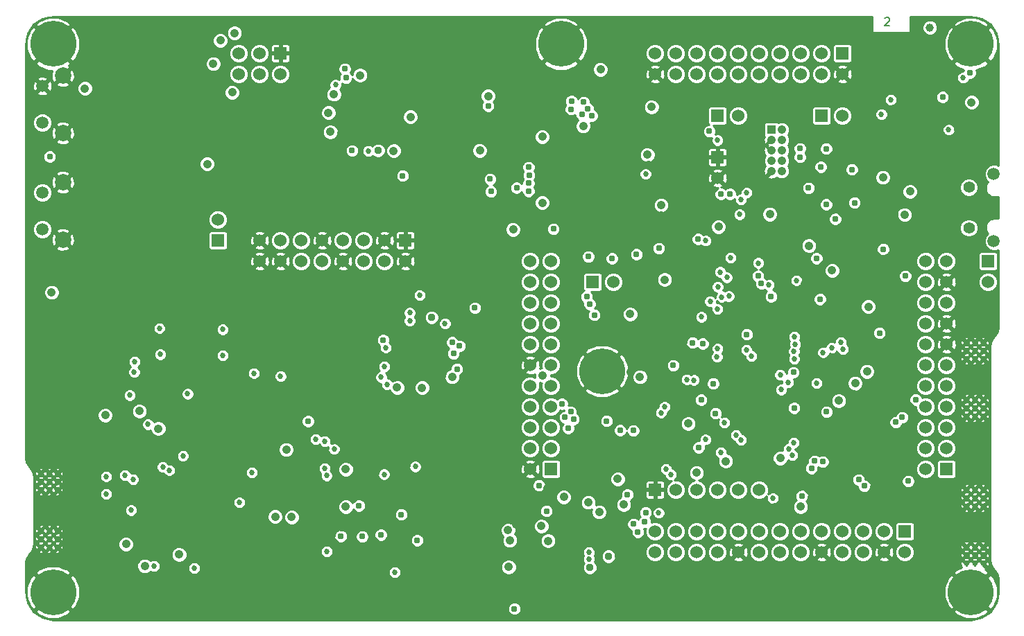
<source format=gbr>
G04 #@! TF.FileFunction,Copper,L2,Inr,Signal*
%FSLAX46Y46*%
G04 Gerber Fmt 4.6, Leading zero omitted, Abs format (unit mm)*
G04 Created by KiCad (PCBNEW (2015-03-02 BZR 5466)-product) date 2015 April 22, Wednesday 22:19:37*
%MOMM*%
G01*
G04 APERTURE LIST*
%ADD10C,0.150000*%
%ADD11C,0.177800*%
%ADD12R,1.524000X1.524000*%
%ADD13C,1.524000*%
%ADD14C,1.500000*%
%ADD15C,2.000000*%
%ADD16C,0.635000*%
%ADD17R,1.066800X1.066800*%
%ADD18C,1.066800*%
%ADD19C,0.600000*%
%ADD20C,0.585000*%
%ADD21C,5.600000*%
%ADD22C,1.400000*%
%ADD23C,1.000000*%
%ADD24C,0.685800*%
%ADD25C,0.787400*%
%ADD26C,0.939800*%
%ADD27C,1.270000*%
%ADD28C,0.254000*%
G04 APERTURE END LIST*
D10*
D11*
X165509715Y-100840381D02*
X165558096Y-100792000D01*
X165654858Y-100743619D01*
X165896762Y-100743619D01*
X165993524Y-100792000D01*
X166041905Y-100840381D01*
X166090286Y-100937143D01*
X166090286Y-101033905D01*
X166041905Y-101179048D01*
X165461334Y-101759619D01*
X166090286Y-101759619D01*
D12*
X173030000Y-155950000D03*
D13*
X170490000Y-155950000D03*
X173030000Y-153410000D03*
X170490000Y-153410000D03*
X173030000Y-150870000D03*
X170490000Y-150870000D03*
X173030000Y-148330000D03*
X170490000Y-148330000D03*
X173030000Y-145790000D03*
X170490000Y-145790000D03*
X173030000Y-143250000D03*
X170490000Y-143250000D03*
X173030000Y-140710000D03*
X170490000Y-140710000D03*
X173030000Y-138170000D03*
X170490000Y-138170000D03*
X173030000Y-135630000D03*
X170490000Y-135630000D03*
X173030000Y-133090000D03*
X170490000Y-133090000D03*
X173030000Y-130550000D03*
X170490000Y-130550000D03*
D14*
X62700000Y-122150000D03*
X62700000Y-126650000D03*
D15*
X65190000Y-127905000D03*
X65190000Y-120895000D03*
D16*
X102895400Y-112461800D03*
X102895400Y-114111800D03*
X101245400Y-114111800D03*
X101245400Y-112461800D03*
X101245400Y-110811800D03*
X102895400Y-110811800D03*
X104545400Y-110811800D03*
X104545400Y-112461800D03*
X104545400Y-114111800D03*
X108648500Y-141897100D03*
X108648500Y-143397100D03*
X107148500Y-143397100D03*
X107148500Y-141897100D03*
X107148500Y-140397100D03*
X108648500Y-140397100D03*
X110148500Y-140397100D03*
X110148500Y-141897100D03*
X110148500Y-143397100D03*
D12*
X137470000Y-158490000D03*
D13*
X140010000Y-158490000D03*
X142550000Y-158490000D03*
X145090000Y-158490000D03*
X147630000Y-158490000D03*
X150170000Y-158490000D03*
D17*
X151662600Y-114466600D03*
D18*
X152932600Y-114466600D03*
X151662600Y-115736600D03*
X152932600Y-115736600D03*
X151662600Y-117006600D03*
X152932600Y-117006600D03*
X151662600Y-118276600D03*
X152932600Y-118276600D03*
X151662600Y-119546600D03*
X152932600Y-119546600D03*
D12*
X160330000Y-105150000D03*
D13*
X160330000Y-107690000D03*
X157790000Y-105150000D03*
X157790000Y-107690000D03*
X155250000Y-105150000D03*
X155250000Y-107690000D03*
X152710000Y-105150000D03*
X152710000Y-107690000D03*
X150170000Y-105150000D03*
X150170000Y-107690000D03*
X147630000Y-105150000D03*
X147630000Y-107690000D03*
X145090000Y-105150000D03*
X145090000Y-107690000D03*
X142550000Y-105150000D03*
X142550000Y-107690000D03*
X140010000Y-105150000D03*
X140010000Y-107690000D03*
X137470000Y-105150000D03*
X137470000Y-107690000D03*
D19*
X92620400Y-157763600D03*
X92620400Y-156663600D03*
X93720400Y-156663600D03*
X93720400Y-157763600D03*
X93720400Y-158863600D03*
X92620400Y-158863600D03*
X91520400Y-158863600D03*
X91520400Y-157763600D03*
X91520400Y-156663600D03*
X127469200Y-162926000D03*
X126809200Y-163586000D03*
X126809200Y-162266000D03*
X128129200Y-162266000D03*
X128129200Y-163586000D03*
D12*
X84130000Y-128010000D03*
D13*
X84130000Y-125470000D03*
D12*
X145090000Y-112770000D03*
D13*
X147630000Y-112770000D03*
D12*
X157790000Y-112770000D03*
D13*
X160330000Y-112770000D03*
D20*
X169530000Y-111951200D03*
X169030000Y-112701200D03*
X170030000Y-112701200D03*
X170030000Y-111201200D03*
X169030000Y-111201200D03*
D14*
X62700000Y-109150000D03*
X62700000Y-113650000D03*
D15*
X65190000Y-114905000D03*
X65190000Y-107895000D03*
D12*
X167950000Y-163570000D03*
D13*
X167950000Y-166110000D03*
X165410000Y-163570000D03*
X165410000Y-166110000D03*
X162870000Y-163570000D03*
X162870000Y-166110000D03*
X160330000Y-163570000D03*
X160330000Y-166110000D03*
X157790000Y-163570000D03*
X157790000Y-166110000D03*
X155250000Y-163570000D03*
X155250000Y-166110000D03*
X152710000Y-163570000D03*
X152710000Y-166110000D03*
X150170000Y-163570000D03*
X150170000Y-166110000D03*
X147630000Y-163570000D03*
X147630000Y-166110000D03*
X145090000Y-163570000D03*
X145090000Y-166110000D03*
X142550000Y-163570000D03*
X142550000Y-166110000D03*
X140010000Y-163570000D03*
X140010000Y-166110000D03*
X137470000Y-163570000D03*
X137470000Y-166110000D03*
D12*
X91750000Y-105150000D03*
D13*
X91750000Y-107690000D03*
X89210000Y-105150000D03*
X89210000Y-107690000D03*
X86670000Y-105150000D03*
X86670000Y-107690000D03*
D12*
X145090000Y-117850000D03*
D13*
X145090000Y-120390000D03*
D12*
X178110000Y-130550000D03*
D13*
X178110000Y-133090000D03*
D12*
X124770000Y-155950000D03*
D13*
X122230000Y-155950000D03*
X124770000Y-153410000D03*
X122230000Y-153410000D03*
X124770000Y-150870000D03*
X122230000Y-150870000D03*
X124770000Y-148330000D03*
X122230000Y-148330000D03*
X124770000Y-145790000D03*
X122230000Y-145790000D03*
X124770000Y-143250000D03*
X122230000Y-143250000D03*
X124770000Y-140710000D03*
X122230000Y-140710000D03*
X124770000Y-138170000D03*
X122230000Y-138170000D03*
X124770000Y-135630000D03*
X122230000Y-135630000D03*
X124770000Y-133090000D03*
X122230000Y-133090000D03*
X124770000Y-130550000D03*
X122230000Y-130550000D03*
D12*
X129850000Y-133090000D03*
D13*
X132390000Y-133090000D03*
D21*
X64000000Y-104000000D03*
D19*
X64000000Y-101800000D03*
X61800000Y-104000000D03*
X64000000Y-106200000D03*
X66200000Y-104000000D03*
X65550000Y-102450000D03*
X62450000Y-102450000D03*
X62450000Y-105550000D03*
X65550000Y-105550000D03*
D21*
X64000000Y-171000000D03*
D19*
X64000000Y-168800000D03*
X61800000Y-171000000D03*
X64000000Y-173200000D03*
X66200000Y-171000000D03*
X65550000Y-169450000D03*
X62450000Y-169450000D03*
X62450000Y-172550000D03*
X65550000Y-172550000D03*
D21*
X176000000Y-171000000D03*
D19*
X176000000Y-168800000D03*
X173800000Y-171000000D03*
X176000000Y-173200000D03*
X178200000Y-171000000D03*
X177550000Y-169450000D03*
X174450000Y-169450000D03*
X174450000Y-172550000D03*
X177550000Y-172550000D03*
D21*
X176000000Y-104000000D03*
D19*
X176000000Y-101800000D03*
X173800000Y-104000000D03*
X176000000Y-106200000D03*
X178200000Y-104000000D03*
X177550000Y-102450000D03*
X174450000Y-102450000D03*
X174450000Y-105550000D03*
X177550000Y-105550000D03*
D21*
X126000000Y-104000000D03*
D19*
X126000000Y-101800000D03*
X123800000Y-104000000D03*
X126000000Y-106200000D03*
X128200000Y-104000000D03*
X127550000Y-102450000D03*
X124450000Y-102450000D03*
X124450000Y-105550000D03*
X127550000Y-105550000D03*
D21*
X131000000Y-144000000D03*
D19*
X131000000Y-141800000D03*
X128800000Y-144000000D03*
X131000000Y-146200000D03*
X133200000Y-144000000D03*
X132550000Y-142450000D03*
X129450000Y-142450000D03*
X129450000Y-145550000D03*
X132550000Y-145550000D03*
D12*
X106990000Y-128010000D03*
D13*
X106990000Y-130550000D03*
X104450000Y-128010000D03*
X104450000Y-130550000D03*
X101910000Y-128010000D03*
X101910000Y-130550000D03*
X99370000Y-128010000D03*
X99370000Y-130550000D03*
X96830000Y-128010000D03*
X96830000Y-130550000D03*
X94290000Y-128010000D03*
X94290000Y-130550000D03*
X91750000Y-128010000D03*
X91750000Y-130550000D03*
X89210000Y-128010000D03*
X89210000Y-130550000D03*
D19*
X64520000Y-163500000D03*
X64520000Y-164500000D03*
X64520000Y-165500000D03*
X63520000Y-163500000D03*
X63520000Y-164500000D03*
X63520000Y-165500000D03*
X62520000Y-163500000D03*
X62520000Y-164500000D03*
X62520000Y-165500000D03*
X64520000Y-158500000D03*
X64520000Y-157500000D03*
X64520000Y-156500000D03*
X63520000Y-158500000D03*
X63520000Y-157500000D03*
X63520000Y-156500000D03*
X62520000Y-158500000D03*
X62520000Y-157500000D03*
X62520000Y-156500000D03*
X175480000Y-160500000D03*
X175480000Y-159500000D03*
X175480000Y-158500000D03*
X176480000Y-160500000D03*
X176480000Y-159500000D03*
X176480000Y-158500000D03*
X177480000Y-160500000D03*
X177480000Y-159500000D03*
X177480000Y-158500000D03*
X175480000Y-165500000D03*
X175480000Y-166500000D03*
X175480000Y-167500000D03*
X176480000Y-165500000D03*
X176480000Y-166500000D03*
X176480000Y-167500000D03*
X177480000Y-165500000D03*
X177480000Y-166500000D03*
X177480000Y-167500000D03*
X175480000Y-142500000D03*
X175480000Y-141500000D03*
X175480000Y-140500000D03*
X176480000Y-142500000D03*
X176480000Y-141500000D03*
X176480000Y-140500000D03*
X177480000Y-142500000D03*
X177480000Y-141500000D03*
X177480000Y-140500000D03*
X175480000Y-147500000D03*
X175480000Y-148500000D03*
X175480000Y-149500000D03*
X176480000Y-147500000D03*
X176480000Y-148500000D03*
X176480000Y-149500000D03*
X177480000Y-147500000D03*
X177480000Y-148500000D03*
X177480000Y-149500000D03*
D14*
X178800000Y-128125000D03*
X178800000Y-119875000D03*
D22*
X175770000Y-126490000D03*
X175770000Y-121510000D03*
D23*
X171000000Y-102000000D03*
D24*
X73944200Y-142827200D03*
X154411800Y-141573600D03*
D18*
X119588400Y-167913400D03*
D25*
X120294400Y-173024800D03*
X108432600Y-164668200D03*
D24*
X147960200Y-152394000D03*
X73341200Y-146925600D03*
X76327700Y-167803800D03*
X139413100Y-156635800D03*
D25*
X145496400Y-122345800D03*
D18*
X123703200Y-123412600D03*
X123698000Y-115341400D03*
X128707000Y-114040000D03*
X117094000Y-110363000D03*
D24*
X86746200Y-160039400D03*
X81209000Y-168040400D03*
X88265000Y-156362400D03*
D18*
X119512200Y-163417600D03*
D25*
X127259200Y-110992000D03*
X128529200Y-112592200D03*
X128757800Y-111119000D03*
X129265800Y-111931800D03*
X129748400Y-112770000D03*
X122026800Y-121990200D03*
X122026800Y-119069200D03*
X122077600Y-120059800D03*
X122052200Y-121025000D03*
X129469000Y-135782400D03*
X117429400Y-122041000D03*
X129113400Y-134893400D03*
X117327800Y-120517000D03*
D24*
X136301600Y-119907400D03*
D25*
X120553600Y-121583800D03*
X139674600Y-143281400D03*
X142036800Y-140512800D03*
D24*
X145902800Y-150285800D03*
D18*
X84409400Y-103575200D03*
D24*
X165085000Y-112586200D03*
D25*
X127208400Y-111982600D03*
X169291000Y-147472400D03*
D24*
X160131864Y-140431638D03*
X160401272Y-141311703D03*
X157967800Y-141700600D03*
D25*
X167614600Y-149631400D03*
D24*
X159018313Y-141114138D03*
D25*
X157586800Y-135198200D03*
X123296800Y-157956600D03*
D24*
X152862400Y-146247200D03*
X142194400Y-145078800D03*
X145013800Y-142259400D03*
X141330800Y-145002600D03*
X145090000Y-141243400D03*
X153700600Y-145358200D03*
D25*
X156926400Y-154959400D03*
D24*
X154366540Y-152734589D03*
X151821000Y-159531400D03*
X153776800Y-153511600D03*
X154208600Y-154248200D03*
D25*
X151617800Y-134868000D03*
D18*
X85857200Y-109925200D03*
D24*
X151313000Y-133445600D03*
D25*
X142778600Y-153308400D03*
X144836000Y-149142800D03*
D18*
X83545800Y-106420000D03*
D24*
X138816200Y-155937300D03*
D25*
X175895120Y-107532520D03*
X172552600Y-110503400D03*
D18*
X86136600Y-102686200D03*
D24*
X157180400Y-145434400D03*
D25*
X154335600Y-144139000D03*
D24*
X147792993Y-124823953D03*
X143134200Y-137357200D03*
D25*
X127513200Y-149854000D03*
D24*
X146664800Y-130118200D03*
X145420200Y-131870800D03*
X145115400Y-133699600D03*
X145598000Y-134918800D03*
D25*
X127157600Y-148965000D03*
X126471800Y-149625400D03*
D24*
X144182930Y-135474537D03*
X145090000Y-136417400D03*
D25*
X126852800Y-150971600D03*
D24*
X146207600Y-132531200D03*
D25*
X126090800Y-147974400D03*
D24*
X146461600Y-134817200D03*
X145090000Y-115767200D03*
X148646000Y-122193400D03*
D25*
X144074000Y-114675000D03*
D24*
X147960200Y-123006200D03*
D25*
X162306000Y-157251400D03*
X154432000Y-148488400D03*
X162991800Y-158013400D03*
X157917000Y-155061000D03*
X155371800Y-159258000D03*
X156545400Y-155848400D03*
X155142400Y-116778000D03*
X157688400Y-119018400D03*
X155148400Y-117824600D03*
X158389695Y-148962882D03*
X168351200Y-157429200D03*
D18*
X167925000Y-124875000D03*
X168585000Y-122041000D03*
D25*
X161800000Y-123400000D03*
D18*
X176083080Y-111121540D03*
X165283000Y-120313800D03*
D25*
X158348800Y-123615800D03*
D24*
X143626154Y-152339458D03*
X145496400Y-153918000D03*
D18*
X76835000Y-151003000D03*
D24*
X70471000Y-159016000D03*
X73750000Y-157200000D03*
X77379800Y-155714000D03*
D25*
X124211200Y-161080800D03*
D24*
X98463100Y-108994700D03*
D25*
X132212200Y-130219800D03*
X115468400Y-136245600D03*
X130053200Y-137128600D03*
D24*
X102450900Y-117097300D03*
D25*
X106659800Y-120110600D03*
X125049400Y-126613000D03*
X117094000Y-111582200D03*
D18*
X134520174Y-144095583D03*
X151744305Y-155464587D03*
X147739111Y-128398095D03*
X155695618Y-133337236D03*
D26*
X158982392Y-143880057D03*
D18*
X160922127Y-138420061D03*
X154258777Y-131900395D03*
X175000000Y-119300000D03*
X168407200Y-127806800D03*
D25*
X160533200Y-123869800D03*
D18*
X172150000Y-124875000D03*
X75311000Y-163068000D03*
X73614400Y-168142000D03*
X65588000Y-162808000D03*
X176205000Y-152013000D03*
X128955800Y-169900600D03*
X122529600Y-169900600D03*
X124947800Y-128975200D03*
D25*
X138232000Y-127502000D03*
D18*
X112000000Y-129500000D03*
D25*
X159593400Y-154146600D03*
X163759000Y-151911400D03*
D18*
X129621400Y-123463400D03*
X112166400Y-158064200D03*
D25*
X97167000Y-149762600D03*
D18*
X92679800Y-141983000D03*
X69448800Y-147999800D03*
X81901000Y-153428000D03*
X89064400Y-163046800D03*
X104163000Y-167052200D03*
X106133900Y-151549100D03*
X111925100Y-151549100D03*
X118250000Y-167000000D03*
X80777200Y-120644000D03*
X134752200Y-110141100D03*
X96080700Y-116300600D03*
X94620200Y-112350900D03*
X102646600Y-105835800D03*
X173030000Y-166922800D03*
X133050400Y-166643400D03*
X130637400Y-154273600D03*
X127462400Y-154172000D03*
X129494400Y-150971600D03*
X67874000Y-122396600D03*
X69000000Y-159000000D03*
X67750000Y-143000000D03*
X67750000Y-149000000D03*
X67750000Y-155000000D03*
X67750000Y-167000000D03*
X99187000Y-163068000D03*
X119500000Y-141000000D03*
X114000000Y-171000000D03*
X108000000Y-171000000D03*
X102000000Y-171000000D03*
X72000000Y-171000000D03*
X78000000Y-171000000D03*
X96000000Y-171000000D03*
X90000000Y-171000000D03*
X84000000Y-171000000D03*
X117000000Y-145000000D03*
X118250000Y-137000000D03*
X94000000Y-134250000D03*
X114000000Y-133000000D03*
X104250000Y-134250000D03*
X118250000Y-161000000D03*
X118250000Y-149000000D03*
X118250000Y-155000000D03*
X119557800Y-161315400D03*
X108000000Y-133000000D03*
X99000000Y-134500000D03*
X67750000Y-137000000D03*
X72000000Y-133000000D03*
X78000000Y-133000000D03*
X84000000Y-133000000D03*
X90000000Y-133000000D03*
X62794000Y-136392000D03*
X62794000Y-131820000D03*
X62794000Y-150082600D03*
X62794000Y-145510600D03*
X62794000Y-140938600D03*
X62540000Y-118713600D03*
X87152600Y-121660000D03*
X139527400Y-155188000D03*
X143947000Y-155746800D03*
X138206600Y-126257400D03*
X124338200Y-158312200D03*
X121264800Y-158998000D03*
X120528200Y-162706400D03*
X133431400Y-146780600D03*
X131399400Y-137001600D03*
X131577200Y-170783600D03*
X140137000Y-111423800D03*
X130281800Y-157931200D03*
X164566600Y-155549600D03*
X131628000Y-159074200D03*
X138206600Y-124987400D03*
X117962800Y-127705200D03*
X139349600Y-152546400D03*
X158389695Y-126512241D03*
X165933110Y-130104344D03*
X125691200Y-166228000D03*
D24*
X96220400Y-126384400D03*
D25*
X105491400Y-119958200D03*
D18*
X102590600Y-160629600D03*
X100431600Y-154838400D03*
X102006400Y-154686000D03*
X107061000Y-153339800D03*
X74879200Y-139700000D03*
X88696800Y-157530800D03*
X82270600Y-147878800D03*
X77851000Y-147904200D03*
X75869800Y-148894800D03*
D24*
X94945200Y-126381000D03*
D18*
X106360400Y-158164000D03*
X71912200Y-141862000D03*
X70947000Y-144071800D03*
X77982800Y-143868600D03*
X79070200Y-168706800D03*
X106845100Y-116106700D03*
X83697800Y-143995600D03*
D24*
X80649800Y-137874200D03*
D18*
X161910000Y-111951200D03*
D26*
X101638100Y-140652500D03*
D18*
X154887395Y-156775704D03*
X70090000Y-150888000D03*
D26*
X93382400Y-164570800D03*
D25*
X92341000Y-149661000D03*
D24*
X101346000Y-120767600D03*
D18*
X98970400Y-167542600D03*
X76287600Y-154113800D03*
D26*
X90715400Y-164570800D03*
D18*
X107416600Y-119091200D03*
X94449200Y-166145600D03*
X81774000Y-158330200D03*
D25*
X92341000Y-151007200D03*
D18*
X159287720Y-127410267D03*
X170546000Y-105220200D03*
X122135200Y-165999400D03*
X161191535Y-129457765D03*
X166022912Y-136121115D03*
X142853852Y-124267177D03*
X78744800Y-140414200D03*
X122758200Y-110642400D03*
D26*
X160904166Y-133337236D03*
D25*
X102616000Y-119827800D03*
D18*
X83697800Y-136985200D03*
D25*
X98310000Y-150524600D03*
X94373000Y-151007200D03*
D18*
X160544956Y-151118143D03*
X149768649Y-123638559D03*
X102527100Y-144564100D03*
D24*
X80649800Y-136731200D03*
D18*
X108633400Y-168576200D03*
X112966500Y-135775700D03*
D24*
X104470200Y-120767600D03*
D18*
X110502700Y-113160300D03*
X99631500Y-105819700D03*
X80395800Y-144224200D03*
X120294400Y-113919000D03*
X170546000Y-118682200D03*
X98132900Y-107699300D03*
X113728500Y-146723100D03*
X166112715Y-132259605D03*
D26*
X94830900Y-113795300D03*
D18*
X116522500Y-140881100D03*
X109029500Y-149009100D03*
X109628500Y-157672300D03*
X165484097Y-134504669D03*
X165484097Y-146179002D03*
X166609000Y-111951200D03*
X88810400Y-154461600D03*
X95211900Y-110366300D03*
X131699000Y-105054400D03*
X71766400Y-159270000D03*
D26*
X74255600Y-161810000D03*
X115760500Y-139865100D03*
D24*
X93091000Y-126381000D03*
D18*
X105483800Y-163648600D03*
D25*
X100482400Y-119827800D03*
D18*
X97725800Y-162716600D03*
X87921400Y-151921600D03*
X164047256Y-147615843D03*
X74484200Y-150481600D03*
X111188500Y-134759700D03*
X171689000Y-108141200D03*
X152095200Y-160578800D03*
D25*
X93357000Y-151007200D03*
D18*
X136477870Y-130643159D03*
D25*
X174991000Y-115761200D03*
D24*
X91821000Y-126381000D03*
D18*
X102527100Y-139103100D03*
D25*
X103530400Y-119726200D03*
X97434400Y-119827800D03*
D26*
X73087200Y-163537200D03*
D18*
X92112400Y-164570800D03*
D25*
X172832000Y-113475200D03*
D18*
X100850000Y-161827600D03*
D26*
X108851700Y-150990300D03*
D18*
X110502700Y-111941100D03*
X69302600Y-157034800D03*
D25*
X98450400Y-119827800D03*
D18*
X161981797Y-149681302D03*
D25*
X99466400Y-119827800D03*
D24*
X80649800Y-139017200D03*
D18*
X105981500Y-149009100D03*
D24*
X100076000Y-120767600D03*
D18*
X86482200Y-143481600D03*
D25*
X96024000Y-149381600D03*
D26*
X115785900Y-141846300D03*
D18*
X114046000Y-116001800D03*
D26*
X109207300Y-152107900D03*
D25*
X96418400Y-119827800D03*
D18*
X121080200Y-167877800D03*
X69201000Y-152920000D03*
D24*
X103200200Y-120767600D03*
D18*
X74916000Y-155282200D03*
X118110000Y-107873800D03*
X81665800Y-144224200D03*
X69302600Y-154926600D03*
X70852000Y-154621800D03*
D26*
X109918500Y-134759700D03*
D18*
X77735400Y-157669800D03*
X171689000Y-115761200D03*
X96659000Y-154842600D03*
X83062800Y-140414200D03*
X136652000Y-118795800D03*
X126263400Y-123393200D03*
D25*
X174991000Y-109411200D03*
D18*
X89885800Y-146275600D03*
X174483000Y-114491200D03*
D25*
X164846000Y-139319000D03*
D24*
X76966800Y-138737800D03*
X84713800Y-138890200D03*
X154462600Y-139795600D03*
X77093800Y-141938200D03*
X84713800Y-142065200D03*
X148595200Y-141395800D03*
X97129600Y-155854400D03*
X97167000Y-152556600D03*
X149204800Y-142132400D03*
X97370200Y-156747600D03*
X98298000Y-153517600D03*
D25*
X143083400Y-147491800D03*
D24*
X96024000Y-152302600D03*
D25*
X95128200Y-150108000D03*
X144556600Y-145510600D03*
X136301600Y-161258600D03*
X104018200Y-163976400D03*
D24*
X108204000Y-155651200D03*
D25*
X106482000Y-161512600D03*
D24*
X105681920Y-168571120D03*
X175016400Y-108141200D03*
X166228000Y-110808200D03*
X173289200Y-114491200D03*
D25*
X161473000Y-119348600D03*
X157155000Y-130194400D03*
X159441000Y-125393800D03*
X165308400Y-129076800D03*
D24*
X154701360Y-132896960D03*
D25*
X148646000Y-139490800D03*
D24*
X107518200Y-137845800D03*
X88488800Y-144243600D03*
D25*
X101732200Y-164205000D03*
D24*
X137901800Y-161309400D03*
X97390520Y-166023680D03*
D25*
X150017600Y-132353400D03*
D24*
X104749600Y-145618200D03*
X75576400Y-150481600D03*
X147325200Y-151809800D03*
X70471000Y-156857000D03*
X72757000Y-156730000D03*
X73893400Y-144097200D03*
X154437200Y-142513400D03*
X129392800Y-166973600D03*
D25*
X133202800Y-151225600D03*
D24*
X138638400Y-148355400D03*
D25*
X135361800Y-163646200D03*
X134091800Y-159074200D03*
D24*
X129374200Y-166101000D03*
D25*
X134828400Y-162681000D03*
D24*
X138181200Y-149066600D03*
D25*
X134803000Y-151251000D03*
X131551800Y-150082600D03*
X143281400Y-140639800D03*
D24*
X108762800Y-134721600D03*
X143608193Y-128038885D03*
D25*
X135186540Y-129714340D03*
D24*
X107518200Y-136855200D03*
D25*
X99598600Y-107055000D03*
X113289200Y-143732600D03*
X129316600Y-129991200D03*
X99740840Y-108147200D03*
D24*
X91765400Y-144624600D03*
D25*
X99110800Y-164160200D03*
X136200000Y-162376200D03*
X101325800Y-160420400D03*
D24*
X104394000Y-156591000D03*
D25*
X150424000Y-133267800D03*
D24*
X104038400Y-144729200D03*
X152735400Y-144418400D03*
X73533000Y-160985200D03*
X79843600Y-154342400D03*
X78192600Y-156095000D03*
X80416400Y-146761200D03*
X154538800Y-140735400D03*
D18*
X72903200Y-165119400D03*
X119740800Y-164662200D03*
X63810000Y-134360000D03*
D25*
X104279700Y-140195300D03*
D26*
X110197900Y-137426700D03*
D18*
X105562400Y-117059200D03*
X101460300Y-107826300D03*
X98252400Y-110153800D03*
X97604700Y-112414400D03*
X99720400Y-160553400D03*
X92468000Y-153572600D03*
X93103000Y-161827600D03*
D24*
X104406700Y-143421100D03*
D18*
X99707000Y-155985600D03*
X75184700Y-167803800D03*
D24*
X104584500Y-141109700D03*
D26*
X103657400Y-117033800D03*
D18*
X109029500Y-146011900D03*
X105981500Y-145986500D03*
X74535000Y-148856000D03*
D25*
X112864900Y-141846300D03*
D18*
X97828100Y-114735100D03*
X112712500Y-144691100D03*
D25*
X100482400Y-117033800D03*
D18*
X79375700Y-166406800D03*
X70369400Y-149364000D03*
D25*
X112712500Y-140474700D03*
X146588600Y-122320400D03*
X168000800Y-132353400D03*
X156189800Y-121609200D03*
X166832400Y-150235000D03*
X63581400Y-117773800D03*
D18*
X120142000Y-126669800D03*
X82809200Y-118662800D03*
X135615800Y-144697800D03*
X163492300Y-136112600D03*
X159872800Y-147593400D03*
X123754000Y-144520000D03*
X67874000Y-109442600D03*
D25*
X137927200Y-128975200D03*
D18*
X142524600Y-156381800D03*
X126326200Y-159370000D03*
X123576200Y-162935000D03*
D25*
X113601500Y-140906500D03*
D18*
X134412411Y-137019141D03*
X116078000Y-117017800D03*
X107599600Y-112922400D03*
D26*
X129501200Y-168006000D03*
D18*
X91096400Y-161776800D03*
X137033000Y-111683800D03*
X155219400Y-160553400D03*
X130637400Y-161207800D03*
X133634600Y-160293400D03*
X132898000Y-157169200D03*
X138206600Y-123692000D03*
X129311400Y-160020000D03*
X124409200Y-164719000D03*
D25*
X158348800Y-116808600D03*
D18*
X146086744Y-154979653D03*
X163328836Y-144023741D03*
X130810000Y-107111800D03*
X145206679Y-126332636D03*
X151474898Y-124805993D03*
X138633131Y-132798420D03*
X136525000Y-117525800D03*
X141506813Y-150399722D03*
X152732133Y-154620443D03*
X161891995Y-145460582D03*
X159061418Y-131688461D03*
X156234433Y-128667503D03*
D26*
X131787200Y-166609000D03*
D24*
X111823500Y-138188700D03*
X150038057Y-130768883D03*
D25*
X142702400Y-127857600D03*
D27*
X170030380Y-111201900D02*
X170030380Y-112700500D01*
X126806260Y-162263060D02*
X128132140Y-162263060D01*
X104546400Y-110810800D02*
X104546400Y-114112800D01*
X107139740Y-143405860D02*
X110157260Y-140388340D01*
X128132140Y-162263060D02*
X128132140Y-163588940D01*
X107139740Y-140388340D02*
X110157260Y-140388340D01*
X107139740Y-143405860D02*
X107139740Y-140388340D01*
X110157260Y-143405860D02*
X107139740Y-143405860D01*
X91520580Y-156663780D02*
X93720220Y-156663780D01*
X101244400Y-110810800D02*
X104546400Y-110810800D01*
X104546400Y-114112800D02*
X101244400Y-114112800D01*
X126806260Y-163588940D02*
X126806260Y-162263060D01*
X169029620Y-111201900D02*
X170030380Y-111201900D01*
X128132140Y-163588940D02*
X126806260Y-163588940D01*
X91520580Y-158863420D02*
X91520580Y-156663780D01*
X104546400Y-112461800D02*
X101244400Y-112461800D01*
X110157260Y-140388340D02*
X110157260Y-143405860D01*
X126806260Y-163588940D02*
X128132140Y-162263060D01*
X110157260Y-143405860D02*
X107139740Y-140388340D01*
X93720220Y-156663780D02*
X93720220Y-158863420D01*
X93720220Y-158863420D02*
X91520580Y-158863420D01*
X91520580Y-156663780D02*
X93720220Y-158863420D01*
X104546400Y-114112800D02*
X101244400Y-110810800D01*
X170030380Y-112700500D02*
X169029620Y-112700500D01*
X169029620Y-112700500D02*
X169029620Y-111201900D01*
X104546400Y-110810800D02*
X101244400Y-114112800D01*
X93720220Y-156663780D02*
X91520580Y-158863420D01*
X101244400Y-114112800D02*
X101244400Y-110810800D01*
X102895400Y-114112800D02*
X102895400Y-110810800D01*
D28*
G36*
X169709604Y-111951200D02*
X169530000Y-112130804D01*
X169350395Y-111951200D01*
X169530000Y-111771595D01*
X169709604Y-111951200D01*
X169709604Y-111951200D01*
G37*
X169709604Y-111951200D02*
X169530000Y-112130804D01*
X169350395Y-111951200D01*
X169530000Y-111771595D01*
X169709604Y-111951200D01*
G36*
X179377700Y-170945385D02*
X179232260Y-171673237D01*
X179232260Y-170359477D01*
X178741101Y-169171302D01*
X178738471Y-169167365D01*
X178341677Y-168837928D01*
X178224581Y-168955024D01*
X178224581Y-167548149D01*
X178224581Y-166548149D01*
X178224581Y-165548149D01*
X178224581Y-160548149D01*
X178224581Y-159548149D01*
X178224581Y-158548149D01*
X178224581Y-149548149D01*
X178224581Y-148548149D01*
X178224581Y-147548149D01*
X178224581Y-142548149D01*
X178224581Y-141548149D01*
X178224581Y-140548149D01*
X178186330Y-140259545D01*
X178149477Y-140170577D01*
X178012042Y-140147563D01*
X177832437Y-140327168D01*
X177832437Y-139967958D01*
X177809423Y-139830523D01*
X177528149Y-139755419D01*
X177239545Y-139793670D01*
X177150577Y-139830523D01*
X177127563Y-139967958D01*
X177480000Y-140320395D01*
X177832437Y-139967958D01*
X177832437Y-140327168D01*
X177659605Y-140500000D01*
X178012042Y-140852437D01*
X178149477Y-140829423D01*
X178224581Y-140548149D01*
X178224581Y-141548149D01*
X178186330Y-141259545D01*
X178149477Y-141170577D01*
X178012042Y-141147563D01*
X177832437Y-141327168D01*
X177832437Y-141032042D01*
X177800395Y-141000000D01*
X177832437Y-140967958D01*
X177809423Y-140830523D01*
X177565891Y-140765496D01*
X177480000Y-140679605D01*
X177385245Y-140774359D01*
X177300395Y-140785604D01*
X177300395Y-140500000D01*
X177205640Y-140405245D01*
X177186330Y-140259545D01*
X177149477Y-140170577D01*
X177012042Y-140147563D01*
X176979999Y-140179605D01*
X176947958Y-140147563D01*
X176901996Y-140155259D01*
X176901996Y-126265859D01*
X176901996Y-121285859D01*
X176730053Y-120869725D01*
X176411950Y-120551066D01*
X175996117Y-120378397D01*
X175545859Y-120378004D01*
X175129725Y-120549947D01*
X174811066Y-120868050D01*
X174638397Y-121283883D01*
X174638004Y-121734141D01*
X174809947Y-122150275D01*
X175128050Y-122468934D01*
X175543883Y-122641603D01*
X175994141Y-122641996D01*
X176410275Y-122470053D01*
X176728934Y-122151950D01*
X176901603Y-121736117D01*
X176901996Y-121285859D01*
X176901996Y-126265859D01*
X176730053Y-125849725D01*
X176411950Y-125531066D01*
X175996117Y-125358397D01*
X175545859Y-125358004D01*
X175129725Y-125529947D01*
X174811066Y-125848050D01*
X174638397Y-126263883D01*
X174638004Y-126714141D01*
X174809947Y-127130275D01*
X175128050Y-127448934D01*
X175543883Y-127621603D01*
X175994141Y-127621996D01*
X176410275Y-127450053D01*
X176728934Y-127131950D01*
X176901603Y-126716117D01*
X176901996Y-126265859D01*
X176901996Y-140155259D01*
X176832437Y-140166907D01*
X176832437Y-139967958D01*
X176809423Y-139830523D01*
X176528149Y-139755419D01*
X176239545Y-139793670D01*
X176150577Y-139830523D01*
X176127563Y-139967958D01*
X176480000Y-140320395D01*
X176832437Y-139967958D01*
X176832437Y-140166907D01*
X176810523Y-140170577D01*
X176745496Y-140414108D01*
X176659605Y-140500000D01*
X176754359Y-140594754D01*
X176773670Y-140740455D01*
X176810523Y-140829423D01*
X176947958Y-140852437D01*
X176979999Y-140820394D01*
X177012042Y-140852437D01*
X177149477Y-140829423D01*
X177214503Y-140585891D01*
X177300395Y-140500000D01*
X177300395Y-140785604D01*
X177239545Y-140793670D01*
X177150577Y-140830523D01*
X177127563Y-140967958D01*
X177159604Y-141000000D01*
X177127563Y-141032042D01*
X177150577Y-141169477D01*
X177394108Y-141234503D01*
X177480000Y-141320395D01*
X177574754Y-141225640D01*
X177720455Y-141206330D01*
X177809423Y-141169477D01*
X177832437Y-141032042D01*
X177832437Y-141327168D01*
X177659605Y-141500000D01*
X178012042Y-141852437D01*
X178149477Y-141829423D01*
X178224581Y-141548149D01*
X178224581Y-142548149D01*
X178186330Y-142259545D01*
X178149477Y-142170577D01*
X178012042Y-142147563D01*
X177832437Y-142327168D01*
X177832437Y-142032042D01*
X177800395Y-142000000D01*
X177832437Y-141967958D01*
X177809423Y-141830523D01*
X177565891Y-141765496D01*
X177480000Y-141679605D01*
X177385245Y-141774359D01*
X177300395Y-141785604D01*
X177300395Y-141500000D01*
X177205640Y-141405245D01*
X177186330Y-141259545D01*
X177149477Y-141170577D01*
X177012042Y-141147563D01*
X176979999Y-141179605D01*
X176947958Y-141147563D01*
X176832437Y-141166907D01*
X176832437Y-141032042D01*
X176800395Y-141000000D01*
X176832437Y-140967958D01*
X176809423Y-140830523D01*
X176565891Y-140765496D01*
X176480000Y-140679605D01*
X176385245Y-140774359D01*
X176300395Y-140785604D01*
X176300395Y-140500000D01*
X176205640Y-140405245D01*
X176186330Y-140259545D01*
X176149477Y-140170577D01*
X176012042Y-140147563D01*
X175979999Y-140179605D01*
X175947958Y-140147563D01*
X175832437Y-140166907D01*
X175832437Y-139967958D01*
X175809423Y-139830523D01*
X175528149Y-139755419D01*
X175239545Y-139793670D01*
X175150577Y-139830523D01*
X175127563Y-139967958D01*
X175480000Y-140320395D01*
X175832437Y-139967958D01*
X175832437Y-140166907D01*
X175810523Y-140170577D01*
X175745496Y-140414108D01*
X175659605Y-140500000D01*
X175754359Y-140594754D01*
X175773670Y-140740455D01*
X175810523Y-140829423D01*
X175947958Y-140852437D01*
X175979999Y-140820394D01*
X176012042Y-140852437D01*
X176149477Y-140829423D01*
X176214503Y-140585891D01*
X176300395Y-140500000D01*
X176300395Y-140785604D01*
X176239545Y-140793670D01*
X176150577Y-140830523D01*
X176127563Y-140967958D01*
X176159604Y-141000000D01*
X176127563Y-141032042D01*
X176150577Y-141169477D01*
X176394108Y-141234503D01*
X176480000Y-141320395D01*
X176574754Y-141225640D01*
X176720455Y-141206330D01*
X176809423Y-141169477D01*
X176832437Y-141032042D01*
X176832437Y-141166907D01*
X176810523Y-141170577D01*
X176745496Y-141414108D01*
X176659605Y-141500000D01*
X176754359Y-141594754D01*
X176773670Y-141740455D01*
X176810523Y-141829423D01*
X176947958Y-141852437D01*
X176979999Y-141820394D01*
X177012042Y-141852437D01*
X177149477Y-141829423D01*
X177214503Y-141585891D01*
X177300395Y-141500000D01*
X177300395Y-141785604D01*
X177239545Y-141793670D01*
X177150577Y-141830523D01*
X177127563Y-141967958D01*
X177159604Y-142000000D01*
X177127563Y-142032042D01*
X177150577Y-142169477D01*
X177394108Y-142234503D01*
X177480000Y-142320395D01*
X177574754Y-142225640D01*
X177720455Y-142206330D01*
X177809423Y-142169477D01*
X177832437Y-142032042D01*
X177832437Y-142327168D01*
X177659605Y-142500000D01*
X178012042Y-142852437D01*
X178149477Y-142829423D01*
X178224581Y-142548149D01*
X178224581Y-147548149D01*
X178186330Y-147259545D01*
X178149477Y-147170577D01*
X178012042Y-147147563D01*
X177832437Y-147327168D01*
X177832437Y-146967958D01*
X177832437Y-143032042D01*
X177480000Y-142679605D01*
X177300395Y-142859210D01*
X177300395Y-142500000D01*
X177205640Y-142405245D01*
X177186330Y-142259545D01*
X177149477Y-142170577D01*
X177012042Y-142147563D01*
X176979999Y-142179605D01*
X176947958Y-142147563D01*
X176832437Y-142166907D01*
X176832437Y-142032042D01*
X176800395Y-142000000D01*
X176832437Y-141967958D01*
X176809423Y-141830523D01*
X176565891Y-141765496D01*
X176480000Y-141679605D01*
X176385245Y-141774359D01*
X176300395Y-141785604D01*
X176300395Y-141500000D01*
X176205640Y-141405245D01*
X176186330Y-141259545D01*
X176149477Y-141170577D01*
X176012042Y-141147563D01*
X175979999Y-141179605D01*
X175947958Y-141147563D01*
X175832437Y-141166907D01*
X175832437Y-141032042D01*
X175800395Y-141000000D01*
X175832437Y-140967958D01*
X175809423Y-140830523D01*
X175565891Y-140765496D01*
X175480000Y-140679605D01*
X175385245Y-140774359D01*
X175300395Y-140785604D01*
X175300395Y-140500000D01*
X174947958Y-140147563D01*
X174810523Y-140170577D01*
X174735419Y-140451851D01*
X174773670Y-140740455D01*
X174810523Y-140829423D01*
X174947958Y-140852437D01*
X175300395Y-140500000D01*
X175300395Y-140785604D01*
X175239545Y-140793670D01*
X175150577Y-140830523D01*
X175127563Y-140967958D01*
X175159604Y-141000000D01*
X175127563Y-141032042D01*
X175150577Y-141169477D01*
X175394108Y-141234503D01*
X175480000Y-141320395D01*
X175574754Y-141225640D01*
X175720455Y-141206330D01*
X175809423Y-141169477D01*
X175832437Y-141032042D01*
X175832437Y-141166907D01*
X175810523Y-141170577D01*
X175745496Y-141414108D01*
X175659605Y-141500000D01*
X175754359Y-141594754D01*
X175773670Y-141740455D01*
X175810523Y-141829423D01*
X175947958Y-141852437D01*
X175979999Y-141820394D01*
X176012042Y-141852437D01*
X176149477Y-141829423D01*
X176214503Y-141585891D01*
X176300395Y-141500000D01*
X176300395Y-141785604D01*
X176239545Y-141793670D01*
X176150577Y-141830523D01*
X176127563Y-141967958D01*
X176159604Y-142000000D01*
X176127563Y-142032042D01*
X176150577Y-142169477D01*
X176394108Y-142234503D01*
X176480000Y-142320395D01*
X176574754Y-142225640D01*
X176720455Y-142206330D01*
X176809423Y-142169477D01*
X176832437Y-142032042D01*
X176832437Y-142166907D01*
X176810523Y-142170577D01*
X176745496Y-142414108D01*
X176659605Y-142500000D01*
X176754359Y-142594754D01*
X176773670Y-142740455D01*
X176810523Y-142829423D01*
X176947958Y-142852437D01*
X176979999Y-142820394D01*
X177012042Y-142852437D01*
X177149477Y-142829423D01*
X177214503Y-142585891D01*
X177300395Y-142500000D01*
X177300395Y-142859210D01*
X177127563Y-143032042D01*
X177150577Y-143169477D01*
X177431851Y-143244581D01*
X177720455Y-143206330D01*
X177809423Y-143169477D01*
X177832437Y-143032042D01*
X177832437Y-146967958D01*
X177809423Y-146830523D01*
X177528149Y-146755419D01*
X177239545Y-146793670D01*
X177150577Y-146830523D01*
X177127563Y-146967958D01*
X177480000Y-147320395D01*
X177832437Y-146967958D01*
X177832437Y-147327168D01*
X177659605Y-147500000D01*
X178012042Y-147852437D01*
X178149477Y-147829423D01*
X178224581Y-147548149D01*
X178224581Y-148548149D01*
X178186330Y-148259545D01*
X178149477Y-148170577D01*
X178012042Y-148147563D01*
X177832437Y-148327168D01*
X177832437Y-148032042D01*
X177800395Y-148000000D01*
X177832437Y-147967958D01*
X177809423Y-147830523D01*
X177565891Y-147765496D01*
X177480000Y-147679605D01*
X177385245Y-147774359D01*
X177300395Y-147785604D01*
X177300395Y-147500000D01*
X177205640Y-147405245D01*
X177186330Y-147259545D01*
X177149477Y-147170577D01*
X177012042Y-147147563D01*
X176979999Y-147179605D01*
X176947958Y-147147563D01*
X176832437Y-147166907D01*
X176832437Y-146967958D01*
X176832437Y-143032042D01*
X176480000Y-142679605D01*
X176300395Y-142859210D01*
X176300395Y-142500000D01*
X176205640Y-142405245D01*
X176186330Y-142259545D01*
X176149477Y-142170577D01*
X176012042Y-142147563D01*
X175979999Y-142179605D01*
X175947958Y-142147563D01*
X175832437Y-142166907D01*
X175832437Y-142032042D01*
X175800395Y-142000000D01*
X175832437Y-141967958D01*
X175809423Y-141830523D01*
X175565891Y-141765496D01*
X175480000Y-141679605D01*
X175385245Y-141774359D01*
X175300395Y-141785604D01*
X175300395Y-141500000D01*
X174947958Y-141147563D01*
X174810523Y-141170577D01*
X174735419Y-141451851D01*
X174773670Y-141740455D01*
X174810523Y-141829423D01*
X174947958Y-141852437D01*
X175300395Y-141500000D01*
X175300395Y-141785604D01*
X175239545Y-141793670D01*
X175150577Y-141830523D01*
X175127563Y-141967958D01*
X175159604Y-142000000D01*
X175127563Y-142032042D01*
X175150577Y-142169477D01*
X175394108Y-142234503D01*
X175480000Y-142320395D01*
X175574754Y-142225640D01*
X175720455Y-142206330D01*
X175809423Y-142169477D01*
X175832437Y-142032042D01*
X175832437Y-142166907D01*
X175810523Y-142170577D01*
X175745496Y-142414108D01*
X175659605Y-142500000D01*
X175754359Y-142594754D01*
X175773670Y-142740455D01*
X175810523Y-142829423D01*
X175947958Y-142852437D01*
X175979999Y-142820394D01*
X176012042Y-142852437D01*
X176149477Y-142829423D01*
X176214503Y-142585891D01*
X176300395Y-142500000D01*
X176300395Y-142859210D01*
X176127563Y-143032042D01*
X176150577Y-143169477D01*
X176431851Y-143244581D01*
X176720455Y-143206330D01*
X176809423Y-143169477D01*
X176832437Y-143032042D01*
X176832437Y-146967958D01*
X176809423Y-146830523D01*
X176528149Y-146755419D01*
X176239545Y-146793670D01*
X176150577Y-146830523D01*
X176127563Y-146967958D01*
X176480000Y-147320395D01*
X176832437Y-146967958D01*
X176832437Y-147166907D01*
X176810523Y-147170577D01*
X176745496Y-147414108D01*
X176659605Y-147500000D01*
X176754359Y-147594754D01*
X176773670Y-147740455D01*
X176810523Y-147829423D01*
X176947958Y-147852437D01*
X176979999Y-147820394D01*
X177012042Y-147852437D01*
X177149477Y-147829423D01*
X177214503Y-147585891D01*
X177300395Y-147500000D01*
X177300395Y-147785604D01*
X177239545Y-147793670D01*
X177150577Y-147830523D01*
X177127563Y-147967958D01*
X177159604Y-148000000D01*
X177127563Y-148032042D01*
X177150577Y-148169477D01*
X177394108Y-148234503D01*
X177480000Y-148320395D01*
X177574754Y-148225640D01*
X177720455Y-148206330D01*
X177809423Y-148169477D01*
X177832437Y-148032042D01*
X177832437Y-148327168D01*
X177659605Y-148500000D01*
X178012042Y-148852437D01*
X178149477Y-148829423D01*
X178224581Y-148548149D01*
X178224581Y-149548149D01*
X178186330Y-149259545D01*
X178149477Y-149170577D01*
X178012042Y-149147563D01*
X177832437Y-149327168D01*
X177832437Y-149032042D01*
X177800395Y-149000000D01*
X177832437Y-148967958D01*
X177809423Y-148830523D01*
X177565891Y-148765496D01*
X177480000Y-148679605D01*
X177385245Y-148774359D01*
X177300395Y-148785604D01*
X177300395Y-148500000D01*
X177205640Y-148405245D01*
X177186330Y-148259545D01*
X177149477Y-148170577D01*
X177012042Y-148147563D01*
X176979999Y-148179605D01*
X176947958Y-148147563D01*
X176832437Y-148166907D01*
X176832437Y-148032042D01*
X176800395Y-148000000D01*
X176832437Y-147967958D01*
X176809423Y-147830523D01*
X176565891Y-147765496D01*
X176480000Y-147679605D01*
X176385245Y-147774359D01*
X176300395Y-147785604D01*
X176300395Y-147500000D01*
X176205640Y-147405245D01*
X176186330Y-147259545D01*
X176149477Y-147170577D01*
X176012042Y-147147563D01*
X175979999Y-147179605D01*
X175947958Y-147147563D01*
X175832437Y-147166907D01*
X175832437Y-146967958D01*
X175832437Y-143032042D01*
X175480000Y-142679605D01*
X175300395Y-142859210D01*
X175300395Y-142500000D01*
X174947958Y-142147563D01*
X174810523Y-142170577D01*
X174735419Y-142451851D01*
X174773670Y-142740455D01*
X174810523Y-142829423D01*
X174947958Y-142852437D01*
X175300395Y-142500000D01*
X175300395Y-142859210D01*
X175127563Y-143032042D01*
X175150577Y-143169477D01*
X175431851Y-143244581D01*
X175720455Y-143206330D01*
X175809423Y-143169477D01*
X175832437Y-143032042D01*
X175832437Y-146967958D01*
X175809423Y-146830523D01*
X175528149Y-146755419D01*
X175239545Y-146793670D01*
X175150577Y-146830523D01*
X175127563Y-146967958D01*
X175480000Y-147320395D01*
X175832437Y-146967958D01*
X175832437Y-147166907D01*
X175810523Y-147170577D01*
X175745496Y-147414108D01*
X175659605Y-147500000D01*
X175754359Y-147594754D01*
X175773670Y-147740455D01*
X175810523Y-147829423D01*
X175947958Y-147852437D01*
X175979999Y-147820394D01*
X176012042Y-147852437D01*
X176149477Y-147829423D01*
X176214503Y-147585891D01*
X176300395Y-147500000D01*
X176300395Y-147785604D01*
X176239545Y-147793670D01*
X176150577Y-147830523D01*
X176127563Y-147967958D01*
X176159604Y-148000000D01*
X176127563Y-148032042D01*
X176150577Y-148169477D01*
X176394108Y-148234503D01*
X176480000Y-148320395D01*
X176574754Y-148225640D01*
X176720455Y-148206330D01*
X176809423Y-148169477D01*
X176832437Y-148032042D01*
X176832437Y-148166907D01*
X176810523Y-148170577D01*
X176745496Y-148414108D01*
X176659605Y-148500000D01*
X176754359Y-148594754D01*
X176773670Y-148740455D01*
X176810523Y-148829423D01*
X176947958Y-148852437D01*
X176979999Y-148820394D01*
X177012042Y-148852437D01*
X177149477Y-148829423D01*
X177214503Y-148585891D01*
X177300395Y-148500000D01*
X177300395Y-148785604D01*
X177239545Y-148793670D01*
X177150577Y-148830523D01*
X177127563Y-148967958D01*
X177159604Y-149000000D01*
X177127563Y-149032042D01*
X177150577Y-149169477D01*
X177394108Y-149234503D01*
X177480000Y-149320395D01*
X177574754Y-149225640D01*
X177720455Y-149206330D01*
X177809423Y-149169477D01*
X177832437Y-149032042D01*
X177832437Y-149327168D01*
X177659605Y-149500000D01*
X178012042Y-149852437D01*
X178149477Y-149829423D01*
X178224581Y-149548149D01*
X178224581Y-158548149D01*
X178186330Y-158259545D01*
X178149477Y-158170577D01*
X178012042Y-158147563D01*
X177832437Y-158327168D01*
X177832437Y-157967958D01*
X177832437Y-150032042D01*
X177480000Y-149679605D01*
X177300395Y-149859210D01*
X177300395Y-149500000D01*
X177205640Y-149405245D01*
X177186330Y-149259545D01*
X177149477Y-149170577D01*
X177012042Y-149147563D01*
X176979999Y-149179604D01*
X176947958Y-149147563D01*
X176832437Y-149166907D01*
X176832437Y-149032042D01*
X176800395Y-149000000D01*
X176832437Y-148967958D01*
X176809423Y-148830523D01*
X176565891Y-148765496D01*
X176480000Y-148679605D01*
X176385245Y-148774359D01*
X176300395Y-148785604D01*
X176300395Y-148500000D01*
X176205640Y-148405245D01*
X176186330Y-148259545D01*
X176149477Y-148170577D01*
X176012042Y-148147563D01*
X175979999Y-148179605D01*
X175947958Y-148147563D01*
X175832437Y-148166907D01*
X175832437Y-148032042D01*
X175800395Y-148000000D01*
X175832437Y-147967958D01*
X175809423Y-147830523D01*
X175565891Y-147765496D01*
X175480000Y-147679605D01*
X175385245Y-147774359D01*
X175300395Y-147785604D01*
X175300395Y-147500000D01*
X174947958Y-147147563D01*
X174810523Y-147170577D01*
X174735419Y-147451851D01*
X174773670Y-147740455D01*
X174810523Y-147829423D01*
X174947958Y-147852437D01*
X175300395Y-147500000D01*
X175300395Y-147785604D01*
X175239545Y-147793670D01*
X175150577Y-147830523D01*
X175127563Y-147967958D01*
X175159604Y-148000000D01*
X175127563Y-148032042D01*
X175150577Y-148169477D01*
X175394108Y-148234503D01*
X175480000Y-148320395D01*
X175574754Y-148225640D01*
X175720455Y-148206330D01*
X175809423Y-148169477D01*
X175832437Y-148032042D01*
X175832437Y-148166907D01*
X175810523Y-148170577D01*
X175745496Y-148414108D01*
X175659605Y-148500000D01*
X175754359Y-148594754D01*
X175773670Y-148740455D01*
X175810523Y-148829423D01*
X175947958Y-148852437D01*
X175979999Y-148820394D01*
X176012042Y-148852437D01*
X176149477Y-148829423D01*
X176214503Y-148585891D01*
X176300395Y-148500000D01*
X176300395Y-148785604D01*
X176239545Y-148793670D01*
X176150577Y-148830523D01*
X176127563Y-148967958D01*
X176159604Y-149000000D01*
X176127563Y-149032042D01*
X176150577Y-149169477D01*
X176394108Y-149234503D01*
X176480000Y-149320395D01*
X176574754Y-149225640D01*
X176720455Y-149206330D01*
X176809423Y-149169477D01*
X176832437Y-149032042D01*
X176832437Y-149166907D01*
X176810523Y-149170577D01*
X176745496Y-149414108D01*
X176659605Y-149500000D01*
X176754359Y-149594754D01*
X176773670Y-149740455D01*
X176810523Y-149829423D01*
X176947958Y-149852437D01*
X176979999Y-149820394D01*
X177012042Y-149852437D01*
X177149477Y-149829423D01*
X177214503Y-149585891D01*
X177300395Y-149500000D01*
X177300395Y-149859210D01*
X177127563Y-150032042D01*
X177150577Y-150169477D01*
X177431851Y-150244581D01*
X177720455Y-150206330D01*
X177809423Y-150169477D01*
X177832437Y-150032042D01*
X177832437Y-157967958D01*
X177809423Y-157830523D01*
X177528149Y-157755419D01*
X177239545Y-157793670D01*
X177150577Y-157830523D01*
X177127563Y-157967958D01*
X177480000Y-158320395D01*
X177832437Y-157967958D01*
X177832437Y-158327168D01*
X177659605Y-158500000D01*
X178012042Y-158852437D01*
X178149477Y-158829423D01*
X178224581Y-158548149D01*
X178224581Y-159548149D01*
X178186330Y-159259545D01*
X178149477Y-159170577D01*
X178012042Y-159147563D01*
X177832437Y-159327168D01*
X177832437Y-159032042D01*
X177800395Y-159000000D01*
X177832437Y-158967958D01*
X177809423Y-158830523D01*
X177565891Y-158765496D01*
X177480000Y-158679605D01*
X177385245Y-158774359D01*
X177300395Y-158785604D01*
X177300395Y-158500000D01*
X177205640Y-158405245D01*
X177186330Y-158259545D01*
X177149477Y-158170577D01*
X177012042Y-158147563D01*
X176979999Y-158179604D01*
X176947958Y-158147563D01*
X176832437Y-158166907D01*
X176832437Y-157967958D01*
X176832437Y-150032042D01*
X176480000Y-149679605D01*
X176300395Y-149859210D01*
X176300395Y-149500000D01*
X176205640Y-149405245D01*
X176186330Y-149259545D01*
X176149477Y-149170577D01*
X176012042Y-149147563D01*
X175979999Y-149179604D01*
X175947958Y-149147563D01*
X175832437Y-149166907D01*
X175832437Y-149032042D01*
X175800395Y-149000000D01*
X175832437Y-148967958D01*
X175809423Y-148830523D01*
X175565891Y-148765496D01*
X175480000Y-148679605D01*
X175385245Y-148774359D01*
X175300395Y-148785604D01*
X175300395Y-148500000D01*
X174947958Y-148147563D01*
X174810523Y-148170577D01*
X174735419Y-148451851D01*
X174773670Y-148740455D01*
X174810523Y-148829423D01*
X174947958Y-148852437D01*
X175300395Y-148500000D01*
X175300395Y-148785604D01*
X175239545Y-148793670D01*
X175150577Y-148830523D01*
X175127563Y-148967958D01*
X175159604Y-149000000D01*
X175127563Y-149032042D01*
X175150577Y-149169477D01*
X175394108Y-149234503D01*
X175480000Y-149320395D01*
X175574754Y-149225640D01*
X175720455Y-149206330D01*
X175809423Y-149169477D01*
X175832437Y-149032042D01*
X175832437Y-149166907D01*
X175810523Y-149170577D01*
X175745496Y-149414108D01*
X175659605Y-149500000D01*
X175754359Y-149594754D01*
X175773670Y-149740455D01*
X175810523Y-149829423D01*
X175947958Y-149852437D01*
X175979999Y-149820394D01*
X176012042Y-149852437D01*
X176149477Y-149829423D01*
X176214503Y-149585891D01*
X176300395Y-149500000D01*
X176300395Y-149859210D01*
X176127563Y-150032042D01*
X176150577Y-150169477D01*
X176431851Y-150244581D01*
X176720455Y-150206330D01*
X176809423Y-150169477D01*
X176832437Y-150032042D01*
X176832437Y-157967958D01*
X176809423Y-157830523D01*
X176528149Y-157755419D01*
X176239545Y-157793670D01*
X176150577Y-157830523D01*
X176127563Y-157967958D01*
X176480000Y-158320395D01*
X176832437Y-157967958D01*
X176832437Y-158166907D01*
X176810523Y-158170577D01*
X176745496Y-158414108D01*
X176659605Y-158500000D01*
X176754359Y-158594754D01*
X176773670Y-158740455D01*
X176810523Y-158829423D01*
X176947958Y-158852437D01*
X176979999Y-158820394D01*
X177012042Y-158852437D01*
X177149477Y-158829423D01*
X177214503Y-158585891D01*
X177300395Y-158500000D01*
X177300395Y-158785604D01*
X177239545Y-158793670D01*
X177150577Y-158830523D01*
X177127563Y-158967958D01*
X177159604Y-159000000D01*
X177127563Y-159032042D01*
X177150577Y-159169477D01*
X177394108Y-159234503D01*
X177480000Y-159320395D01*
X177574754Y-159225640D01*
X177720455Y-159206330D01*
X177809423Y-159169477D01*
X177832437Y-159032042D01*
X177832437Y-159327168D01*
X177659605Y-159500000D01*
X178012042Y-159852437D01*
X178149477Y-159829423D01*
X178224581Y-159548149D01*
X178224581Y-160548149D01*
X178186330Y-160259545D01*
X178149477Y-160170577D01*
X178012042Y-160147563D01*
X177832437Y-160327168D01*
X177832437Y-160032042D01*
X177800395Y-160000000D01*
X177832437Y-159967958D01*
X177809423Y-159830523D01*
X177565891Y-159765496D01*
X177480000Y-159679605D01*
X177385245Y-159774359D01*
X177300395Y-159785604D01*
X177300395Y-159500000D01*
X177205640Y-159405245D01*
X177186330Y-159259545D01*
X177149477Y-159170577D01*
X177012042Y-159147563D01*
X176979999Y-159179604D01*
X176947958Y-159147563D01*
X176832437Y-159166907D01*
X176832437Y-159032042D01*
X176800395Y-159000000D01*
X176832437Y-158967958D01*
X176809423Y-158830523D01*
X176565891Y-158765496D01*
X176480000Y-158679605D01*
X176385245Y-158774359D01*
X176300395Y-158785604D01*
X176300395Y-158500000D01*
X176205640Y-158405245D01*
X176186330Y-158259545D01*
X176149477Y-158170577D01*
X176012042Y-158147563D01*
X175979999Y-158179604D01*
X175947958Y-158147563D01*
X175832437Y-158166907D01*
X175832437Y-157967958D01*
X175832437Y-150032042D01*
X175480000Y-149679605D01*
X175300395Y-149859210D01*
X175300395Y-149500000D01*
X174947958Y-149147563D01*
X174810523Y-149170577D01*
X174735419Y-149451851D01*
X174773670Y-149740455D01*
X174810523Y-149829423D01*
X174947958Y-149852437D01*
X175300395Y-149500000D01*
X175300395Y-149859210D01*
X175127563Y-150032042D01*
X175150577Y-150169477D01*
X175431851Y-150244581D01*
X175720455Y-150206330D01*
X175809423Y-150169477D01*
X175832437Y-150032042D01*
X175832437Y-157967958D01*
X175809423Y-157830523D01*
X175528149Y-157755419D01*
X175239545Y-157793670D01*
X175150577Y-157830523D01*
X175127563Y-157967958D01*
X175480000Y-158320395D01*
X175832437Y-157967958D01*
X175832437Y-158166907D01*
X175810523Y-158170577D01*
X175745496Y-158414108D01*
X175659605Y-158500000D01*
X175754359Y-158594754D01*
X175773670Y-158740455D01*
X175810523Y-158829423D01*
X175947958Y-158852437D01*
X175979999Y-158820394D01*
X176012042Y-158852437D01*
X176149477Y-158829423D01*
X176214503Y-158585891D01*
X176300395Y-158500000D01*
X176300395Y-158785604D01*
X176239545Y-158793670D01*
X176150577Y-158830523D01*
X176127563Y-158967958D01*
X176159604Y-159000000D01*
X176127563Y-159032042D01*
X176150577Y-159169477D01*
X176394108Y-159234503D01*
X176480000Y-159320395D01*
X176574754Y-159225640D01*
X176720455Y-159206330D01*
X176809423Y-159169477D01*
X176832437Y-159032042D01*
X176832437Y-159166907D01*
X176810523Y-159170577D01*
X176745496Y-159414108D01*
X176659605Y-159500000D01*
X176754359Y-159594754D01*
X176773670Y-159740455D01*
X176810523Y-159829423D01*
X176947958Y-159852437D01*
X176979999Y-159820394D01*
X177012042Y-159852437D01*
X177149477Y-159829423D01*
X177214503Y-159585891D01*
X177300395Y-159500000D01*
X177300395Y-159785604D01*
X177239545Y-159793670D01*
X177150577Y-159830523D01*
X177127563Y-159967958D01*
X177159604Y-160000000D01*
X177127563Y-160032042D01*
X177150577Y-160169477D01*
X177394108Y-160234503D01*
X177480000Y-160320395D01*
X177574754Y-160225640D01*
X177720455Y-160206330D01*
X177809423Y-160169477D01*
X177832437Y-160032042D01*
X177832437Y-160327168D01*
X177659605Y-160500000D01*
X178012042Y-160852437D01*
X178149477Y-160829423D01*
X178224581Y-160548149D01*
X178224581Y-165548149D01*
X178186330Y-165259545D01*
X178149477Y-165170577D01*
X178012042Y-165147563D01*
X177832437Y-165327168D01*
X177832437Y-164967958D01*
X177832437Y-161032042D01*
X177480000Y-160679605D01*
X177300395Y-160859210D01*
X177300395Y-160500000D01*
X177205640Y-160405245D01*
X177186330Y-160259545D01*
X177149477Y-160170577D01*
X177012042Y-160147563D01*
X176979999Y-160179604D01*
X176947958Y-160147563D01*
X176832437Y-160166907D01*
X176832437Y-160032042D01*
X176800395Y-160000000D01*
X176832437Y-159967958D01*
X176809423Y-159830523D01*
X176565891Y-159765496D01*
X176480000Y-159679605D01*
X176385245Y-159774359D01*
X176300395Y-159785604D01*
X176300395Y-159500000D01*
X176205640Y-159405245D01*
X176186330Y-159259545D01*
X176149477Y-159170577D01*
X176012042Y-159147563D01*
X175979999Y-159179604D01*
X175947958Y-159147563D01*
X175832437Y-159166907D01*
X175832437Y-159032042D01*
X175800395Y-159000000D01*
X175832437Y-158967958D01*
X175809423Y-158830523D01*
X175565891Y-158765496D01*
X175480000Y-158679605D01*
X175385245Y-158774359D01*
X175300395Y-158785604D01*
X175300395Y-158500000D01*
X174947958Y-158147563D01*
X174810523Y-158170577D01*
X174735419Y-158451851D01*
X174773670Y-158740455D01*
X174810523Y-158829423D01*
X174947958Y-158852437D01*
X175300395Y-158500000D01*
X175300395Y-158785604D01*
X175239545Y-158793670D01*
X175150577Y-158830523D01*
X175127563Y-158967958D01*
X175159604Y-159000000D01*
X175127563Y-159032042D01*
X175150577Y-159169477D01*
X175394108Y-159234503D01*
X175480000Y-159320395D01*
X175574754Y-159225640D01*
X175720455Y-159206330D01*
X175809423Y-159169477D01*
X175832437Y-159032042D01*
X175832437Y-159166907D01*
X175810523Y-159170577D01*
X175745496Y-159414108D01*
X175659605Y-159500000D01*
X175754359Y-159594754D01*
X175773670Y-159740455D01*
X175810523Y-159829423D01*
X175947958Y-159852437D01*
X175979999Y-159820394D01*
X176012042Y-159852437D01*
X176149477Y-159829423D01*
X176214503Y-159585891D01*
X176300395Y-159500000D01*
X176300395Y-159785604D01*
X176239545Y-159793670D01*
X176150577Y-159830523D01*
X176127563Y-159967958D01*
X176159604Y-160000000D01*
X176127563Y-160032042D01*
X176150577Y-160169477D01*
X176394108Y-160234503D01*
X176480000Y-160320395D01*
X176574754Y-160225640D01*
X176720455Y-160206330D01*
X176809423Y-160169477D01*
X176832437Y-160032042D01*
X176832437Y-160166907D01*
X176810523Y-160170577D01*
X176745496Y-160414108D01*
X176659605Y-160500000D01*
X176754359Y-160594754D01*
X176773670Y-160740455D01*
X176810523Y-160829423D01*
X176947958Y-160852437D01*
X176979999Y-160820394D01*
X177012042Y-160852437D01*
X177149477Y-160829423D01*
X177214503Y-160585891D01*
X177300395Y-160500000D01*
X177300395Y-160859210D01*
X177127563Y-161032042D01*
X177150577Y-161169477D01*
X177431851Y-161244581D01*
X177720455Y-161206330D01*
X177809423Y-161169477D01*
X177832437Y-161032042D01*
X177832437Y-164967958D01*
X177809423Y-164830523D01*
X177528149Y-164755419D01*
X177239545Y-164793670D01*
X177150577Y-164830523D01*
X177127563Y-164967958D01*
X177480000Y-165320395D01*
X177832437Y-164967958D01*
X177832437Y-165327168D01*
X177659605Y-165500000D01*
X178012042Y-165852437D01*
X178149477Y-165829423D01*
X178224581Y-165548149D01*
X178224581Y-166548149D01*
X178186330Y-166259545D01*
X178149477Y-166170577D01*
X178012042Y-166147563D01*
X177832437Y-166327168D01*
X177832437Y-166032042D01*
X177800395Y-166000000D01*
X177832437Y-165967958D01*
X177809423Y-165830523D01*
X177565891Y-165765496D01*
X177480000Y-165679605D01*
X177385245Y-165774359D01*
X177300395Y-165785604D01*
X177300395Y-165500000D01*
X177205640Y-165405245D01*
X177186330Y-165259545D01*
X177149477Y-165170577D01*
X177012042Y-165147563D01*
X176979999Y-165179604D01*
X176947958Y-165147563D01*
X176832437Y-165166907D01*
X176832437Y-164967958D01*
X176832437Y-161032042D01*
X176480000Y-160679605D01*
X176300395Y-160859210D01*
X176300395Y-160500000D01*
X176205640Y-160405245D01*
X176186330Y-160259545D01*
X176149477Y-160170577D01*
X176012042Y-160147563D01*
X175979999Y-160179604D01*
X175947958Y-160147563D01*
X175832437Y-160166907D01*
X175832437Y-160032042D01*
X175800395Y-160000000D01*
X175832437Y-159967958D01*
X175809423Y-159830523D01*
X175565891Y-159765496D01*
X175480000Y-159679605D01*
X175385245Y-159774359D01*
X175300395Y-159785604D01*
X175300395Y-159500000D01*
X174947958Y-159147563D01*
X174810523Y-159170577D01*
X174735419Y-159451851D01*
X174773670Y-159740455D01*
X174810523Y-159829423D01*
X174947958Y-159852437D01*
X175300395Y-159500000D01*
X175300395Y-159785604D01*
X175239545Y-159793670D01*
X175150577Y-159830523D01*
X175127563Y-159967958D01*
X175159604Y-160000000D01*
X175127563Y-160032042D01*
X175150577Y-160169477D01*
X175394108Y-160234503D01*
X175480000Y-160320395D01*
X175574754Y-160225640D01*
X175720455Y-160206330D01*
X175809423Y-160169477D01*
X175832437Y-160032042D01*
X175832437Y-160166907D01*
X175810523Y-160170577D01*
X175745496Y-160414108D01*
X175659605Y-160500000D01*
X175754359Y-160594754D01*
X175773670Y-160740455D01*
X175810523Y-160829423D01*
X175947958Y-160852437D01*
X175979999Y-160820394D01*
X176012042Y-160852437D01*
X176149477Y-160829423D01*
X176214503Y-160585891D01*
X176300395Y-160500000D01*
X176300395Y-160859210D01*
X176127563Y-161032042D01*
X176150577Y-161169477D01*
X176431851Y-161244581D01*
X176720455Y-161206330D01*
X176809423Y-161169477D01*
X176832437Y-161032042D01*
X176832437Y-164967958D01*
X176809423Y-164830523D01*
X176528149Y-164755419D01*
X176239545Y-164793670D01*
X176150577Y-164830523D01*
X176127563Y-164967958D01*
X176480000Y-165320395D01*
X176832437Y-164967958D01*
X176832437Y-165166907D01*
X176810523Y-165170577D01*
X176745496Y-165414108D01*
X176659605Y-165500000D01*
X176754359Y-165594754D01*
X176773670Y-165740455D01*
X176810523Y-165829423D01*
X176947958Y-165852437D01*
X176979999Y-165820394D01*
X177012042Y-165852437D01*
X177149477Y-165829423D01*
X177214503Y-165585891D01*
X177300395Y-165500000D01*
X177300395Y-165785604D01*
X177239545Y-165793670D01*
X177150577Y-165830523D01*
X177127563Y-165967958D01*
X177159604Y-166000000D01*
X177127563Y-166032042D01*
X177150577Y-166169477D01*
X177394108Y-166234503D01*
X177480000Y-166320395D01*
X177574754Y-166225640D01*
X177720455Y-166206330D01*
X177809423Y-166169477D01*
X177832437Y-166032042D01*
X177832437Y-166327168D01*
X177659605Y-166500000D01*
X178012042Y-166852437D01*
X178149477Y-166829423D01*
X178224581Y-166548149D01*
X178224581Y-167548149D01*
X178186330Y-167259545D01*
X178149477Y-167170577D01*
X178012042Y-167147563D01*
X177832437Y-167327168D01*
X177832437Y-167032042D01*
X177800395Y-167000000D01*
X177832437Y-166967958D01*
X177809423Y-166830523D01*
X177565891Y-166765496D01*
X177480000Y-166679605D01*
X177385245Y-166774359D01*
X177300395Y-166785604D01*
X177300395Y-166500000D01*
X177205640Y-166405245D01*
X177186330Y-166259545D01*
X177149477Y-166170577D01*
X177012042Y-166147563D01*
X176979999Y-166179604D01*
X176947958Y-166147563D01*
X176832437Y-166166907D01*
X176832437Y-166032042D01*
X176800395Y-166000000D01*
X176832437Y-165967958D01*
X176809423Y-165830523D01*
X176565891Y-165765496D01*
X176480000Y-165679605D01*
X176385245Y-165774359D01*
X176300395Y-165785604D01*
X176300395Y-165500000D01*
X176205640Y-165405245D01*
X176186330Y-165259545D01*
X176149477Y-165170577D01*
X176012042Y-165147563D01*
X175979999Y-165179604D01*
X175947958Y-165147563D01*
X175832437Y-165166907D01*
X175832437Y-164967958D01*
X175832437Y-161032042D01*
X175480000Y-160679605D01*
X175300395Y-160859210D01*
X175300395Y-160500000D01*
X174947958Y-160147563D01*
X174810523Y-160170577D01*
X174735419Y-160451851D01*
X174773670Y-160740455D01*
X174810523Y-160829423D01*
X174947958Y-160852437D01*
X175300395Y-160500000D01*
X175300395Y-160859210D01*
X175127563Y-161032042D01*
X175150577Y-161169477D01*
X175431851Y-161244581D01*
X175720455Y-161206330D01*
X175809423Y-161169477D01*
X175832437Y-161032042D01*
X175832437Y-164967958D01*
X175809423Y-164830523D01*
X175528149Y-164755419D01*
X175239545Y-164793670D01*
X175150577Y-164830523D01*
X175127563Y-164967958D01*
X175480000Y-165320395D01*
X175832437Y-164967958D01*
X175832437Y-165166907D01*
X175810523Y-165170577D01*
X175745496Y-165414108D01*
X175659605Y-165500000D01*
X175754359Y-165594754D01*
X175773670Y-165740455D01*
X175810523Y-165829423D01*
X175947958Y-165852437D01*
X175979999Y-165820394D01*
X176012042Y-165852437D01*
X176149477Y-165829423D01*
X176214503Y-165585891D01*
X176300395Y-165500000D01*
X176300395Y-165785604D01*
X176239545Y-165793670D01*
X176150577Y-165830523D01*
X176127563Y-165967958D01*
X176159604Y-166000000D01*
X176127563Y-166032042D01*
X176150577Y-166169477D01*
X176394108Y-166234503D01*
X176480000Y-166320395D01*
X176574754Y-166225640D01*
X176720455Y-166206330D01*
X176809423Y-166169477D01*
X176832437Y-166032042D01*
X176832437Y-166166907D01*
X176810523Y-166170577D01*
X176745496Y-166414108D01*
X176659605Y-166500000D01*
X176754359Y-166594754D01*
X176773670Y-166740455D01*
X176810523Y-166829423D01*
X176947958Y-166852437D01*
X176979999Y-166820394D01*
X177012042Y-166852437D01*
X177149477Y-166829423D01*
X177214503Y-166585891D01*
X177300395Y-166500000D01*
X177300395Y-166785604D01*
X177239545Y-166793670D01*
X177150577Y-166830523D01*
X177127563Y-166967958D01*
X177159604Y-167000000D01*
X177127563Y-167032042D01*
X177150577Y-167169477D01*
X177394108Y-167234503D01*
X177480000Y-167320395D01*
X177574754Y-167225640D01*
X177720455Y-167206330D01*
X177809423Y-167169477D01*
X177832437Y-167032042D01*
X177832437Y-167327168D01*
X177659605Y-167500000D01*
X178012042Y-167852437D01*
X178149477Y-167829423D01*
X178224581Y-167548149D01*
X178224581Y-168955024D01*
X178162072Y-169017533D01*
X178162072Y-168658323D01*
X177832635Y-168261529D01*
X177704680Y-168208420D01*
X177720455Y-168206330D01*
X177809423Y-168169477D01*
X177832437Y-168032042D01*
X177569803Y-167769408D01*
X177480000Y-167679605D01*
X177300395Y-167500000D01*
X177210592Y-167410197D01*
X177205640Y-167405245D01*
X177186330Y-167259545D01*
X177149477Y-167170577D01*
X177012042Y-167147563D01*
X176979999Y-167179604D01*
X176947958Y-167147563D01*
X176832437Y-167166907D01*
X176832437Y-167032042D01*
X176800395Y-167000000D01*
X176832437Y-166967958D01*
X176809423Y-166830523D01*
X176565891Y-166765496D01*
X176480000Y-166679605D01*
X176385245Y-166774359D01*
X176300395Y-166785604D01*
X176300395Y-166500000D01*
X176205640Y-166405245D01*
X176186330Y-166259545D01*
X176149477Y-166170577D01*
X176012042Y-166147563D01*
X175979999Y-166179604D01*
X175947958Y-166147563D01*
X175832437Y-166166907D01*
X175832437Y-166032042D01*
X175800395Y-166000000D01*
X175832437Y-165967958D01*
X175809423Y-165830523D01*
X175565891Y-165765496D01*
X175480000Y-165679605D01*
X175385245Y-165774359D01*
X175300395Y-165785604D01*
X175300395Y-165500000D01*
X174947958Y-165147563D01*
X174810523Y-165170577D01*
X174735419Y-165451851D01*
X174773670Y-165740455D01*
X174810523Y-165829423D01*
X174947958Y-165852437D01*
X175300395Y-165500000D01*
X175300395Y-165785604D01*
X175239545Y-165793670D01*
X175150577Y-165830523D01*
X175127563Y-165967958D01*
X175159604Y-166000000D01*
X175127563Y-166032042D01*
X175150577Y-166169477D01*
X175394108Y-166234503D01*
X175480000Y-166320395D01*
X175574754Y-166225640D01*
X175720455Y-166206330D01*
X175809423Y-166169477D01*
X175832437Y-166032042D01*
X175832437Y-166166907D01*
X175810523Y-166170577D01*
X175745496Y-166414108D01*
X175659605Y-166500000D01*
X175754359Y-166594754D01*
X175773670Y-166740455D01*
X175810523Y-166829423D01*
X175947958Y-166852437D01*
X175979999Y-166820394D01*
X176012042Y-166852437D01*
X176149477Y-166829423D01*
X176214503Y-166585891D01*
X176300395Y-166500000D01*
X176300395Y-166785604D01*
X176239545Y-166793670D01*
X176150577Y-166830523D01*
X176127563Y-166967958D01*
X176159604Y-167000000D01*
X176127563Y-167032042D01*
X176150577Y-167169477D01*
X176394108Y-167234503D01*
X176480000Y-167320395D01*
X176574754Y-167225640D01*
X176720455Y-167206330D01*
X176809423Y-167169477D01*
X176832437Y-167032042D01*
X176832437Y-167166907D01*
X176810523Y-167170577D01*
X176745496Y-167414108D01*
X176659605Y-167500000D01*
X176480000Y-167679604D01*
X176300395Y-167500000D01*
X176210592Y-167410197D01*
X176205640Y-167405245D01*
X176186330Y-167259545D01*
X176149477Y-167170577D01*
X176012042Y-167147563D01*
X175979999Y-167179604D01*
X175947958Y-167147563D01*
X175832437Y-167166907D01*
X175832437Y-167032042D01*
X175800395Y-167000000D01*
X175832437Y-166967958D01*
X175809423Y-166830523D01*
X175565891Y-166765496D01*
X175480000Y-166679605D01*
X175385245Y-166774359D01*
X175300395Y-166785604D01*
X175300395Y-166500000D01*
X174947958Y-166147563D01*
X174810523Y-166170577D01*
X174735419Y-166451851D01*
X174773670Y-166740455D01*
X174810523Y-166829423D01*
X174947958Y-166852437D01*
X175300395Y-166500000D01*
X175300395Y-166785604D01*
X175239545Y-166793670D01*
X175150577Y-166830523D01*
X175127563Y-166967958D01*
X175159604Y-167000000D01*
X175127563Y-167032042D01*
X175150577Y-167169477D01*
X175394108Y-167234503D01*
X175480000Y-167320395D01*
X175574754Y-167225640D01*
X175720455Y-167206330D01*
X175809423Y-167169477D01*
X175832437Y-167032042D01*
X175832437Y-167166907D01*
X175810523Y-167170577D01*
X175745496Y-167414108D01*
X175659605Y-167500000D01*
X175480000Y-167679604D01*
X175300395Y-167500000D01*
X175210592Y-167410197D01*
X174947958Y-167147563D01*
X174810523Y-167170577D01*
X174735419Y-167451851D01*
X174773670Y-167740455D01*
X174804911Y-167815877D01*
X174774556Y-167846233D01*
X174890092Y-167961769D01*
X174236743Y-168231847D01*
X174236743Y-140869105D01*
X174236743Y-138329105D01*
X174236743Y-133249105D01*
X174224006Y-133054212D01*
X174224006Y-130313580D01*
X174064034Y-129926418D01*
X174064034Y-114337779D01*
X173946341Y-114052941D01*
X173728605Y-113834824D01*
X173443973Y-113716635D01*
X173378243Y-113716577D01*
X173378243Y-110339918D01*
X173252833Y-110036402D01*
X173020819Y-109803983D01*
X172717523Y-109678043D01*
X172389118Y-109677757D01*
X172085602Y-109803167D01*
X171931961Y-109956540D01*
X171931961Y-101815467D01*
X171790402Y-101472867D01*
X171528511Y-101210519D01*
X171186160Y-101068362D01*
X170815467Y-101068039D01*
X170472867Y-101209598D01*
X170210519Y-101471489D01*
X170068362Y-101813840D01*
X170068039Y-102184533D01*
X170209598Y-102527133D01*
X170471489Y-102789481D01*
X170813840Y-102931638D01*
X171184533Y-102931961D01*
X171527133Y-102790402D01*
X171789481Y-102528511D01*
X171931638Y-102186160D01*
X171931961Y-101815467D01*
X171931961Y-109956540D01*
X171853183Y-110035181D01*
X171727243Y-110338477D01*
X171726957Y-110666882D01*
X171852367Y-110970398D01*
X172084381Y-111202817D01*
X172387677Y-111328757D01*
X172716082Y-111329043D01*
X173019598Y-111203633D01*
X173252017Y-110971619D01*
X173377957Y-110668323D01*
X173378243Y-110339918D01*
X173378243Y-113716577D01*
X173135779Y-113716366D01*
X172850941Y-113834059D01*
X172632824Y-114051795D01*
X172514635Y-114336427D01*
X172514366Y-114644621D01*
X172632059Y-114929459D01*
X172849795Y-115147576D01*
X173134427Y-115265765D01*
X173442621Y-115266034D01*
X173727459Y-115148341D01*
X173945576Y-114930605D01*
X174063765Y-114645973D01*
X174064034Y-114337779D01*
X174064034Y-129926418D01*
X174042644Y-129874651D01*
X173707116Y-129538537D01*
X173268503Y-129356409D01*
X172793580Y-129355994D01*
X172354651Y-129537356D01*
X172018537Y-129872884D01*
X171836409Y-130311497D01*
X171835994Y-130786420D01*
X172017356Y-131225349D01*
X172352884Y-131561463D01*
X172791497Y-131743591D01*
X173266420Y-131744006D01*
X173705349Y-131562644D01*
X174041463Y-131227116D01*
X174223591Y-130788503D01*
X174224006Y-130313580D01*
X174224006Y-133054212D01*
X174205771Y-132775193D01*
X174083999Y-132481206D01*
X173898993Y-132400612D01*
X173719388Y-132580217D01*
X173719388Y-132221007D01*
X173638794Y-132036001D01*
X173189105Y-131883257D01*
X172715193Y-131914229D01*
X172421206Y-132036001D01*
X172340612Y-132221007D01*
X173030000Y-132910395D01*
X173719388Y-132221007D01*
X173719388Y-132580217D01*
X173209605Y-133090000D01*
X173898993Y-133779388D01*
X174083999Y-133698794D01*
X174236743Y-133249105D01*
X174236743Y-138329105D01*
X174224006Y-138134212D01*
X174224006Y-135393580D01*
X174042644Y-134954651D01*
X173719388Y-134630830D01*
X173719388Y-133958993D01*
X173030000Y-133269605D01*
X172850395Y-133449210D01*
X172850395Y-133090000D01*
X172161007Y-132400612D01*
X171976001Y-132481206D01*
X171823257Y-132930895D01*
X171854229Y-133404807D01*
X171976001Y-133698794D01*
X172161007Y-133779388D01*
X172850395Y-133090000D01*
X172850395Y-133449210D01*
X172340612Y-133958993D01*
X172421206Y-134143999D01*
X172870895Y-134296743D01*
X173344807Y-134265771D01*
X173638794Y-134143999D01*
X173719388Y-133958993D01*
X173719388Y-134630830D01*
X173707116Y-134618537D01*
X173268503Y-134436409D01*
X172793580Y-134435994D01*
X172354651Y-134617356D01*
X172018537Y-134952884D01*
X171836409Y-135391497D01*
X171835994Y-135866420D01*
X172017356Y-136305349D01*
X172352884Y-136641463D01*
X172791497Y-136823591D01*
X173266420Y-136824006D01*
X173705349Y-136642644D01*
X174041463Y-136307116D01*
X174223591Y-135868503D01*
X174224006Y-135393580D01*
X174224006Y-138134212D01*
X174205771Y-137855193D01*
X174083999Y-137561206D01*
X173898993Y-137480612D01*
X173719388Y-137660217D01*
X173719388Y-137301007D01*
X173638794Y-137116001D01*
X173189105Y-136963257D01*
X172715193Y-136994229D01*
X172421206Y-137116001D01*
X172340612Y-137301007D01*
X173030000Y-137990395D01*
X173719388Y-137301007D01*
X173719388Y-137660217D01*
X173209605Y-138170000D01*
X173898993Y-138859388D01*
X174083999Y-138778794D01*
X174236743Y-138329105D01*
X174236743Y-140869105D01*
X174205771Y-140395193D01*
X174083999Y-140101206D01*
X173898993Y-140020612D01*
X173719388Y-140200217D01*
X173719388Y-139841007D01*
X173719388Y-139038993D01*
X173030000Y-138349605D01*
X172850395Y-138529210D01*
X172850395Y-138170000D01*
X172161007Y-137480612D01*
X171976001Y-137561206D01*
X171823257Y-138010895D01*
X171854229Y-138484807D01*
X171976001Y-138778794D01*
X172161007Y-138859388D01*
X172850395Y-138170000D01*
X172850395Y-138529210D01*
X172340612Y-139038993D01*
X172421206Y-139223999D01*
X172870895Y-139376743D01*
X173344807Y-139345771D01*
X173638794Y-139223999D01*
X173719388Y-139038993D01*
X173719388Y-139841007D01*
X173638794Y-139656001D01*
X173189105Y-139503257D01*
X172715193Y-139534229D01*
X172421206Y-139656001D01*
X172340612Y-139841007D01*
X173030000Y-140530395D01*
X173719388Y-139841007D01*
X173719388Y-140200217D01*
X173209605Y-140710000D01*
X173898993Y-141399388D01*
X174083999Y-141318794D01*
X174236743Y-140869105D01*
X174236743Y-168231847D01*
X174224006Y-168237112D01*
X174224006Y-153173580D01*
X174224006Y-150633580D01*
X174224006Y-148093580D01*
X174224006Y-145553580D01*
X174224006Y-143013580D01*
X174042644Y-142574651D01*
X173719388Y-142250830D01*
X173719388Y-141578993D01*
X173030000Y-140889605D01*
X172850395Y-141069210D01*
X172850395Y-140710000D01*
X172161007Y-140020612D01*
X171976001Y-140101206D01*
X171823257Y-140550895D01*
X171854229Y-141024807D01*
X171976001Y-141318794D01*
X172161007Y-141399388D01*
X172850395Y-140710000D01*
X172850395Y-141069210D01*
X172340612Y-141578993D01*
X172421206Y-141763999D01*
X172870895Y-141916743D01*
X173344807Y-141885771D01*
X173638794Y-141763999D01*
X173719388Y-141578993D01*
X173719388Y-142250830D01*
X173707116Y-142238537D01*
X173268503Y-142056409D01*
X172793580Y-142055994D01*
X172354651Y-142237356D01*
X172018537Y-142572884D01*
X171836409Y-143011497D01*
X171835994Y-143486420D01*
X172017356Y-143925349D01*
X172352884Y-144261463D01*
X172791497Y-144443591D01*
X173266420Y-144444006D01*
X173705349Y-144262644D01*
X174041463Y-143927116D01*
X174223591Y-143488503D01*
X174224006Y-143013580D01*
X174224006Y-145553580D01*
X174042644Y-145114651D01*
X173707116Y-144778537D01*
X173268503Y-144596409D01*
X172793580Y-144595994D01*
X172354651Y-144777356D01*
X172018537Y-145112884D01*
X171836409Y-145551497D01*
X171835994Y-146026420D01*
X172017356Y-146465349D01*
X172352884Y-146801463D01*
X172791497Y-146983591D01*
X173266420Y-146984006D01*
X173705349Y-146802644D01*
X174041463Y-146467116D01*
X174223591Y-146028503D01*
X174224006Y-145553580D01*
X174224006Y-148093580D01*
X174042644Y-147654651D01*
X173707116Y-147318537D01*
X173268503Y-147136409D01*
X172793580Y-147135994D01*
X172354651Y-147317356D01*
X172018537Y-147652884D01*
X171836409Y-148091497D01*
X171835994Y-148566420D01*
X172017356Y-149005349D01*
X172352884Y-149341463D01*
X172791497Y-149523591D01*
X173266420Y-149524006D01*
X173705349Y-149342644D01*
X174041463Y-149007116D01*
X174223591Y-148568503D01*
X174224006Y-148093580D01*
X174224006Y-150633580D01*
X174042644Y-150194651D01*
X173707116Y-149858537D01*
X173268503Y-149676409D01*
X172793580Y-149675994D01*
X172354651Y-149857356D01*
X172018537Y-150192884D01*
X171836409Y-150631497D01*
X171835994Y-151106420D01*
X172017356Y-151545349D01*
X172352884Y-151881463D01*
X172791497Y-152063591D01*
X173266420Y-152064006D01*
X173705349Y-151882644D01*
X174041463Y-151547116D01*
X174223591Y-151108503D01*
X174224006Y-150633580D01*
X174224006Y-153173580D01*
X174042644Y-152734651D01*
X173707116Y-152398537D01*
X173268503Y-152216409D01*
X172793580Y-152215994D01*
X172354651Y-152397356D01*
X172018537Y-152732884D01*
X171836409Y-153171497D01*
X171835994Y-153646420D01*
X172017356Y-154085349D01*
X172352884Y-154421463D01*
X172791497Y-154603591D01*
X173266420Y-154604006D01*
X173705349Y-154422644D01*
X174041463Y-154087116D01*
X174223591Y-153648503D01*
X174224006Y-153173580D01*
X174224006Y-168237112D01*
X174223874Y-168237167D01*
X174223874Y-156626487D01*
X174223874Y-155102487D01*
X174158275Y-154943725D01*
X174036914Y-154822152D01*
X173878267Y-154756276D01*
X173706487Y-154756126D01*
X172182487Y-154756126D01*
X172023725Y-154821725D01*
X171902152Y-154943086D01*
X171836276Y-155101733D01*
X171836126Y-155273513D01*
X171836126Y-156797513D01*
X171901725Y-156956275D01*
X172023086Y-157077848D01*
X172181733Y-157143724D01*
X172353513Y-157143874D01*
X173877513Y-157143874D01*
X174036275Y-157078275D01*
X174157848Y-156956914D01*
X174223724Y-156798267D01*
X174223874Y-156626487D01*
X174223874Y-168237167D01*
X174171302Y-168258899D01*
X174167365Y-168261529D01*
X173837928Y-168658323D01*
X174097563Y-168917958D01*
X174360197Y-169180592D01*
X174450000Y-169270395D01*
X174629605Y-169450000D01*
X174719408Y-169539803D01*
X174982042Y-169802437D01*
X176000000Y-170820395D01*
X177017958Y-169802437D01*
X177280592Y-169539803D01*
X177370395Y-169450000D01*
X177550000Y-169270395D01*
X177639803Y-169180592D01*
X177902437Y-168917958D01*
X178162072Y-168658323D01*
X178162072Y-169017533D01*
X178082042Y-169097563D01*
X177819408Y-169360197D01*
X177729605Y-169450000D01*
X177550000Y-169629605D01*
X177460197Y-169719408D01*
X177197563Y-169982042D01*
X176179605Y-171000000D01*
X177197563Y-172017958D01*
X177460197Y-172280592D01*
X177550000Y-172370395D01*
X177729605Y-172550000D01*
X177819408Y-172639803D01*
X178082042Y-172902437D01*
X178341677Y-173162072D01*
X178738471Y-172832635D01*
X179231336Y-171645166D01*
X179232260Y-170359477D01*
X179232260Y-171673237D01*
X179108838Y-172290902D01*
X178381837Y-173376883D01*
X178162072Y-173524002D01*
X178162072Y-173341677D01*
X177902437Y-173082042D01*
X177639803Y-172819408D01*
X177550000Y-172729605D01*
X177370395Y-172550000D01*
X177280592Y-172460197D01*
X177017958Y-172197563D01*
X176000000Y-171179605D01*
X175820395Y-171359210D01*
X175820395Y-171000000D01*
X174802437Y-169982042D01*
X174539803Y-169719408D01*
X174450000Y-169629605D01*
X174270395Y-169450000D01*
X174180592Y-169360197D01*
X173917958Y-169097563D01*
X173658323Y-168837928D01*
X173261529Y-169167365D01*
X172768664Y-170354834D01*
X172767740Y-171640523D01*
X173258899Y-172828698D01*
X173261529Y-172832635D01*
X173658323Y-173162072D01*
X173917958Y-172902437D01*
X174180592Y-172639803D01*
X174270395Y-172550000D01*
X174450000Y-172370395D01*
X174539803Y-172280592D01*
X174802437Y-172017958D01*
X175820395Y-171000000D01*
X175820395Y-171359210D01*
X174982042Y-172197563D01*
X174719408Y-172460197D01*
X174629605Y-172550000D01*
X174450000Y-172729605D01*
X174360197Y-172819408D01*
X174097563Y-173082042D01*
X173837928Y-173341677D01*
X174167365Y-173738471D01*
X175354834Y-174231336D01*
X176640523Y-174232260D01*
X177828698Y-173741101D01*
X177832635Y-173738471D01*
X178162072Y-173341677D01*
X178162072Y-173524002D01*
X177290369Y-174107556D01*
X175938432Y-174377700D01*
X171684006Y-174377700D01*
X171684006Y-155713580D01*
X171684006Y-153173580D01*
X171684006Y-150633580D01*
X171684006Y-148093580D01*
X171684006Y-145553580D01*
X171684006Y-143013580D01*
X171684006Y-140473580D01*
X171684006Y-137933580D01*
X171684006Y-135393580D01*
X171684006Y-132853580D01*
X171684006Y-130313580D01*
X171502644Y-129874651D01*
X171167116Y-129538537D01*
X170767032Y-129372407D01*
X170767032Y-112747537D01*
X170767032Y-111247537D01*
X170728661Y-110961960D01*
X170693197Y-110876340D01*
X170556523Y-110854282D01*
X170376918Y-111033887D01*
X170376918Y-110674677D01*
X170354860Y-110538003D01*
X170076337Y-110464168D01*
X169790760Y-110502539D01*
X169705140Y-110538003D01*
X169683082Y-110674677D01*
X170030000Y-111021595D01*
X170376918Y-110674677D01*
X170376918Y-111033887D01*
X170209605Y-111201200D01*
X170556523Y-111548118D01*
X170693197Y-111526060D01*
X170767032Y-111247537D01*
X170767032Y-112747537D01*
X170728661Y-112461960D01*
X170693197Y-112376340D01*
X170556523Y-112354282D01*
X170376918Y-112533887D01*
X170376918Y-112174677D01*
X170354860Y-112038003D01*
X170262775Y-112013591D01*
X170267032Y-111997537D01*
X170254179Y-111901884D01*
X170269240Y-111899861D01*
X170354860Y-111864397D01*
X170376918Y-111727723D01*
X170119803Y-111470608D01*
X170030000Y-111380805D01*
X169850395Y-111201200D01*
X169760592Y-111111397D01*
X169746900Y-111097705D01*
X169728661Y-110961960D01*
X169693197Y-110876340D01*
X169556523Y-110854282D01*
X169530000Y-110880805D01*
X169503477Y-110854282D01*
X169376918Y-110874707D01*
X169376918Y-110674677D01*
X169354860Y-110538003D01*
X169076337Y-110464168D01*
X168790760Y-110502539D01*
X168705140Y-110538003D01*
X168683082Y-110674677D01*
X169030000Y-111021595D01*
X169376918Y-110674677D01*
X169376918Y-110874707D01*
X169366803Y-110876340D01*
X169306324Y-111104480D01*
X169209605Y-111201200D01*
X169030000Y-111380805D01*
X168940197Y-111470608D01*
X168850395Y-111560410D01*
X168850395Y-111201200D01*
X168503477Y-110854282D01*
X168366803Y-110876340D01*
X168292968Y-111154863D01*
X168331339Y-111440440D01*
X168366803Y-111526060D01*
X168503477Y-111548118D01*
X168850395Y-111201200D01*
X168850395Y-111560410D01*
X168683082Y-111727723D01*
X168705140Y-111864397D01*
X168797224Y-111888808D01*
X168792968Y-111904863D01*
X168805820Y-112000515D01*
X168790760Y-112002539D01*
X168705140Y-112038003D01*
X168683082Y-112174677D01*
X168940197Y-112431792D01*
X169030000Y-112521595D01*
X169209605Y-112701200D01*
X169299408Y-112791003D01*
X169313099Y-112804694D01*
X169331339Y-112940440D01*
X169366803Y-113026060D01*
X169503477Y-113048118D01*
X169530000Y-113021595D01*
X169556523Y-113048118D01*
X169693197Y-113026060D01*
X169753675Y-112797919D01*
X169760591Y-112791002D01*
X169760592Y-112791003D01*
X169850395Y-112701200D01*
X169876918Y-112674677D01*
X170030000Y-112521595D01*
X170119803Y-112431792D01*
X170376918Y-112174677D01*
X170376918Y-112533887D01*
X170209605Y-112701200D01*
X170556523Y-113048118D01*
X170693197Y-113026060D01*
X170767032Y-112747537D01*
X170767032Y-129372407D01*
X170728503Y-129356409D01*
X170376918Y-129356101D01*
X170376918Y-113227723D01*
X170030000Y-112880805D01*
X169876918Y-113033887D01*
X169683082Y-113227723D01*
X169705140Y-113364397D01*
X169983663Y-113438232D01*
X170269240Y-113399861D01*
X170354860Y-113364397D01*
X170376918Y-113227723D01*
X170376918Y-129356101D01*
X170253580Y-129355994D01*
X169814651Y-129537356D01*
X169550367Y-129801179D01*
X169550367Y-121849852D01*
X169403734Y-121494973D01*
X169376918Y-121468110D01*
X169376918Y-113227723D01*
X169030000Y-112880805D01*
X168850395Y-113060410D01*
X168850395Y-112701200D01*
X168503477Y-112354282D01*
X168366803Y-112376340D01*
X168292968Y-112654863D01*
X168331339Y-112940440D01*
X168366803Y-113026060D01*
X168503477Y-113048118D01*
X168850395Y-112701200D01*
X168850395Y-113060410D01*
X168683082Y-113227723D01*
X168705140Y-113364397D01*
X168983663Y-113438232D01*
X169269240Y-113399861D01*
X169354860Y-113364397D01*
X169376918Y-113227723D01*
X169376918Y-121468110D01*
X169132456Y-121223221D01*
X168777832Y-121075968D01*
X168393852Y-121075633D01*
X168038973Y-121222266D01*
X167767221Y-121493544D01*
X167619968Y-121848168D01*
X167619633Y-122232148D01*
X167766266Y-122587027D01*
X168037544Y-122858779D01*
X168392168Y-123006032D01*
X168776148Y-123006367D01*
X169131027Y-122859734D01*
X169402779Y-122588456D01*
X169550032Y-122233832D01*
X169550367Y-121849852D01*
X169550367Y-129801179D01*
X169478537Y-129872884D01*
X169296409Y-130311497D01*
X169295994Y-130786420D01*
X169477356Y-131225349D01*
X169812884Y-131561463D01*
X170251497Y-131743591D01*
X170726420Y-131744006D01*
X171165349Y-131562644D01*
X171501463Y-131227116D01*
X171683591Y-130788503D01*
X171684006Y-130313580D01*
X171684006Y-132853580D01*
X171502644Y-132414651D01*
X171167116Y-132078537D01*
X170728503Y-131896409D01*
X170253580Y-131895994D01*
X169814651Y-132077356D01*
X169478537Y-132412884D01*
X169296409Y-132851497D01*
X169295994Y-133326420D01*
X169477356Y-133765349D01*
X169812884Y-134101463D01*
X170251497Y-134283591D01*
X170726420Y-134284006D01*
X171165349Y-134102644D01*
X171501463Y-133767116D01*
X171683591Y-133328503D01*
X171684006Y-132853580D01*
X171684006Y-135393580D01*
X171502644Y-134954651D01*
X171167116Y-134618537D01*
X170728503Y-134436409D01*
X170253580Y-134435994D01*
X169814651Y-134617356D01*
X169478537Y-134952884D01*
X169296409Y-135391497D01*
X169295994Y-135866420D01*
X169477356Y-136305349D01*
X169812884Y-136641463D01*
X170251497Y-136823591D01*
X170726420Y-136824006D01*
X171165349Y-136642644D01*
X171501463Y-136307116D01*
X171683591Y-135868503D01*
X171684006Y-135393580D01*
X171684006Y-137933580D01*
X171502644Y-137494651D01*
X171167116Y-137158537D01*
X170728503Y-136976409D01*
X170253580Y-136975994D01*
X169814651Y-137157356D01*
X169478537Y-137492884D01*
X169296409Y-137931497D01*
X169295994Y-138406420D01*
X169477356Y-138845349D01*
X169812884Y-139181463D01*
X170251497Y-139363591D01*
X170726420Y-139364006D01*
X171165349Y-139182644D01*
X171501463Y-138847116D01*
X171683591Y-138408503D01*
X171684006Y-137933580D01*
X171684006Y-140473580D01*
X171502644Y-140034651D01*
X171167116Y-139698537D01*
X170728503Y-139516409D01*
X170253580Y-139515994D01*
X169814651Y-139697356D01*
X169478537Y-140032884D01*
X169296409Y-140471497D01*
X169295994Y-140946420D01*
X169477356Y-141385349D01*
X169812884Y-141721463D01*
X170251497Y-141903591D01*
X170726420Y-141904006D01*
X171165349Y-141722644D01*
X171501463Y-141387116D01*
X171683591Y-140948503D01*
X171684006Y-140473580D01*
X171684006Y-143013580D01*
X171502644Y-142574651D01*
X171167116Y-142238537D01*
X170728503Y-142056409D01*
X170253580Y-142055994D01*
X169814651Y-142237356D01*
X169478537Y-142572884D01*
X169296409Y-143011497D01*
X169295994Y-143486420D01*
X169477356Y-143925349D01*
X169812884Y-144261463D01*
X170251497Y-144443591D01*
X170726420Y-144444006D01*
X171165349Y-144262644D01*
X171501463Y-143927116D01*
X171683591Y-143488503D01*
X171684006Y-143013580D01*
X171684006Y-145553580D01*
X171502644Y-145114651D01*
X171167116Y-144778537D01*
X170728503Y-144596409D01*
X170253580Y-144595994D01*
X169814651Y-144777356D01*
X169478537Y-145112884D01*
X169296409Y-145551497D01*
X169295994Y-146026420D01*
X169477356Y-146465349D01*
X169812884Y-146801463D01*
X170251497Y-146983591D01*
X170726420Y-146984006D01*
X171165349Y-146802644D01*
X171501463Y-146467116D01*
X171683591Y-146028503D01*
X171684006Y-145553580D01*
X171684006Y-148093580D01*
X171502644Y-147654651D01*
X171167116Y-147318537D01*
X170728503Y-147136409D01*
X170253580Y-147135994D01*
X170075581Y-147209541D01*
X169991233Y-147005402D01*
X169759219Y-146772983D01*
X169455923Y-146647043D01*
X169127518Y-146646757D01*
X168890367Y-146744745D01*
X168890367Y-124683852D01*
X168743734Y-124328973D01*
X168472456Y-124057221D01*
X168117832Y-123909968D01*
X167733852Y-123909633D01*
X167378973Y-124056266D01*
X167107221Y-124327544D01*
X167002834Y-124578935D01*
X167002834Y-110654779D01*
X166885141Y-110369941D01*
X166667405Y-110151824D01*
X166382773Y-110033635D01*
X166074579Y-110033366D01*
X165789741Y-110151059D01*
X165571624Y-110368795D01*
X165453435Y-110653427D01*
X165453166Y-110961621D01*
X165570859Y-111246459D01*
X165788595Y-111464576D01*
X166073227Y-111582765D01*
X166381421Y-111583034D01*
X166666259Y-111465341D01*
X166884376Y-111247605D01*
X167002565Y-110962973D01*
X167002834Y-110654779D01*
X167002834Y-124578935D01*
X166959968Y-124682168D01*
X166959633Y-125066148D01*
X167106266Y-125421027D01*
X167377544Y-125692779D01*
X167732168Y-125840032D01*
X168116148Y-125840367D01*
X168471027Y-125693734D01*
X168742779Y-125422456D01*
X168890032Y-125067832D01*
X168890367Y-124683852D01*
X168890367Y-146744745D01*
X168826443Y-146771158D01*
X168826443Y-132189918D01*
X168701033Y-131886402D01*
X168469019Y-131653983D01*
X168165723Y-131528043D01*
X167837318Y-131527757D01*
X167533802Y-131653167D01*
X167301383Y-131885181D01*
X167175443Y-132188477D01*
X167175157Y-132516882D01*
X167300567Y-132820398D01*
X167532581Y-133052817D01*
X167835877Y-133178757D01*
X168164282Y-133179043D01*
X168467798Y-133053633D01*
X168700217Y-132821619D01*
X168826157Y-132518323D01*
X168826443Y-132189918D01*
X168826443Y-146771158D01*
X168824002Y-146772167D01*
X168591583Y-147004181D01*
X168465643Y-147307477D01*
X168465357Y-147635882D01*
X168590767Y-147939398D01*
X168822781Y-148171817D01*
X169126077Y-148297757D01*
X169296228Y-148297905D01*
X169295994Y-148566420D01*
X169477356Y-149005349D01*
X169812884Y-149341463D01*
X170251497Y-149523591D01*
X170726420Y-149524006D01*
X171165349Y-149342644D01*
X171501463Y-149007116D01*
X171683591Y-148568503D01*
X171684006Y-148093580D01*
X171684006Y-150633580D01*
X171502644Y-150194651D01*
X171167116Y-149858537D01*
X170728503Y-149676409D01*
X170253580Y-149675994D01*
X169814651Y-149857356D01*
X169478537Y-150192884D01*
X169296409Y-150631497D01*
X169295994Y-151106420D01*
X169477356Y-151545349D01*
X169812884Y-151881463D01*
X170251497Y-152063591D01*
X170726420Y-152064006D01*
X171165349Y-151882644D01*
X171501463Y-151547116D01*
X171683591Y-151108503D01*
X171684006Y-150633580D01*
X171684006Y-153173580D01*
X171502644Y-152734651D01*
X171167116Y-152398537D01*
X170728503Y-152216409D01*
X170253580Y-152215994D01*
X169814651Y-152397356D01*
X169478537Y-152732884D01*
X169296409Y-153171497D01*
X169295994Y-153646420D01*
X169477356Y-154085349D01*
X169812884Y-154421463D01*
X170251497Y-154603591D01*
X170726420Y-154604006D01*
X171165349Y-154422644D01*
X171501463Y-154087116D01*
X171683591Y-153648503D01*
X171684006Y-153173580D01*
X171684006Y-155713580D01*
X171502644Y-155274651D01*
X171167116Y-154938537D01*
X170728503Y-154756409D01*
X170253580Y-154755994D01*
X169814651Y-154937356D01*
X169478537Y-155272884D01*
X169296409Y-155711497D01*
X169295994Y-156186420D01*
X169477356Y-156625349D01*
X169812884Y-156961463D01*
X170251497Y-157143591D01*
X170726420Y-157144006D01*
X171165349Y-156962644D01*
X171501463Y-156627116D01*
X171683591Y-156188503D01*
X171684006Y-155713580D01*
X171684006Y-174377700D01*
X169176843Y-174377700D01*
X169176843Y-157265718D01*
X169051433Y-156962202D01*
X168819419Y-156729783D01*
X168516123Y-156603843D01*
X168440243Y-156603776D01*
X168440243Y-149467918D01*
X168314833Y-149164402D01*
X168082819Y-148931983D01*
X167779523Y-148806043D01*
X167451118Y-148805757D01*
X167147602Y-148931167D01*
X166915183Y-149163181D01*
X166812909Y-149409482D01*
X166668918Y-149409357D01*
X166365402Y-149534767D01*
X166248367Y-149651598D01*
X166248367Y-120122652D01*
X166101734Y-119767773D01*
X165859834Y-119525450D01*
X165859834Y-112432779D01*
X165742141Y-112147941D01*
X165524405Y-111929824D01*
X165239773Y-111811635D01*
X164931579Y-111811366D01*
X164646741Y-111929059D01*
X164428624Y-112146795D01*
X164310435Y-112431427D01*
X164310166Y-112739621D01*
X164427859Y-113024459D01*
X164645595Y-113242576D01*
X164930227Y-113360765D01*
X165238421Y-113361034D01*
X165523259Y-113243341D01*
X165741376Y-113025605D01*
X165859565Y-112740973D01*
X165859834Y-112432779D01*
X165859834Y-119525450D01*
X165830456Y-119496021D01*
X165475832Y-119348768D01*
X165091852Y-119348433D01*
X164736973Y-119495066D01*
X164465221Y-119766344D01*
X164317968Y-120120968D01*
X164317633Y-120504948D01*
X164464266Y-120859827D01*
X164735544Y-121131579D01*
X165090168Y-121278832D01*
X165474148Y-121279167D01*
X165829027Y-121132534D01*
X166100779Y-120861256D01*
X166248032Y-120506632D01*
X166248367Y-120122652D01*
X166248367Y-149651598D01*
X166134043Y-149765722D01*
X166134043Y-128913318D01*
X166008633Y-128609802D01*
X165776619Y-128377383D01*
X165473323Y-128251443D01*
X165144918Y-128251157D01*
X164841402Y-128376567D01*
X164608983Y-128608581D01*
X164483043Y-128911877D01*
X164482757Y-129240282D01*
X164608167Y-129543798D01*
X164840181Y-129776217D01*
X165143477Y-129902157D01*
X165471882Y-129902443D01*
X165775398Y-129777033D01*
X166007817Y-129545019D01*
X166133757Y-129241723D01*
X166134043Y-128913318D01*
X166134043Y-149765722D01*
X166132983Y-149766781D01*
X166007043Y-150070077D01*
X166006757Y-150398482D01*
X166132167Y-150701998D01*
X166364181Y-150934417D01*
X166667477Y-151060357D01*
X166995882Y-151060643D01*
X167299398Y-150935233D01*
X167531817Y-150703219D01*
X167634090Y-150456917D01*
X167778082Y-150457043D01*
X168081598Y-150331633D01*
X168314017Y-150099619D01*
X168439957Y-149796323D01*
X168440243Y-149467918D01*
X168440243Y-156603776D01*
X168187718Y-156603557D01*
X167884202Y-156728967D01*
X167651783Y-156960981D01*
X167525843Y-157264277D01*
X167525557Y-157592682D01*
X167650967Y-157896198D01*
X167882981Y-158128617D01*
X168186277Y-158254557D01*
X168514682Y-158254843D01*
X168818198Y-158129433D01*
X169050617Y-157897419D01*
X169176557Y-157594123D01*
X169176843Y-157265718D01*
X169176843Y-174377700D01*
X169144006Y-174377700D01*
X169144006Y-165873580D01*
X169143874Y-165873260D01*
X169143874Y-164246487D01*
X169143874Y-162722487D01*
X169078275Y-162563725D01*
X168956914Y-162442152D01*
X168798267Y-162376276D01*
X168626487Y-162376126D01*
X167102487Y-162376126D01*
X166943725Y-162441725D01*
X166822152Y-162563086D01*
X166756276Y-162721733D01*
X166756126Y-162893513D01*
X166756126Y-164417513D01*
X166821725Y-164576275D01*
X166943086Y-164697848D01*
X167101733Y-164763724D01*
X167273513Y-164763874D01*
X168797513Y-164763874D01*
X168956275Y-164698275D01*
X169077848Y-164576914D01*
X169143724Y-164418267D01*
X169143874Y-164246487D01*
X169143874Y-165873260D01*
X168962644Y-165434651D01*
X168627116Y-165098537D01*
X168188503Y-164916409D01*
X167713580Y-164915994D01*
X167274651Y-165097356D01*
X166938537Y-165432884D01*
X166756409Y-165871497D01*
X166755994Y-166346420D01*
X166937356Y-166785349D01*
X167272884Y-167121463D01*
X167711497Y-167303591D01*
X168186420Y-167304006D01*
X168625349Y-167122644D01*
X168961463Y-166787116D01*
X169143591Y-166348503D01*
X169144006Y-165873580D01*
X169144006Y-174377700D01*
X166616743Y-174377700D01*
X166616743Y-166269105D01*
X166604006Y-166074212D01*
X166604006Y-163333580D01*
X166422644Y-162894651D01*
X166087116Y-162558537D01*
X165671643Y-162386017D01*
X165671643Y-139155518D01*
X165546233Y-138852002D01*
X165314219Y-138619583D01*
X165010923Y-138493643D01*
X164682518Y-138493357D01*
X164457667Y-138586263D01*
X164457667Y-135921452D01*
X164311034Y-135566573D01*
X164039756Y-135294821D01*
X163685132Y-135147568D01*
X163301152Y-135147233D01*
X162946273Y-135293866D01*
X162674521Y-135565144D01*
X162625643Y-135682855D01*
X162625643Y-123236518D01*
X162500233Y-122933002D01*
X162298643Y-122731060D01*
X162298643Y-119185118D01*
X162173233Y-118881602D01*
X161941219Y-118649183D01*
X161637923Y-118523243D01*
X161536743Y-118523154D01*
X161536743Y-107849105D01*
X161523874Y-107652192D01*
X161523874Y-105826487D01*
X161523874Y-104302487D01*
X161458275Y-104143725D01*
X161336914Y-104022152D01*
X161178267Y-103956276D01*
X161006487Y-103956126D01*
X159482487Y-103956126D01*
X159323725Y-104021725D01*
X159202152Y-104143086D01*
X159136276Y-104301733D01*
X159136126Y-104473513D01*
X159136126Y-105997513D01*
X159201725Y-106156275D01*
X159323086Y-106277848D01*
X159481733Y-106343724D01*
X159653513Y-106343874D01*
X161177513Y-106343874D01*
X161336275Y-106278275D01*
X161457848Y-106156914D01*
X161523724Y-105998267D01*
X161523874Y-105826487D01*
X161523874Y-107652192D01*
X161505771Y-107375193D01*
X161383999Y-107081206D01*
X161198993Y-107000612D01*
X161019388Y-107180217D01*
X161019388Y-106821007D01*
X160938794Y-106636001D01*
X160489105Y-106483257D01*
X160015193Y-106514229D01*
X159721206Y-106636001D01*
X159640612Y-106821007D01*
X160330000Y-107510395D01*
X161019388Y-106821007D01*
X161019388Y-107180217D01*
X160509605Y-107690000D01*
X161198993Y-108379388D01*
X161383999Y-108298794D01*
X161536743Y-107849105D01*
X161536743Y-118523154D01*
X161524006Y-118523143D01*
X161524006Y-112533580D01*
X161342644Y-112094651D01*
X161019388Y-111770830D01*
X161019388Y-108558993D01*
X160330000Y-107869605D01*
X160150395Y-108049210D01*
X160150395Y-107690000D01*
X159461007Y-107000612D01*
X159276001Y-107081206D01*
X159123257Y-107530895D01*
X159154229Y-108004807D01*
X159276001Y-108298794D01*
X159461007Y-108379388D01*
X160150395Y-107690000D01*
X160150395Y-108049210D01*
X159640612Y-108558993D01*
X159721206Y-108743999D01*
X160170895Y-108896743D01*
X160644807Y-108865771D01*
X160938794Y-108743999D01*
X161019388Y-108558993D01*
X161019388Y-111770830D01*
X161007116Y-111758537D01*
X160568503Y-111576409D01*
X160093580Y-111575994D01*
X159654651Y-111757356D01*
X159318537Y-112092884D01*
X159136409Y-112531497D01*
X159135994Y-113006420D01*
X159317356Y-113445349D01*
X159652884Y-113781463D01*
X160091497Y-113963591D01*
X160566420Y-113964006D01*
X161005349Y-113782644D01*
X161341463Y-113447116D01*
X161523591Y-113008503D01*
X161524006Y-112533580D01*
X161524006Y-118523143D01*
X161309518Y-118522957D01*
X161006002Y-118648367D01*
X160773583Y-118880381D01*
X160647643Y-119183677D01*
X160647357Y-119512082D01*
X160772767Y-119815598D01*
X161004781Y-120048017D01*
X161308077Y-120173957D01*
X161636482Y-120174243D01*
X161939998Y-120048833D01*
X162172417Y-119816819D01*
X162298357Y-119513523D01*
X162298643Y-119185118D01*
X162298643Y-122731060D01*
X162268219Y-122700583D01*
X161964923Y-122574643D01*
X161636518Y-122574357D01*
X161333002Y-122699767D01*
X161100583Y-122931781D01*
X160974643Y-123235077D01*
X160974357Y-123563482D01*
X161099767Y-123866998D01*
X161331781Y-124099417D01*
X161635077Y-124225357D01*
X161963482Y-124225643D01*
X162266998Y-124100233D01*
X162499417Y-123868219D01*
X162625357Y-123564923D01*
X162625643Y-123236518D01*
X162625643Y-135682855D01*
X162527268Y-135919768D01*
X162526933Y-136303748D01*
X162673566Y-136658627D01*
X162944844Y-136930379D01*
X163299468Y-137077632D01*
X163683448Y-137077967D01*
X164038327Y-136931334D01*
X164310079Y-136660056D01*
X164457332Y-136305432D01*
X164457667Y-135921452D01*
X164457667Y-138586263D01*
X164379002Y-138618767D01*
X164146583Y-138850781D01*
X164020643Y-139154077D01*
X164020357Y-139482482D01*
X164145767Y-139785998D01*
X164377781Y-140018417D01*
X164681077Y-140144357D01*
X165009482Y-140144643D01*
X165312998Y-140019233D01*
X165545417Y-139787219D01*
X165671357Y-139483923D01*
X165671643Y-139155518D01*
X165671643Y-162386017D01*
X165648503Y-162376409D01*
X165173580Y-162375994D01*
X164734651Y-162557356D01*
X164398537Y-162892884D01*
X164294203Y-163144148D01*
X164294203Y-143832593D01*
X164147570Y-143477714D01*
X163876292Y-143205962D01*
X163521668Y-143058709D01*
X163137688Y-143058374D01*
X162782809Y-143205007D01*
X162511057Y-143476285D01*
X162363804Y-143830909D01*
X162363469Y-144214889D01*
X162510102Y-144569768D01*
X162781380Y-144841520D01*
X163136004Y-144988773D01*
X163519984Y-144989108D01*
X163874863Y-144842475D01*
X164146615Y-144571197D01*
X164293868Y-144216573D01*
X164294203Y-143832593D01*
X164294203Y-163144148D01*
X164216409Y-163331497D01*
X164215994Y-163806420D01*
X164397356Y-164245349D01*
X164732884Y-164581463D01*
X165171497Y-164763591D01*
X165646420Y-164764006D01*
X166085349Y-164582644D01*
X166421463Y-164247116D01*
X166603591Y-163808503D01*
X166604006Y-163333580D01*
X166604006Y-166074212D01*
X166585771Y-165795193D01*
X166463999Y-165501206D01*
X166278993Y-165420612D01*
X166099388Y-165600217D01*
X166099388Y-165241007D01*
X166018794Y-165056001D01*
X165569105Y-164903257D01*
X165095193Y-164934229D01*
X164801206Y-165056001D01*
X164720612Y-165241007D01*
X165410000Y-165930395D01*
X166099388Y-165241007D01*
X166099388Y-165600217D01*
X165589605Y-166110000D01*
X166278993Y-166799388D01*
X166463999Y-166718794D01*
X166616743Y-166269105D01*
X166616743Y-174377700D01*
X166099388Y-174377700D01*
X166099388Y-166978993D01*
X165410000Y-166289605D01*
X165230395Y-166469210D01*
X165230395Y-166110000D01*
X164541007Y-165420612D01*
X164356001Y-165501206D01*
X164203257Y-165950895D01*
X164234229Y-166424807D01*
X164356001Y-166718794D01*
X164541007Y-166799388D01*
X165230395Y-166110000D01*
X165230395Y-166469210D01*
X164720612Y-166978993D01*
X164801206Y-167163999D01*
X165250895Y-167316743D01*
X165724807Y-167285771D01*
X166018794Y-167163999D01*
X166099388Y-166978993D01*
X166099388Y-174377700D01*
X164064006Y-174377700D01*
X164064006Y-165873580D01*
X164064006Y-163333580D01*
X163882644Y-162894651D01*
X163817443Y-162829336D01*
X163817443Y-157849918D01*
X163692033Y-157546402D01*
X163460019Y-157313983D01*
X163156723Y-157188043D01*
X163131555Y-157188021D01*
X163131643Y-157087918D01*
X163006233Y-156784402D01*
X162857362Y-156635271D01*
X162857362Y-145269434D01*
X162710729Y-144914555D01*
X162439451Y-144642803D01*
X162084827Y-144495550D01*
X161700847Y-144495215D01*
X161345968Y-144641848D01*
X161176106Y-144811413D01*
X161176106Y-141158282D01*
X161058413Y-140873444D01*
X160866903Y-140681599D01*
X160906429Y-140586411D01*
X160906698Y-140278217D01*
X160789005Y-139993379D01*
X160571269Y-139775262D01*
X160286637Y-139657073D01*
X160266643Y-139657055D01*
X160266643Y-125230318D01*
X160141233Y-124926802D01*
X159909219Y-124694383D01*
X159605923Y-124568443D01*
X159277518Y-124568157D01*
X159174443Y-124610746D01*
X159174443Y-123452318D01*
X159174443Y-116645118D01*
X159049033Y-116341602D01*
X158984006Y-116276461D01*
X158984006Y-107453580D01*
X158984006Y-104913580D01*
X158802644Y-104474651D01*
X158467116Y-104138537D01*
X158028503Y-103956409D01*
X157553580Y-103955994D01*
X157114651Y-104137356D01*
X156778537Y-104472884D01*
X156596409Y-104911497D01*
X156595994Y-105386420D01*
X156777356Y-105825349D01*
X157112884Y-106161463D01*
X157551497Y-106343591D01*
X158026420Y-106344006D01*
X158465349Y-106162644D01*
X158801463Y-105827116D01*
X158983591Y-105388503D01*
X158984006Y-104913580D01*
X158984006Y-107453580D01*
X158802644Y-107014651D01*
X158467116Y-106678537D01*
X158028503Y-106496409D01*
X157553580Y-106495994D01*
X157114651Y-106677356D01*
X156778537Y-107012884D01*
X156596409Y-107451497D01*
X156595994Y-107926420D01*
X156777356Y-108365349D01*
X157112884Y-108701463D01*
X157551497Y-108883591D01*
X158026420Y-108884006D01*
X158465349Y-108702644D01*
X158801463Y-108367116D01*
X158983591Y-107928503D01*
X158984006Y-107453580D01*
X158984006Y-116276461D01*
X158983874Y-116276329D01*
X158983874Y-113446487D01*
X158983874Y-111922487D01*
X158918275Y-111763725D01*
X158796914Y-111642152D01*
X158638267Y-111576276D01*
X158466487Y-111576126D01*
X156942487Y-111576126D01*
X156783725Y-111641725D01*
X156662152Y-111763086D01*
X156596276Y-111921733D01*
X156596126Y-112093513D01*
X156596126Y-113617513D01*
X156661725Y-113776275D01*
X156783086Y-113897848D01*
X156941733Y-113963724D01*
X157113513Y-113963874D01*
X158637513Y-113963874D01*
X158796275Y-113898275D01*
X158917848Y-113776914D01*
X158983724Y-113618267D01*
X158983874Y-113446487D01*
X158983874Y-116276329D01*
X158817019Y-116109183D01*
X158513723Y-115983243D01*
X158185318Y-115982957D01*
X157881802Y-116108367D01*
X157649383Y-116340381D01*
X157523443Y-116643677D01*
X157523157Y-116972082D01*
X157648567Y-117275598D01*
X157880581Y-117508017D01*
X158183877Y-117633957D01*
X158512282Y-117634243D01*
X158815798Y-117508833D01*
X159048217Y-117276819D01*
X159174157Y-116973523D01*
X159174443Y-116645118D01*
X159174443Y-123452318D01*
X159049033Y-123148802D01*
X158817019Y-122916383D01*
X158514043Y-122790575D01*
X158514043Y-118854918D01*
X158388633Y-118551402D01*
X158156619Y-118318983D01*
X157853323Y-118193043D01*
X157524918Y-118192757D01*
X157221402Y-118318167D01*
X156988983Y-118550181D01*
X156863043Y-118853477D01*
X156862757Y-119181882D01*
X156988167Y-119485398D01*
X157220181Y-119717817D01*
X157523477Y-119843757D01*
X157851882Y-119844043D01*
X158155398Y-119718633D01*
X158387817Y-119486619D01*
X158513757Y-119183323D01*
X158514043Y-118854918D01*
X158514043Y-122790575D01*
X158513723Y-122790443D01*
X158185318Y-122790157D01*
X157881802Y-122915567D01*
X157649383Y-123147581D01*
X157523443Y-123450877D01*
X157523157Y-123779282D01*
X157648567Y-124082798D01*
X157880581Y-124315217D01*
X158183877Y-124441157D01*
X158512282Y-124441443D01*
X158815798Y-124316033D01*
X159048217Y-124084019D01*
X159174157Y-123780723D01*
X159174443Y-123452318D01*
X159174443Y-124610746D01*
X158974002Y-124693567D01*
X158741583Y-124925581D01*
X158615643Y-125228877D01*
X158615357Y-125557282D01*
X158740767Y-125860798D01*
X158972781Y-126093217D01*
X159276077Y-126219157D01*
X159604482Y-126219443D01*
X159907998Y-126094033D01*
X160140417Y-125862019D01*
X160266357Y-125558723D01*
X160266643Y-125230318D01*
X160266643Y-139657055D01*
X160026785Y-139656846D01*
X160026785Y-131497313D01*
X159880152Y-131142434D01*
X159608874Y-130870682D01*
X159254250Y-130723429D01*
X158870270Y-130723094D01*
X158515391Y-130869727D01*
X158243639Y-131141005D01*
X158096386Y-131495629D01*
X158096051Y-131879609D01*
X158242684Y-132234488D01*
X158513962Y-132506240D01*
X158868586Y-132653493D01*
X159252566Y-132653828D01*
X159607445Y-132507195D01*
X159879197Y-132235917D01*
X160026450Y-131881293D01*
X160026785Y-131497313D01*
X160026785Y-139656846D01*
X159978443Y-139656804D01*
X159693605Y-139774497D01*
X159475488Y-139992233D01*
X159357299Y-140276865D01*
X159357177Y-140416014D01*
X159173086Y-140339573D01*
X158864892Y-140339304D01*
X158580054Y-140456997D01*
X158412443Y-140624315D01*
X158412443Y-135034718D01*
X158287033Y-134731202D01*
X158055019Y-134498783D01*
X157980643Y-134467899D01*
X157980643Y-130030918D01*
X157855233Y-129727402D01*
X157623219Y-129494983D01*
X157319923Y-129369043D01*
X156991518Y-129368757D01*
X156832202Y-129434584D01*
X157052212Y-129214959D01*
X157199465Y-128860335D01*
X157199800Y-128476355D01*
X157053167Y-128121476D01*
X157015443Y-128083686D01*
X157015443Y-121445718D01*
X156890033Y-121142202D01*
X156658019Y-120909783D01*
X156444006Y-120820916D01*
X156444006Y-107453580D01*
X156444006Y-104913580D01*
X156262644Y-104474651D01*
X155927116Y-104138537D01*
X155488503Y-103956409D01*
X155013580Y-103955994D01*
X154574651Y-104137356D01*
X154238537Y-104472884D01*
X154056409Y-104911497D01*
X154055994Y-105386420D01*
X154237356Y-105825349D01*
X154572884Y-106161463D01*
X155011497Y-106343591D01*
X155486420Y-106344006D01*
X155925349Y-106162644D01*
X156261463Y-105827116D01*
X156443591Y-105388503D01*
X156444006Y-104913580D01*
X156444006Y-107453580D01*
X156262644Y-107014651D01*
X155927116Y-106678537D01*
X155488503Y-106496409D01*
X155013580Y-106495994D01*
X154574651Y-106677356D01*
X154238537Y-107012884D01*
X154056409Y-107451497D01*
X154055994Y-107926420D01*
X154237356Y-108365349D01*
X154572884Y-108701463D01*
X155011497Y-108883591D01*
X155486420Y-108884006D01*
X155925349Y-108702644D01*
X156261463Y-108367116D01*
X156443591Y-107928503D01*
X156444006Y-107453580D01*
X156444006Y-120820916D01*
X156354723Y-120783843D01*
X156026318Y-120783557D01*
X155974043Y-120805156D01*
X155974043Y-117661118D01*
X155848633Y-117357602D01*
X155789539Y-117298405D01*
X155841817Y-117246219D01*
X155967757Y-116942923D01*
X155968043Y-116614518D01*
X155842633Y-116311002D01*
X155610619Y-116078583D01*
X155307323Y-115952643D01*
X154978918Y-115952357D01*
X154675402Y-116077767D01*
X154442983Y-116309781D01*
X154317043Y-116613077D01*
X154316757Y-116941482D01*
X154442167Y-117244998D01*
X154501260Y-117304194D01*
X154448983Y-117356381D01*
X154323043Y-117659677D01*
X154322757Y-117988082D01*
X154448167Y-118291598D01*
X154680181Y-118524017D01*
X154983477Y-118649957D01*
X155311882Y-118650243D01*
X155615398Y-118524833D01*
X155847817Y-118292819D01*
X155973757Y-117989523D01*
X155974043Y-117661118D01*
X155974043Y-120805156D01*
X155722802Y-120908967D01*
X155490383Y-121140981D01*
X155364443Y-121444277D01*
X155364157Y-121772682D01*
X155489567Y-122076198D01*
X155721581Y-122308617D01*
X156024877Y-122434557D01*
X156353282Y-122434843D01*
X156656798Y-122309433D01*
X156889217Y-122077419D01*
X157015157Y-121774123D01*
X157015443Y-121445718D01*
X157015443Y-128083686D01*
X156781889Y-127849724D01*
X156427265Y-127702471D01*
X156043285Y-127702136D01*
X155688406Y-127848769D01*
X155416654Y-128120047D01*
X155269401Y-128474671D01*
X155269066Y-128858651D01*
X155415699Y-129213530D01*
X155686977Y-129485282D01*
X156041601Y-129632535D01*
X156425581Y-129632870D01*
X156636259Y-129545819D01*
X156455583Y-129726181D01*
X156329643Y-130029477D01*
X156329357Y-130357882D01*
X156454767Y-130661398D01*
X156686781Y-130893817D01*
X156990077Y-131019757D01*
X157318482Y-131020043D01*
X157621998Y-130894633D01*
X157854417Y-130662619D01*
X157980357Y-130359323D01*
X157980643Y-130030918D01*
X157980643Y-134467899D01*
X157751723Y-134372843D01*
X157423318Y-134372557D01*
X157119802Y-134497967D01*
X156887383Y-134729981D01*
X156761443Y-135033277D01*
X156761157Y-135361682D01*
X156886567Y-135665198D01*
X157118581Y-135897617D01*
X157421877Y-136023557D01*
X157750282Y-136023843D01*
X158053798Y-135898433D01*
X158286217Y-135666419D01*
X158412157Y-135363123D01*
X158412443Y-135034718D01*
X158412443Y-140624315D01*
X158361937Y-140674733D01*
X158243748Y-140959365D01*
X158243733Y-140976344D01*
X158122573Y-140926035D01*
X157814379Y-140925766D01*
X157529541Y-141043459D01*
X157311424Y-141261195D01*
X157193235Y-141545827D01*
X157192966Y-141854021D01*
X157310659Y-142138859D01*
X157528395Y-142356976D01*
X157813027Y-142475165D01*
X158121221Y-142475434D01*
X158406059Y-142357741D01*
X158624176Y-142140005D01*
X158742365Y-141855373D01*
X158742379Y-141838393D01*
X158863540Y-141888703D01*
X159171734Y-141888972D01*
X159456572Y-141771279D01*
X159666393Y-141561823D01*
X159744131Y-141749962D01*
X159961867Y-141968079D01*
X160246499Y-142086268D01*
X160554693Y-142086537D01*
X160839531Y-141968844D01*
X161057648Y-141751108D01*
X161175837Y-141466476D01*
X161176106Y-141158282D01*
X161176106Y-144811413D01*
X161074216Y-144913126D01*
X160926963Y-145267750D01*
X160926628Y-145651730D01*
X161073261Y-146006609D01*
X161344539Y-146278361D01*
X161699163Y-146425614D01*
X162083143Y-146425949D01*
X162438022Y-146279316D01*
X162709774Y-146008038D01*
X162857027Y-145653414D01*
X162857362Y-145269434D01*
X162857362Y-156635271D01*
X162774219Y-156551983D01*
X162470923Y-156426043D01*
X162142518Y-156425757D01*
X161839002Y-156551167D01*
X161606583Y-156783181D01*
X161480643Y-157086477D01*
X161480357Y-157414882D01*
X161605767Y-157718398D01*
X161837781Y-157950817D01*
X162141077Y-158076757D01*
X162166244Y-158076778D01*
X162166157Y-158176882D01*
X162291567Y-158480398D01*
X162523581Y-158712817D01*
X162826877Y-158838757D01*
X163155282Y-158839043D01*
X163458798Y-158713633D01*
X163691217Y-158481619D01*
X163817157Y-158178323D01*
X163817443Y-157849918D01*
X163817443Y-162829336D01*
X163547116Y-162558537D01*
X163108503Y-162376409D01*
X162633580Y-162375994D01*
X162194651Y-162557356D01*
X161858537Y-162892884D01*
X161676409Y-163331497D01*
X161675994Y-163806420D01*
X161857356Y-164245349D01*
X162192884Y-164581463D01*
X162631497Y-164763591D01*
X163106420Y-164764006D01*
X163545349Y-164582644D01*
X163881463Y-164247116D01*
X164063591Y-163808503D01*
X164064006Y-163333580D01*
X164064006Y-165873580D01*
X163882644Y-165434651D01*
X163547116Y-165098537D01*
X163108503Y-164916409D01*
X162633580Y-164915994D01*
X162194651Y-165097356D01*
X161858537Y-165432884D01*
X161676409Y-165871497D01*
X161675994Y-166346420D01*
X161857356Y-166785349D01*
X162192884Y-167121463D01*
X162631497Y-167303591D01*
X163106420Y-167304006D01*
X163545349Y-167122644D01*
X163881463Y-166787116D01*
X164063591Y-166348503D01*
X164064006Y-165873580D01*
X164064006Y-174377700D01*
X161524006Y-174377700D01*
X161524006Y-165873580D01*
X161524006Y-163333580D01*
X161342644Y-162894651D01*
X161007116Y-162558537D01*
X160838167Y-162488383D01*
X160838167Y-147402252D01*
X160691534Y-147047373D01*
X160420256Y-146775621D01*
X160065632Y-146628368D01*
X159681652Y-146628033D01*
X159326773Y-146774666D01*
X159055021Y-147045944D01*
X158907768Y-147400568D01*
X158907433Y-147784548D01*
X159054066Y-148139427D01*
X159325344Y-148411179D01*
X159679968Y-148558432D01*
X160063948Y-148558767D01*
X160418827Y-148412134D01*
X160690579Y-148140856D01*
X160837832Y-147786232D01*
X160838167Y-147402252D01*
X160838167Y-162488383D01*
X160568503Y-162376409D01*
X160093580Y-162375994D01*
X159654651Y-162557356D01*
X159318537Y-162892884D01*
X159215338Y-163141414D01*
X159215338Y-148799400D01*
X159089928Y-148495884D01*
X158857914Y-148263465D01*
X158554618Y-148137525D01*
X158226213Y-148137239D01*
X157955234Y-148249205D01*
X157955234Y-145280979D01*
X157837541Y-144996141D01*
X157619805Y-144778024D01*
X157335173Y-144659835D01*
X157026979Y-144659566D01*
X156742141Y-144777259D01*
X156524024Y-144994995D01*
X156405835Y-145279627D01*
X156405566Y-145587821D01*
X156523259Y-145872659D01*
X156740995Y-146090776D01*
X157025627Y-146208965D01*
X157333821Y-146209234D01*
X157618659Y-146091541D01*
X157836776Y-145873805D01*
X157954965Y-145589173D01*
X157955234Y-145280979D01*
X157955234Y-148249205D01*
X157922697Y-148262649D01*
X157690278Y-148494663D01*
X157564338Y-148797959D01*
X157564052Y-149126364D01*
X157689462Y-149429880D01*
X157921476Y-149662299D01*
X158224772Y-149788239D01*
X158553177Y-149788525D01*
X158856693Y-149663115D01*
X159089112Y-149431101D01*
X159215052Y-149127805D01*
X159215338Y-148799400D01*
X159215338Y-163141414D01*
X159136409Y-163331497D01*
X159135994Y-163806420D01*
X159317356Y-164245349D01*
X159652884Y-164581463D01*
X160091497Y-164763591D01*
X160566420Y-164764006D01*
X161005349Y-164582644D01*
X161341463Y-164247116D01*
X161523591Y-163808503D01*
X161524006Y-163333580D01*
X161524006Y-165873580D01*
X161342644Y-165434651D01*
X161007116Y-165098537D01*
X160568503Y-164916409D01*
X160093580Y-164915994D01*
X159654651Y-165097356D01*
X159318537Y-165432884D01*
X159136409Y-165871497D01*
X159135994Y-166346420D01*
X159317356Y-166785349D01*
X159652884Y-167121463D01*
X160091497Y-167303591D01*
X160566420Y-167304006D01*
X161005349Y-167122644D01*
X161341463Y-166787116D01*
X161523591Y-166348503D01*
X161524006Y-165873580D01*
X161524006Y-174377700D01*
X158996743Y-174377700D01*
X158996743Y-166269105D01*
X158984006Y-166074212D01*
X158984006Y-163333580D01*
X158802644Y-162894651D01*
X158742643Y-162834545D01*
X158742643Y-154897518D01*
X158617233Y-154594002D01*
X158385219Y-154361583D01*
X158081923Y-154235643D01*
X157753518Y-154235357D01*
X157482020Y-154347537D01*
X157394619Y-154259983D01*
X157091323Y-154134043D01*
X156762918Y-154133757D01*
X156459402Y-154259167D01*
X156226983Y-154491181D01*
X156101043Y-154794477D01*
X156100757Y-155122882D01*
X156106420Y-155136589D01*
X156078402Y-155148167D01*
X155845983Y-155380181D01*
X155720043Y-155683477D01*
X155719757Y-156011882D01*
X155845167Y-156315398D01*
X156077181Y-156547817D01*
X156380477Y-156673757D01*
X156708882Y-156674043D01*
X157012398Y-156548633D01*
X157244817Y-156316619D01*
X157370757Y-156013323D01*
X157371043Y-155684918D01*
X157369368Y-155680866D01*
X157448781Y-155760417D01*
X157752077Y-155886357D01*
X158080482Y-155886643D01*
X158383998Y-155761233D01*
X158616417Y-155529219D01*
X158742357Y-155225923D01*
X158742643Y-154897518D01*
X158742643Y-162834545D01*
X158467116Y-162558537D01*
X158028503Y-162376409D01*
X157553580Y-162375994D01*
X157114651Y-162557356D01*
X156778537Y-162892884D01*
X156596409Y-163331497D01*
X156595994Y-163806420D01*
X156777356Y-164245349D01*
X157112884Y-164581463D01*
X157551497Y-164763591D01*
X158026420Y-164764006D01*
X158465349Y-164582644D01*
X158801463Y-164247116D01*
X158983591Y-163808503D01*
X158984006Y-163333580D01*
X158984006Y-166074212D01*
X158965771Y-165795193D01*
X158843999Y-165501206D01*
X158658993Y-165420612D01*
X158479388Y-165600217D01*
X158479388Y-165241007D01*
X158398794Y-165056001D01*
X157949105Y-164903257D01*
X157475193Y-164934229D01*
X157181206Y-165056001D01*
X157100612Y-165241007D01*
X157790000Y-165930395D01*
X158479388Y-165241007D01*
X158479388Y-165600217D01*
X157969605Y-166110000D01*
X158658993Y-166799388D01*
X158843999Y-166718794D01*
X158996743Y-166269105D01*
X158996743Y-174377700D01*
X158479388Y-174377700D01*
X158479388Y-166978993D01*
X157790000Y-166289605D01*
X157610395Y-166469210D01*
X157610395Y-166110000D01*
X156921007Y-165420612D01*
X156736001Y-165501206D01*
X156583257Y-165950895D01*
X156614229Y-166424807D01*
X156736001Y-166718794D01*
X156921007Y-166799388D01*
X157610395Y-166110000D01*
X157610395Y-166469210D01*
X157100612Y-166978993D01*
X157181206Y-167163999D01*
X157630895Y-167316743D01*
X158104807Y-167285771D01*
X158398794Y-167163999D01*
X158479388Y-166978993D01*
X158479388Y-174377700D01*
X156444006Y-174377700D01*
X156444006Y-165873580D01*
X156444006Y-163333580D01*
X156262644Y-162894651D01*
X156197443Y-162829336D01*
X156197443Y-159094518D01*
X156072033Y-158791002D01*
X155840019Y-158558583D01*
X155536723Y-158432643D01*
X155476194Y-158432590D01*
X155476194Y-132743539D01*
X155358501Y-132458701D01*
X155140765Y-132240584D01*
X154856133Y-132122395D01*
X154547939Y-132122126D01*
X154263101Y-132239819D01*
X154044984Y-132457555D01*
X153926795Y-132742187D01*
X153926526Y-133050381D01*
X154044219Y-133335219D01*
X154261955Y-133553336D01*
X154546587Y-133671525D01*
X154854781Y-133671794D01*
X155139619Y-133554101D01*
X155357736Y-133336365D01*
X155475925Y-133051733D01*
X155476194Y-132743539D01*
X155476194Y-158432590D01*
X155313634Y-158432448D01*
X155313634Y-140581979D01*
X155195941Y-140297141D01*
X155123364Y-140224437D01*
X155237165Y-139950373D01*
X155237434Y-139642179D01*
X155119741Y-139357341D01*
X154902005Y-139139224D01*
X154617373Y-139021035D01*
X154309179Y-139020766D01*
X154024341Y-139138459D01*
X153904006Y-139258583D01*
X153904006Y-107453580D01*
X153904006Y-104913580D01*
X153722644Y-104474651D01*
X153387116Y-104138537D01*
X152948503Y-103956409D01*
X152473580Y-103955994D01*
X152034651Y-104137356D01*
X151698537Y-104472884D01*
X151516409Y-104911497D01*
X151515994Y-105386420D01*
X151697356Y-105825349D01*
X152032884Y-106161463D01*
X152471497Y-106343591D01*
X152946420Y-106344006D01*
X153385349Y-106162644D01*
X153721463Y-105827116D01*
X153903591Y-105388503D01*
X153904006Y-104913580D01*
X153904006Y-107453580D01*
X153722644Y-107014651D01*
X153387116Y-106678537D01*
X152948503Y-106496409D01*
X152473580Y-106495994D01*
X152034651Y-106677356D01*
X151698537Y-107012884D01*
X151516409Y-107451497D01*
X151515994Y-107926420D01*
X151697356Y-108365349D01*
X152032884Y-108701463D01*
X152471497Y-108883591D01*
X152946420Y-108884006D01*
X153385349Y-108702644D01*
X153721463Y-108367116D01*
X153903591Y-107928503D01*
X153904006Y-107453580D01*
X153904006Y-139258583D01*
X153897967Y-139264612D01*
X153897967Y-119355452D01*
X153751334Y-119000573D01*
X153662598Y-118911682D01*
X153750379Y-118824056D01*
X153897632Y-118469432D01*
X153897967Y-118085452D01*
X153751334Y-117730573D01*
X153662598Y-117641682D01*
X153750379Y-117554056D01*
X153897632Y-117199432D01*
X153897967Y-116815452D01*
X153751334Y-116460573D01*
X153662598Y-116371682D01*
X153750379Y-116284056D01*
X153897632Y-115929432D01*
X153897967Y-115545452D01*
X153751334Y-115190573D01*
X153662598Y-115101682D01*
X153750379Y-115014056D01*
X153897632Y-114659432D01*
X153897967Y-114275452D01*
X153751334Y-113920573D01*
X153480056Y-113648821D01*
X153125432Y-113501568D01*
X152741452Y-113501233D01*
X152481948Y-113608457D01*
X152440914Y-113567352D01*
X152282267Y-113501476D01*
X152110487Y-113501326D01*
X151364006Y-113501326D01*
X151364006Y-107453580D01*
X151364006Y-104913580D01*
X151182644Y-104474651D01*
X150847116Y-104138537D01*
X150408503Y-103956409D01*
X149933580Y-103955994D01*
X149494651Y-104137356D01*
X149158537Y-104472884D01*
X148976409Y-104911497D01*
X148975994Y-105386420D01*
X149157356Y-105825349D01*
X149492884Y-106161463D01*
X149931497Y-106343591D01*
X150406420Y-106344006D01*
X150845349Y-106162644D01*
X151181463Y-105827116D01*
X151363591Y-105388503D01*
X151364006Y-104913580D01*
X151364006Y-107453580D01*
X151182644Y-107014651D01*
X150847116Y-106678537D01*
X150408503Y-106496409D01*
X149933580Y-106495994D01*
X149494651Y-106677356D01*
X149158537Y-107012884D01*
X148976409Y-107451497D01*
X148975994Y-107926420D01*
X149157356Y-108365349D01*
X149492884Y-108701463D01*
X149931497Y-108883591D01*
X150406420Y-108884006D01*
X150845349Y-108702644D01*
X151181463Y-108367116D01*
X151363591Y-107928503D01*
X151364006Y-107453580D01*
X151364006Y-113501326D01*
X151043687Y-113501326D01*
X150884925Y-113566925D01*
X150763352Y-113688286D01*
X150697476Y-113846933D01*
X150697326Y-114018713D01*
X150697326Y-115085513D01*
X150762925Y-115244275D01*
X150795089Y-115276496D01*
X150684037Y-115632277D01*
X150718603Y-116014698D01*
X150798448Y-116207462D01*
X150959803Y-116259792D01*
X151393192Y-115826403D01*
X151482995Y-115736600D01*
X151482995Y-115736599D01*
X151662600Y-115556995D01*
X151842204Y-115736600D01*
X151662600Y-115916205D01*
X151529288Y-116049516D01*
X151384502Y-116062603D01*
X151191738Y-116142448D01*
X151139408Y-116303803D01*
X151207205Y-116371600D01*
X151139408Y-116439397D01*
X151191738Y-116600752D01*
X151547360Y-116711755D01*
X151572797Y-116737192D01*
X151662600Y-116826995D01*
X151842204Y-117006600D01*
X151662600Y-117186204D01*
X151482995Y-117006600D01*
X151393192Y-116916797D01*
X150959803Y-116483408D01*
X150798448Y-116535738D01*
X150684037Y-116902277D01*
X150718603Y-117284698D01*
X150798448Y-117477462D01*
X150824181Y-117485807D01*
X150788884Y-117521106D01*
X150920937Y-117653159D01*
X150844821Y-117729144D01*
X150697568Y-118083768D01*
X150697233Y-118467748D01*
X150843866Y-118822627D01*
X150921041Y-118899936D01*
X150788884Y-119032094D01*
X150824181Y-119067392D01*
X150798448Y-119075738D01*
X150684037Y-119442277D01*
X150718603Y-119824698D01*
X150798448Y-120017462D01*
X150959803Y-120069792D01*
X151393192Y-119636403D01*
X151482995Y-119546600D01*
X151662600Y-119366995D01*
X151842204Y-119546600D01*
X151662600Y-119726205D01*
X151572797Y-119816008D01*
X151482995Y-119905810D01*
X151139408Y-120249397D01*
X151191738Y-120410752D01*
X151558277Y-120525163D01*
X151940698Y-120490597D01*
X152133462Y-120410752D01*
X152141807Y-120385018D01*
X152177106Y-120420316D01*
X152185792Y-120411630D01*
X152309159Y-120288262D01*
X152385144Y-120364379D01*
X152739768Y-120511632D01*
X153123748Y-120511967D01*
X153478627Y-120365334D01*
X153750379Y-120094056D01*
X153897632Y-119739432D01*
X153897967Y-119355452D01*
X153897967Y-139264612D01*
X153806224Y-139356195D01*
X153688035Y-139640827D01*
X153687766Y-139949021D01*
X153805459Y-140233859D01*
X153878035Y-140306562D01*
X153764235Y-140580627D01*
X153763966Y-140888821D01*
X153833251Y-141056503D01*
X153755424Y-141134195D01*
X153637235Y-141418827D01*
X153636966Y-141727021D01*
X153754659Y-142011859D01*
X153798786Y-142056063D01*
X153780824Y-142073995D01*
X153662635Y-142358627D01*
X153662366Y-142666821D01*
X153780059Y-142951659D01*
X153997795Y-143169776D01*
X154282427Y-143287965D01*
X154590621Y-143288234D01*
X154875459Y-143170541D01*
X155093576Y-142952805D01*
X155211765Y-142668173D01*
X155212034Y-142359979D01*
X155094341Y-142075141D01*
X155050213Y-142030936D01*
X155068176Y-142013005D01*
X155186365Y-141728373D01*
X155186634Y-141420179D01*
X155117348Y-141252496D01*
X155195176Y-141174805D01*
X155313365Y-140890173D01*
X155313634Y-140581979D01*
X155313634Y-158432448D01*
X155257643Y-158432399D01*
X155257643Y-148324918D01*
X155161243Y-148091611D01*
X155161243Y-143975518D01*
X155035833Y-143672002D01*
X154803819Y-143439583D01*
X154500523Y-143313643D01*
X154172118Y-143313357D01*
X153868602Y-143438767D01*
X153636183Y-143670781D01*
X153510243Y-143974077D01*
X153509990Y-144264388D01*
X153392541Y-143980141D01*
X153174805Y-143762024D01*
X152890173Y-143643835D01*
X152581979Y-143643566D01*
X152443443Y-143700808D01*
X152443443Y-134704518D01*
X152440265Y-134696826D01*
X152440265Y-124614845D01*
X152293632Y-124259966D01*
X152185792Y-124151937D01*
X152022354Y-123988214D01*
X151667730Y-123840961D01*
X151283750Y-123840626D01*
X150928871Y-123987259D01*
X150657119Y-124258537D01*
X150509866Y-124613161D01*
X150509531Y-124997141D01*
X150656164Y-125352020D01*
X150927442Y-125623772D01*
X151282066Y-125771025D01*
X151666046Y-125771360D01*
X152020925Y-125624727D01*
X152292677Y-125353449D01*
X152439930Y-124998825D01*
X152440265Y-124614845D01*
X152440265Y-134696826D01*
X152318033Y-134401002D01*
X152086019Y-134168583D01*
X151803019Y-134051070D01*
X151969376Y-133885005D01*
X152087565Y-133600373D01*
X152087834Y-133292179D01*
X151970141Y-133007341D01*
X151752405Y-132789224D01*
X151467773Y-132671035D01*
X151159579Y-132670766D01*
X151042652Y-132719079D01*
X150892219Y-132568383D01*
X150832471Y-132543573D01*
X150842957Y-132518323D01*
X150843243Y-132189918D01*
X150717833Y-131886402D01*
X150485819Y-131653983D01*
X150205909Y-131537753D01*
X150476316Y-131426024D01*
X150694433Y-131208288D01*
X150812622Y-130923656D01*
X150812891Y-130615462D01*
X150695198Y-130330624D01*
X150477462Y-130112507D01*
X150192830Y-129994318D01*
X149884636Y-129994049D01*
X149599798Y-130111742D01*
X149420834Y-130290393D01*
X149420834Y-122039979D01*
X149303141Y-121755141D01*
X149085405Y-121537024D01*
X148824006Y-121428482D01*
X148824006Y-112533580D01*
X148824006Y-107453580D01*
X148824006Y-104913580D01*
X148642644Y-104474651D01*
X148307116Y-104138537D01*
X147868503Y-103956409D01*
X147393580Y-103955994D01*
X146954651Y-104137356D01*
X146618537Y-104472884D01*
X146436409Y-104911497D01*
X146435994Y-105386420D01*
X146617356Y-105825349D01*
X146952884Y-106161463D01*
X147391497Y-106343591D01*
X147866420Y-106344006D01*
X148305349Y-106162644D01*
X148641463Y-105827116D01*
X148823591Y-105388503D01*
X148824006Y-104913580D01*
X148824006Y-107453580D01*
X148642644Y-107014651D01*
X148307116Y-106678537D01*
X147868503Y-106496409D01*
X147393580Y-106495994D01*
X146954651Y-106677356D01*
X146618537Y-107012884D01*
X146436409Y-107451497D01*
X146435994Y-107926420D01*
X146617356Y-108365349D01*
X146952884Y-108701463D01*
X147391497Y-108883591D01*
X147866420Y-108884006D01*
X148305349Y-108702644D01*
X148641463Y-108367116D01*
X148823591Y-107928503D01*
X148824006Y-107453580D01*
X148824006Y-112533580D01*
X148642644Y-112094651D01*
X148307116Y-111758537D01*
X147868503Y-111576409D01*
X147393580Y-111575994D01*
X146954651Y-111757356D01*
X146618537Y-112092884D01*
X146436409Y-112531497D01*
X146435994Y-113006420D01*
X146617356Y-113445349D01*
X146952884Y-113781463D01*
X147391497Y-113963591D01*
X147866420Y-113964006D01*
X148305349Y-113782644D01*
X148641463Y-113447116D01*
X148823591Y-113008503D01*
X148824006Y-112533580D01*
X148824006Y-121428482D01*
X148800773Y-121418835D01*
X148492579Y-121418566D01*
X148207741Y-121536259D01*
X147989624Y-121753995D01*
X147871435Y-122038627D01*
X147871266Y-122231422D01*
X147806779Y-122231366D01*
X147521941Y-122349059D01*
X147413981Y-122456829D01*
X147414243Y-122156918D01*
X147288833Y-121853402D01*
X147056819Y-121620983D01*
X146753523Y-121495043D01*
X146425118Y-121494757D01*
X146296743Y-121547800D01*
X146296743Y-120549105D01*
X146284006Y-120354212D01*
X146284006Y-107453580D01*
X146284006Y-104913580D01*
X146102644Y-104474651D01*
X145767116Y-104138537D01*
X145328503Y-103956409D01*
X144853580Y-103955994D01*
X144414651Y-104137356D01*
X144078537Y-104472884D01*
X143896409Y-104911497D01*
X143895994Y-105386420D01*
X144077356Y-105825349D01*
X144412884Y-106161463D01*
X144851497Y-106343591D01*
X145326420Y-106344006D01*
X145765349Y-106162644D01*
X146101463Y-105827116D01*
X146283591Y-105388503D01*
X146284006Y-104913580D01*
X146284006Y-107453580D01*
X146102644Y-107014651D01*
X145767116Y-106678537D01*
X145328503Y-106496409D01*
X144853580Y-106495994D01*
X144414651Y-106677356D01*
X144078537Y-107012884D01*
X143896409Y-107451497D01*
X143895994Y-107926420D01*
X144077356Y-108365349D01*
X144412884Y-108701463D01*
X144851497Y-108883591D01*
X145326420Y-108884006D01*
X145765349Y-108702644D01*
X146101463Y-108367116D01*
X146283591Y-107928503D01*
X146284006Y-107453580D01*
X146284006Y-120354212D01*
X146283874Y-120352192D01*
X146283874Y-118697513D01*
X146283874Y-117002487D01*
X146283874Y-113446487D01*
X146283874Y-111922487D01*
X146218275Y-111763725D01*
X146096914Y-111642152D01*
X145938267Y-111576276D01*
X145766487Y-111576126D01*
X144242487Y-111576126D01*
X144083725Y-111641725D01*
X143962152Y-111763086D01*
X143896276Y-111921733D01*
X143896126Y-112093513D01*
X143896126Y-113617513D01*
X143961725Y-113776275D01*
X144034787Y-113849465D01*
X143910518Y-113849357D01*
X143744006Y-113918158D01*
X143744006Y-107453580D01*
X143744006Y-104913580D01*
X143562644Y-104474651D01*
X143227116Y-104138537D01*
X142788503Y-103956409D01*
X142313580Y-103955994D01*
X141874651Y-104137356D01*
X141538537Y-104472884D01*
X141356409Y-104911497D01*
X141355994Y-105386420D01*
X141537356Y-105825349D01*
X141872884Y-106161463D01*
X142311497Y-106343591D01*
X142786420Y-106344006D01*
X143225349Y-106162644D01*
X143561463Y-105827116D01*
X143743591Y-105388503D01*
X143744006Y-104913580D01*
X143744006Y-107453580D01*
X143562644Y-107014651D01*
X143227116Y-106678537D01*
X142788503Y-106496409D01*
X142313580Y-106495994D01*
X141874651Y-106677356D01*
X141538537Y-107012884D01*
X141356409Y-107451497D01*
X141355994Y-107926420D01*
X141537356Y-108365349D01*
X141872884Y-108701463D01*
X142311497Y-108883591D01*
X142786420Y-108884006D01*
X143225349Y-108702644D01*
X143561463Y-108367116D01*
X143743591Y-107928503D01*
X143744006Y-107453580D01*
X143744006Y-113918158D01*
X143607002Y-113974767D01*
X143374583Y-114206781D01*
X143248643Y-114510077D01*
X143248357Y-114838482D01*
X143373767Y-115141998D01*
X143605781Y-115374417D01*
X143909077Y-115500357D01*
X144237482Y-115500643D01*
X144387609Y-115438611D01*
X144315435Y-115612427D01*
X144315166Y-115920621D01*
X144432859Y-116205459D01*
X144650595Y-116423576D01*
X144935227Y-116541765D01*
X145243421Y-116542034D01*
X145528259Y-116424341D01*
X145746376Y-116206605D01*
X145864565Y-115921973D01*
X145864834Y-115613779D01*
X145747141Y-115328941D01*
X145529405Y-115110824D01*
X145244773Y-114992635D01*
X144936579Y-114992366D01*
X144815238Y-115042503D01*
X144899357Y-114839923D01*
X144899643Y-114511518D01*
X144774233Y-114208002D01*
X144542219Y-113975583D01*
X144514020Y-113963874D01*
X145937513Y-113963874D01*
X146096275Y-113898275D01*
X146217848Y-113776914D01*
X146283724Y-113618267D01*
X146283874Y-113446487D01*
X146283874Y-117002487D01*
X146218275Y-116843725D01*
X146096914Y-116722152D01*
X145938267Y-116656276D01*
X145766487Y-116656126D01*
X145324950Y-116656200D01*
X145217000Y-116764150D01*
X145217000Y-117723000D01*
X146175850Y-117723000D01*
X146283800Y-117615050D01*
X146283874Y-117002487D01*
X146283874Y-118697513D01*
X146283800Y-118084950D01*
X146175850Y-117977000D01*
X145217000Y-117977000D01*
X145217000Y-118935850D01*
X145324950Y-119043800D01*
X145766487Y-119043874D01*
X145938267Y-119043724D01*
X146096914Y-118977848D01*
X146218275Y-118856275D01*
X146283874Y-118697513D01*
X146283874Y-120352192D01*
X146265771Y-120075193D01*
X146143999Y-119781206D01*
X145958993Y-119700612D01*
X145779388Y-119880217D01*
X145779388Y-119521007D01*
X145698794Y-119336001D01*
X145249105Y-119183257D01*
X144963000Y-119201955D01*
X144963000Y-118935850D01*
X144963000Y-117977000D01*
X144963000Y-117723000D01*
X144963000Y-116764150D01*
X144855050Y-116656200D01*
X144413513Y-116656126D01*
X144241733Y-116656276D01*
X144083086Y-116722152D01*
X143961725Y-116843725D01*
X143896126Y-117002487D01*
X143896200Y-117615050D01*
X144004150Y-117723000D01*
X144963000Y-117723000D01*
X144963000Y-117977000D01*
X144004150Y-117977000D01*
X143896200Y-118084950D01*
X143896126Y-118697513D01*
X143961725Y-118856275D01*
X144083086Y-118977848D01*
X144241733Y-119043724D01*
X144413513Y-119043874D01*
X144855050Y-119043800D01*
X144963000Y-118935850D01*
X144963000Y-119201955D01*
X144775193Y-119214229D01*
X144481206Y-119336001D01*
X144400612Y-119521007D01*
X145090000Y-120210395D01*
X145779388Y-119521007D01*
X145779388Y-119880217D01*
X145269605Y-120390000D01*
X145958993Y-121079388D01*
X146143999Y-120998794D01*
X146296743Y-120549105D01*
X146296743Y-121547800D01*
X146121602Y-121620167D01*
X146029865Y-121711743D01*
X145964619Y-121646383D01*
X145661323Y-121520443D01*
X145514548Y-121520315D01*
X145698794Y-121443999D01*
X145779388Y-121258993D01*
X145090000Y-120569605D01*
X144910395Y-120749210D01*
X144910395Y-120390000D01*
X144221007Y-119700612D01*
X144036001Y-119781206D01*
X143883257Y-120230895D01*
X143914229Y-120704807D01*
X144036001Y-120998794D01*
X144221007Y-121079388D01*
X144910395Y-120390000D01*
X144910395Y-120749210D01*
X144400612Y-121258993D01*
X144481206Y-121443999D01*
X144930895Y-121596743D01*
X145188274Y-121579922D01*
X145029402Y-121645567D01*
X144796983Y-121877581D01*
X144671043Y-122180877D01*
X144670757Y-122509282D01*
X144796167Y-122812798D01*
X145028181Y-123045217D01*
X145331477Y-123171157D01*
X145659882Y-123171443D01*
X145963398Y-123046033D01*
X146055134Y-122954456D01*
X146120381Y-123019817D01*
X146423677Y-123145757D01*
X146752082Y-123146043D01*
X147055598Y-123020633D01*
X147185600Y-122890856D01*
X147185366Y-123159621D01*
X147303059Y-123444459D01*
X147520795Y-123662576D01*
X147805427Y-123780765D01*
X148113621Y-123781034D01*
X148398459Y-123663341D01*
X148616576Y-123445605D01*
X148734765Y-123160973D01*
X148734933Y-122968177D01*
X148799421Y-122968234D01*
X149084259Y-122850541D01*
X149302376Y-122632805D01*
X149420565Y-122348173D01*
X149420834Y-122039979D01*
X149420834Y-130290393D01*
X149381681Y-130329478D01*
X149263492Y-130614110D01*
X149263223Y-130922304D01*
X149380916Y-131207142D01*
X149598652Y-131425259D01*
X149849796Y-131529542D01*
X149550602Y-131653167D01*
X149318183Y-131885181D01*
X149192243Y-132188477D01*
X149191957Y-132516882D01*
X149317367Y-132820398D01*
X149549381Y-133052817D01*
X149609128Y-133077626D01*
X149598643Y-133102877D01*
X149598357Y-133431282D01*
X149723767Y-133734798D01*
X149955781Y-133967217D01*
X150259077Y-134093157D01*
X150587482Y-134093443D01*
X150784013Y-134012237D01*
X150873595Y-134101976D01*
X151115913Y-134202594D01*
X150918383Y-134399781D01*
X150792443Y-134703077D01*
X150792157Y-135031482D01*
X150917567Y-135334998D01*
X151149581Y-135567417D01*
X151452877Y-135693357D01*
X151781282Y-135693643D01*
X152084798Y-135568233D01*
X152317217Y-135336219D01*
X152443157Y-135032923D01*
X152443443Y-134704518D01*
X152443443Y-143700808D01*
X152297141Y-143761259D01*
X152079024Y-143978995D01*
X151960835Y-144263627D01*
X151960566Y-144571821D01*
X152078259Y-144856659D01*
X152295995Y-145074776D01*
X152580627Y-145192965D01*
X152888821Y-145193234D01*
X152938851Y-145172561D01*
X152926035Y-145203427D01*
X152925800Y-145472555D01*
X152708979Y-145472366D01*
X152424141Y-145590059D01*
X152206024Y-145807795D01*
X152087835Y-146092427D01*
X152087566Y-146400621D01*
X152205259Y-146685459D01*
X152422995Y-146903576D01*
X152707627Y-147021765D01*
X153015821Y-147022034D01*
X153300659Y-146904341D01*
X153518776Y-146686605D01*
X153636965Y-146401973D01*
X153637199Y-146132844D01*
X153854021Y-146133034D01*
X154138859Y-146015341D01*
X154356976Y-145797605D01*
X154475165Y-145512973D01*
X154475434Y-145204779D01*
X154376167Y-144964535D01*
X154499082Y-144964643D01*
X154802598Y-144839233D01*
X155035017Y-144607219D01*
X155160957Y-144303923D01*
X155161243Y-143975518D01*
X155161243Y-148091611D01*
X155132233Y-148021402D01*
X154900219Y-147788983D01*
X154596923Y-147663043D01*
X154268518Y-147662757D01*
X153965002Y-147788167D01*
X153732583Y-148020181D01*
X153606643Y-148323477D01*
X153606357Y-148651882D01*
X153731767Y-148955398D01*
X153963781Y-149187817D01*
X154267077Y-149313757D01*
X154595482Y-149314043D01*
X154898998Y-149188633D01*
X155131417Y-148956619D01*
X155257357Y-148653323D01*
X155257643Y-148324918D01*
X155257643Y-158432399D01*
X155208318Y-158432357D01*
X155141374Y-158460017D01*
X155141374Y-152581168D01*
X155023681Y-152296330D01*
X154805945Y-152078213D01*
X154521313Y-151960024D01*
X154213119Y-151959755D01*
X153928281Y-152077448D01*
X153710164Y-152295184D01*
X153591975Y-152579816D01*
X153591826Y-152749803D01*
X153338541Y-152854459D01*
X153120424Y-153072195D01*
X153002235Y-153356827D01*
X153001966Y-153665021D01*
X153013120Y-153692016D01*
X152924965Y-153655411D01*
X152540985Y-153655076D01*
X152186106Y-153801709D01*
X151914354Y-154072987D01*
X151767101Y-154427611D01*
X151766766Y-154811591D01*
X151913399Y-155166470D01*
X152184677Y-155438222D01*
X152539301Y-155585475D01*
X152923281Y-155585810D01*
X153278160Y-155439177D01*
X153549912Y-155167899D01*
X153691550Y-154826795D01*
X153769195Y-154904576D01*
X154053827Y-155022765D01*
X154362021Y-155023034D01*
X154646859Y-154905341D01*
X154864976Y-154687605D01*
X154983165Y-154402973D01*
X154983434Y-154094779D01*
X154865741Y-153809941D01*
X154648005Y-153591824D01*
X154551465Y-153551737D01*
X154551513Y-153496385D01*
X154804799Y-153391730D01*
X155022916Y-153173994D01*
X155141105Y-152889362D01*
X155141374Y-152581168D01*
X155141374Y-158460017D01*
X154904802Y-158557767D01*
X154672383Y-158789781D01*
X154546443Y-159093077D01*
X154546157Y-159421482D01*
X154671567Y-159724998D01*
X154678927Y-159732371D01*
X154673373Y-159734666D01*
X154401621Y-160005944D01*
X154254368Y-160360568D01*
X154254033Y-160744548D01*
X154400666Y-161099427D01*
X154671944Y-161371179D01*
X155026568Y-161518432D01*
X155410548Y-161518767D01*
X155765427Y-161372134D01*
X156037179Y-161100856D01*
X156184432Y-160746232D01*
X156184767Y-160362252D01*
X156038134Y-160007373D01*
X155914069Y-159883092D01*
X156071217Y-159726219D01*
X156197157Y-159422923D01*
X156197443Y-159094518D01*
X156197443Y-162829336D01*
X155927116Y-162558537D01*
X155488503Y-162376409D01*
X155013580Y-162375994D01*
X154574651Y-162557356D01*
X154238537Y-162892884D01*
X154056409Y-163331497D01*
X154055994Y-163806420D01*
X154237356Y-164245349D01*
X154572884Y-164581463D01*
X155011497Y-164763591D01*
X155486420Y-164764006D01*
X155925349Y-164582644D01*
X156261463Y-164247116D01*
X156443591Y-163808503D01*
X156444006Y-163333580D01*
X156444006Y-165873580D01*
X156262644Y-165434651D01*
X155927116Y-165098537D01*
X155488503Y-164916409D01*
X155013580Y-164915994D01*
X154574651Y-165097356D01*
X154238537Y-165432884D01*
X154056409Y-165871497D01*
X154055994Y-166346420D01*
X154237356Y-166785349D01*
X154572884Y-167121463D01*
X155011497Y-167303591D01*
X155486420Y-167304006D01*
X155925349Y-167122644D01*
X156261463Y-166787116D01*
X156443591Y-166348503D01*
X156444006Y-165873580D01*
X156444006Y-174377700D01*
X153904006Y-174377700D01*
X153904006Y-165873580D01*
X153904006Y-163333580D01*
X153722644Y-162894651D01*
X153387116Y-162558537D01*
X152948503Y-162376409D01*
X152595834Y-162376100D01*
X152595834Y-159377979D01*
X152478141Y-159093141D01*
X152260405Y-158875024D01*
X151975773Y-158756835D01*
X151667579Y-158756566D01*
X151382741Y-158874259D01*
X151246661Y-159010100D01*
X151363591Y-158728503D01*
X151364006Y-158253580D01*
X151182644Y-157814651D01*
X150847116Y-157478537D01*
X150408503Y-157296409D01*
X149979634Y-157296034D01*
X149979634Y-141978979D01*
X149861941Y-141694141D01*
X149644205Y-141476024D01*
X149471643Y-141404370D01*
X149471643Y-139327318D01*
X149346233Y-139023802D01*
X149114219Y-138791383D01*
X148810923Y-138665443D01*
X148567827Y-138665231D01*
X148567827Y-124670532D01*
X148450134Y-124385694D01*
X148232398Y-124167577D01*
X147947766Y-124049388D01*
X147639572Y-124049119D01*
X147354734Y-124166812D01*
X147136617Y-124384548D01*
X147018428Y-124669180D01*
X147018159Y-124977374D01*
X147135852Y-125262212D01*
X147353588Y-125480329D01*
X147638220Y-125598518D01*
X147946414Y-125598787D01*
X148231252Y-125481094D01*
X148449369Y-125263358D01*
X148567558Y-124978726D01*
X148567827Y-124670532D01*
X148567827Y-138665231D01*
X148482518Y-138665157D01*
X148179002Y-138790567D01*
X147946583Y-139022581D01*
X147820643Y-139325877D01*
X147820357Y-139654282D01*
X147945767Y-139957798D01*
X148177781Y-140190217D01*
X148481077Y-140316157D01*
X148809482Y-140316443D01*
X149112998Y-140191033D01*
X149345417Y-139959019D01*
X149471357Y-139655723D01*
X149471643Y-139327318D01*
X149471643Y-141404370D01*
X149369929Y-141362135D01*
X149370034Y-141242379D01*
X149252341Y-140957541D01*
X149034605Y-140739424D01*
X148749973Y-140621235D01*
X148441779Y-140620966D01*
X148156941Y-140738659D01*
X147938824Y-140956395D01*
X147820635Y-141241027D01*
X147820366Y-141549221D01*
X147938059Y-141834059D01*
X148155795Y-142052176D01*
X148430070Y-142166064D01*
X148429966Y-142285821D01*
X148547659Y-142570659D01*
X148765395Y-142788776D01*
X149050027Y-142906965D01*
X149358221Y-142907234D01*
X149643059Y-142789541D01*
X149861176Y-142571805D01*
X149979365Y-142287173D01*
X149979634Y-141978979D01*
X149979634Y-157296034D01*
X149933580Y-157295994D01*
X149494651Y-157477356D01*
X149158537Y-157812884D01*
X148976409Y-158251497D01*
X148975994Y-158726420D01*
X149157356Y-159165349D01*
X149492884Y-159501463D01*
X149931497Y-159683591D01*
X150406420Y-159684006D01*
X150845349Y-159502644D01*
X151099425Y-159249010D01*
X151046435Y-159376627D01*
X151046166Y-159684821D01*
X151163859Y-159969659D01*
X151381595Y-160187776D01*
X151666227Y-160305965D01*
X151974421Y-160306234D01*
X152259259Y-160188541D01*
X152477376Y-159970805D01*
X152595565Y-159686173D01*
X152595834Y-159377979D01*
X152595834Y-162376100D01*
X152473580Y-162375994D01*
X152034651Y-162557356D01*
X151698537Y-162892884D01*
X151516409Y-163331497D01*
X151515994Y-163806420D01*
X151697356Y-164245349D01*
X152032884Y-164581463D01*
X152471497Y-164763591D01*
X152946420Y-164764006D01*
X153385349Y-164582644D01*
X153721463Y-164247116D01*
X153903591Y-163808503D01*
X153904006Y-163333580D01*
X153904006Y-165873580D01*
X153722644Y-165434651D01*
X153387116Y-165098537D01*
X152948503Y-164916409D01*
X152473580Y-164915994D01*
X152034651Y-165097356D01*
X151698537Y-165432884D01*
X151516409Y-165871497D01*
X151515994Y-166346420D01*
X151697356Y-166785349D01*
X152032884Y-167121463D01*
X152471497Y-167303591D01*
X152946420Y-167304006D01*
X153385349Y-167122644D01*
X153721463Y-166787116D01*
X153903591Y-166348503D01*
X153904006Y-165873580D01*
X153904006Y-174377700D01*
X151364006Y-174377700D01*
X151364006Y-165873580D01*
X151364006Y-163333580D01*
X151182644Y-162894651D01*
X150847116Y-162558537D01*
X150408503Y-162376409D01*
X149933580Y-162375994D01*
X149494651Y-162557356D01*
X149158537Y-162892884D01*
X148976409Y-163331497D01*
X148975994Y-163806420D01*
X149157356Y-164245349D01*
X149492884Y-164581463D01*
X149931497Y-164763591D01*
X150406420Y-164764006D01*
X150845349Y-164582644D01*
X151181463Y-164247116D01*
X151363591Y-163808503D01*
X151364006Y-163333580D01*
X151364006Y-165873580D01*
X151182644Y-165434651D01*
X150847116Y-165098537D01*
X150408503Y-164916409D01*
X149933580Y-164915994D01*
X149494651Y-165097356D01*
X149158537Y-165432884D01*
X148976409Y-165871497D01*
X148975994Y-166346420D01*
X149157356Y-166785349D01*
X149492884Y-167121463D01*
X149931497Y-167303591D01*
X150406420Y-167304006D01*
X150845349Y-167122644D01*
X151181463Y-166787116D01*
X151363591Y-166348503D01*
X151364006Y-165873580D01*
X151364006Y-174377700D01*
X148836743Y-174377700D01*
X148836743Y-166269105D01*
X148824006Y-166074212D01*
X148824006Y-163333580D01*
X148824006Y-158253580D01*
X148735034Y-158038251D01*
X148735034Y-152240579D01*
X148617341Y-151955741D01*
X148399605Y-151737624D01*
X148114973Y-151619435D01*
X148084758Y-151619408D01*
X147982341Y-151371541D01*
X147764605Y-151153424D01*
X147479973Y-151035235D01*
X147439634Y-151035199D01*
X147439634Y-129964779D01*
X147321941Y-129679941D01*
X147104205Y-129461824D01*
X146819573Y-129343635D01*
X146511379Y-129343366D01*
X146226541Y-129461059D01*
X146172046Y-129515458D01*
X146172046Y-126141488D01*
X146025413Y-125786609D01*
X145754135Y-125514857D01*
X145399511Y-125367604D01*
X145015531Y-125367269D01*
X144660652Y-125513902D01*
X144388900Y-125785180D01*
X144241647Y-126139804D01*
X144241312Y-126523784D01*
X144387945Y-126878663D01*
X144659223Y-127150415D01*
X145013847Y-127297668D01*
X145397827Y-127298003D01*
X145752706Y-127151370D01*
X146024458Y-126880092D01*
X146171711Y-126525468D01*
X146172046Y-126141488D01*
X146172046Y-129515458D01*
X146008424Y-129678795D01*
X145890235Y-129963427D01*
X145889966Y-130271621D01*
X146007659Y-130556459D01*
X146225395Y-130774576D01*
X146510027Y-130892765D01*
X146818221Y-130893034D01*
X147103059Y-130775341D01*
X147321176Y-130557605D01*
X147439365Y-130272973D01*
X147439634Y-129964779D01*
X147439634Y-151035199D01*
X147236434Y-151035022D01*
X147236434Y-134663779D01*
X147118741Y-134378941D01*
X146982434Y-134242395D01*
X146982434Y-132377779D01*
X146864741Y-132092941D01*
X146647005Y-131874824D01*
X146362373Y-131756635D01*
X146194999Y-131756488D01*
X146195034Y-131717379D01*
X146077341Y-131432541D01*
X145859605Y-131214424D01*
X145574973Y-131096235D01*
X145266779Y-131095966D01*
X144981941Y-131213659D01*
X144763824Y-131431395D01*
X144645635Y-131716027D01*
X144645366Y-132024221D01*
X144763059Y-132309059D01*
X144980795Y-132527176D01*
X145265427Y-132645365D01*
X145432800Y-132645511D01*
X145432766Y-132684621D01*
X145550459Y-132969459D01*
X145768195Y-133187576D01*
X146052827Y-133305765D01*
X146361021Y-133306034D01*
X146645859Y-133188341D01*
X146863976Y-132970605D01*
X146982165Y-132685973D01*
X146982434Y-132377779D01*
X146982434Y-134242395D01*
X146901005Y-134160824D01*
X146616373Y-134042635D01*
X146308179Y-134042366D01*
X146023341Y-134160059D01*
X145955052Y-134228228D01*
X145762493Y-134148271D01*
X145771776Y-134139005D01*
X145889965Y-133854373D01*
X145890234Y-133546179D01*
X145772541Y-133261341D01*
X145554805Y-133043224D01*
X145270173Y-132925035D01*
X144961979Y-132924766D01*
X144677141Y-133042459D01*
X144459024Y-133260195D01*
X144383027Y-133443216D01*
X144383027Y-127885464D01*
X144265334Y-127600626D01*
X144047598Y-127382509D01*
X143762966Y-127264320D01*
X143454772Y-127264051D01*
X143328419Y-127316258D01*
X143170619Y-127158183D01*
X142867323Y-127032243D01*
X142538918Y-127031957D01*
X142235402Y-127157367D01*
X142002983Y-127389381D01*
X141877043Y-127692677D01*
X141876757Y-128021082D01*
X142002167Y-128324598D01*
X142234181Y-128557017D01*
X142537477Y-128682957D01*
X142865882Y-128683243D01*
X143071839Y-128598143D01*
X143168788Y-128695261D01*
X143453420Y-128813450D01*
X143761614Y-128813719D01*
X144046452Y-128696026D01*
X144264569Y-128478290D01*
X144382758Y-128193658D01*
X144383027Y-127885464D01*
X144383027Y-133443216D01*
X144340835Y-133544827D01*
X144340566Y-133853021D01*
X144458259Y-134137859D01*
X144675995Y-134355976D01*
X144950906Y-134470128D01*
X144941624Y-134479395D01*
X144823435Y-134764027D01*
X144823212Y-135019389D01*
X144622335Y-134818161D01*
X144337703Y-134699972D01*
X144029509Y-134699703D01*
X143744671Y-134817396D01*
X143526554Y-135035132D01*
X143408365Y-135319764D01*
X143408096Y-135627958D01*
X143525789Y-135912796D01*
X143743525Y-136130913D01*
X144028157Y-136249102D01*
X144320944Y-136249357D01*
X144315435Y-136262627D01*
X144315166Y-136570821D01*
X144432859Y-136855659D01*
X144650595Y-137073776D01*
X144935227Y-137191965D01*
X145243421Y-137192234D01*
X145528259Y-137074541D01*
X145746376Y-136856805D01*
X145864565Y-136572173D01*
X145864834Y-136263979D01*
X145747141Y-135979141D01*
X145529405Y-135761024D01*
X145244773Y-135642835D01*
X144951985Y-135642579D01*
X144957495Y-135629310D01*
X144957717Y-135373947D01*
X145158595Y-135575176D01*
X145443227Y-135693365D01*
X145751421Y-135693634D01*
X146036259Y-135575941D01*
X146104547Y-135507771D01*
X146306827Y-135591765D01*
X146615021Y-135592034D01*
X146899859Y-135474341D01*
X147117976Y-135256605D01*
X147236165Y-134971973D01*
X147236434Y-134663779D01*
X147236434Y-151035022D01*
X147171779Y-151034966D01*
X146886941Y-151152659D01*
X146677634Y-151361600D01*
X146677634Y-150132379D01*
X146559941Y-149847541D01*
X146342205Y-149629424D01*
X146057573Y-149511235D01*
X145864834Y-149511066D01*
X145864834Y-141089979D01*
X145747141Y-140805141D01*
X145529405Y-140587024D01*
X145244773Y-140468835D01*
X144936579Y-140468566D01*
X144651741Y-140586259D01*
X144433624Y-140803995D01*
X144315435Y-141088627D01*
X144315166Y-141396821D01*
X144432859Y-141681659D01*
X144464375Y-141713230D01*
X144357424Y-141819995D01*
X144239235Y-142104627D01*
X144238966Y-142412821D01*
X144356659Y-142697659D01*
X144574395Y-142915776D01*
X144859027Y-143033965D01*
X145167221Y-143034234D01*
X145452059Y-142916541D01*
X145670176Y-142698805D01*
X145788365Y-142414173D01*
X145788634Y-142105979D01*
X145670941Y-141821141D01*
X145639424Y-141789569D01*
X145746376Y-141682805D01*
X145864565Y-141398173D01*
X145864834Y-141089979D01*
X145864834Y-149511066D01*
X145749379Y-149510966D01*
X145541254Y-149596961D01*
X145661357Y-149307723D01*
X145661643Y-148979318D01*
X145536233Y-148675802D01*
X145382243Y-148521543D01*
X145382243Y-145347118D01*
X145256833Y-145043602D01*
X145024819Y-144811183D01*
X144721523Y-144685243D01*
X144393118Y-144684957D01*
X144107043Y-144803160D01*
X144107043Y-140476318D01*
X143981633Y-140172802D01*
X143909034Y-140100076D01*
X143909034Y-137203779D01*
X143791341Y-136918941D01*
X143573605Y-136700824D01*
X143288973Y-136582635D01*
X142980779Y-136582366D01*
X142695941Y-136700059D01*
X142477824Y-136917795D01*
X142359635Y-137202427D01*
X142359366Y-137510621D01*
X142477059Y-137795459D01*
X142694795Y-138013576D01*
X142979427Y-138131765D01*
X143287621Y-138132034D01*
X143572459Y-138014341D01*
X143790576Y-137796605D01*
X143908765Y-137511973D01*
X143909034Y-137203779D01*
X143909034Y-140100076D01*
X143749619Y-139940383D01*
X143446323Y-139814443D01*
X143117918Y-139814157D01*
X142814402Y-139939567D01*
X142722532Y-140031276D01*
X142505019Y-139813383D01*
X142201723Y-139687443D01*
X141873318Y-139687157D01*
X141569802Y-139812567D01*
X141337383Y-140044581D01*
X141211443Y-140347877D01*
X141211157Y-140676282D01*
X141336567Y-140979798D01*
X141568581Y-141212217D01*
X141871877Y-141338157D01*
X142200282Y-141338443D01*
X142503798Y-141213033D01*
X142595667Y-141121323D01*
X142813181Y-141339217D01*
X143116477Y-141465157D01*
X143444882Y-141465443D01*
X143748398Y-141340033D01*
X143980817Y-141108019D01*
X144106757Y-140804723D01*
X144107043Y-140476318D01*
X144107043Y-144803160D01*
X144089602Y-144810367D01*
X143857183Y-145042381D01*
X143731243Y-145345677D01*
X143730957Y-145674082D01*
X143856367Y-145977598D01*
X144088381Y-146210017D01*
X144391677Y-146335957D01*
X144720082Y-146336243D01*
X145023598Y-146210833D01*
X145256017Y-145978819D01*
X145381957Y-145675523D01*
X145382243Y-145347118D01*
X145382243Y-148521543D01*
X145304219Y-148443383D01*
X145000923Y-148317443D01*
X144672518Y-148317157D01*
X144369002Y-148442567D01*
X144136583Y-148674581D01*
X144010643Y-148977877D01*
X144010357Y-149306282D01*
X144135767Y-149609798D01*
X144367781Y-149842217D01*
X144671077Y-149968157D01*
X144999482Y-149968443D01*
X145236392Y-149870553D01*
X145128235Y-150131027D01*
X145127966Y-150439221D01*
X145245659Y-150724059D01*
X145463395Y-150942176D01*
X145748027Y-151060365D01*
X146056221Y-151060634D01*
X146341059Y-150942941D01*
X146559176Y-150725205D01*
X146677365Y-150440573D01*
X146677634Y-150132379D01*
X146677634Y-151361600D01*
X146668824Y-151370395D01*
X146550635Y-151655027D01*
X146550366Y-151963221D01*
X146668059Y-152248059D01*
X146885795Y-152466176D01*
X147170427Y-152584365D01*
X147200641Y-152584391D01*
X147303059Y-152832259D01*
X147520795Y-153050376D01*
X147805427Y-153168565D01*
X148113621Y-153168834D01*
X148398459Y-153051141D01*
X148616576Y-152833405D01*
X148734765Y-152548773D01*
X148735034Y-152240579D01*
X148735034Y-158038251D01*
X148642644Y-157814651D01*
X148307116Y-157478537D01*
X147868503Y-157296409D01*
X147393580Y-157295994D01*
X147052111Y-157437086D01*
X147052111Y-154788505D01*
X146905478Y-154433626D01*
X146634200Y-154161874D01*
X146279576Y-154014621D01*
X146271015Y-154014613D01*
X146271234Y-153764579D01*
X146153541Y-153479741D01*
X145935805Y-153261624D01*
X145651173Y-153143435D01*
X145342979Y-153143166D01*
X145058141Y-153260859D01*
X144840024Y-153478595D01*
X144721835Y-153763227D01*
X144721566Y-154071421D01*
X144839259Y-154356259D01*
X145056995Y-154574376D01*
X145187436Y-154628539D01*
X145121712Y-154786821D01*
X145121377Y-155170801D01*
X145268010Y-155525680D01*
X145539288Y-155797432D01*
X145893912Y-155944685D01*
X146277892Y-155945020D01*
X146632771Y-155798387D01*
X146904523Y-155527109D01*
X147051776Y-155172485D01*
X147052111Y-154788505D01*
X147052111Y-157437086D01*
X146954651Y-157477356D01*
X146618537Y-157812884D01*
X146436409Y-158251497D01*
X146435994Y-158726420D01*
X146617356Y-159165349D01*
X146952884Y-159501463D01*
X147391497Y-159683591D01*
X147866420Y-159684006D01*
X148305349Y-159502644D01*
X148641463Y-159167116D01*
X148823591Y-158728503D01*
X148824006Y-158253580D01*
X148824006Y-163333580D01*
X148642644Y-162894651D01*
X148307116Y-162558537D01*
X147868503Y-162376409D01*
X147393580Y-162375994D01*
X146954651Y-162557356D01*
X146618537Y-162892884D01*
X146436409Y-163331497D01*
X146435994Y-163806420D01*
X146617356Y-164245349D01*
X146952884Y-164581463D01*
X147391497Y-164763591D01*
X147866420Y-164764006D01*
X148305349Y-164582644D01*
X148641463Y-164247116D01*
X148823591Y-163808503D01*
X148824006Y-163333580D01*
X148824006Y-166074212D01*
X148805771Y-165795193D01*
X148683999Y-165501206D01*
X148498993Y-165420612D01*
X148319388Y-165600217D01*
X148319388Y-165241007D01*
X148238794Y-165056001D01*
X147789105Y-164903257D01*
X147315193Y-164934229D01*
X147021206Y-165056001D01*
X146940612Y-165241007D01*
X147630000Y-165930395D01*
X148319388Y-165241007D01*
X148319388Y-165600217D01*
X147809605Y-166110000D01*
X148498993Y-166799388D01*
X148683999Y-166718794D01*
X148836743Y-166269105D01*
X148836743Y-174377700D01*
X148319388Y-174377700D01*
X148319388Y-166978993D01*
X147630000Y-166289605D01*
X147450395Y-166469210D01*
X147450395Y-166110000D01*
X146761007Y-165420612D01*
X146576001Y-165501206D01*
X146423257Y-165950895D01*
X146454229Y-166424807D01*
X146576001Y-166718794D01*
X146761007Y-166799388D01*
X147450395Y-166110000D01*
X147450395Y-166469210D01*
X146940612Y-166978993D01*
X147021206Y-167163999D01*
X147470895Y-167316743D01*
X147944807Y-167285771D01*
X148238794Y-167163999D01*
X148319388Y-166978993D01*
X148319388Y-174377700D01*
X146284006Y-174377700D01*
X146284006Y-165873580D01*
X146284006Y-163333580D01*
X146284006Y-158253580D01*
X146102644Y-157814651D01*
X145767116Y-157478537D01*
X145328503Y-157296409D01*
X144853580Y-157295994D01*
X144414651Y-157477356D01*
X144400988Y-157490995D01*
X144400988Y-152186037D01*
X144283295Y-151901199D01*
X144065559Y-151683082D01*
X143909043Y-151618091D01*
X143909043Y-147328318D01*
X143783633Y-147024802D01*
X143551619Y-146792383D01*
X143248323Y-146666443D01*
X142969234Y-146666199D01*
X142969234Y-144925379D01*
X142851541Y-144640541D01*
X142633805Y-144422424D01*
X142349173Y-144304235D01*
X142040979Y-144303966D01*
X141819411Y-144395516D01*
X141770205Y-144346224D01*
X141485573Y-144228035D01*
X141204006Y-144227789D01*
X141204006Y-107453580D01*
X141204006Y-104913580D01*
X141022644Y-104474651D01*
X140687116Y-104138537D01*
X140248503Y-103956409D01*
X139773580Y-103955994D01*
X139334651Y-104137356D01*
X138998537Y-104472884D01*
X138816409Y-104911497D01*
X138815994Y-105386420D01*
X138997356Y-105825349D01*
X139332884Y-106161463D01*
X139771497Y-106343591D01*
X140246420Y-106344006D01*
X140685349Y-106162644D01*
X141021463Y-105827116D01*
X141203591Y-105388503D01*
X141204006Y-104913580D01*
X141204006Y-107453580D01*
X141022644Y-107014651D01*
X140687116Y-106678537D01*
X140248503Y-106496409D01*
X139773580Y-106495994D01*
X139334651Y-106677356D01*
X138998537Y-107012884D01*
X138816409Y-107451497D01*
X138815994Y-107926420D01*
X138997356Y-108365349D01*
X139332884Y-108701463D01*
X139771497Y-108883591D01*
X140246420Y-108884006D01*
X140685349Y-108702644D01*
X141021463Y-108367116D01*
X141203591Y-107928503D01*
X141204006Y-107453580D01*
X141204006Y-144227789D01*
X141177379Y-144227766D01*
X140892541Y-144345459D01*
X140674424Y-144563195D01*
X140556235Y-144847827D01*
X140555966Y-145156021D01*
X140673659Y-145440859D01*
X140891395Y-145658976D01*
X141176027Y-145777165D01*
X141484221Y-145777434D01*
X141705788Y-145685883D01*
X141754995Y-145735176D01*
X142039627Y-145853365D01*
X142347821Y-145853634D01*
X142632659Y-145735941D01*
X142850776Y-145518205D01*
X142968965Y-145233573D01*
X142969234Y-144925379D01*
X142969234Y-146666199D01*
X142919918Y-146666157D01*
X142616402Y-146791567D01*
X142383983Y-147023581D01*
X142258043Y-147326877D01*
X142257757Y-147655282D01*
X142383167Y-147958798D01*
X142615181Y-148191217D01*
X142918477Y-148317157D01*
X143246882Y-148317443D01*
X143550398Y-148192033D01*
X143782817Y-147960019D01*
X143908757Y-147656723D01*
X143909043Y-147328318D01*
X143909043Y-151618091D01*
X143780927Y-151564893D01*
X143472733Y-151564624D01*
X143187895Y-151682317D01*
X142969778Y-151900053D01*
X142851589Y-152184685D01*
X142851328Y-152482962D01*
X142615118Y-152482757D01*
X142472180Y-152541817D01*
X142472180Y-150208574D01*
X142325547Y-149853695D01*
X142054269Y-149581943D01*
X141699645Y-149434690D01*
X141315665Y-149434355D01*
X140960786Y-149580988D01*
X140689034Y-149852266D01*
X140541781Y-150206890D01*
X140541446Y-150590870D01*
X140688079Y-150945749D01*
X140959357Y-151217501D01*
X141313981Y-151364754D01*
X141697961Y-151365089D01*
X142052840Y-151218456D01*
X142324592Y-150947178D01*
X142471845Y-150592554D01*
X142472180Y-150208574D01*
X142472180Y-152541817D01*
X142311602Y-152608167D01*
X142079183Y-152840181D01*
X141953243Y-153143477D01*
X141952957Y-153471882D01*
X142078367Y-153775398D01*
X142310381Y-154007817D01*
X142613677Y-154133757D01*
X142942082Y-154134043D01*
X143245598Y-154008633D01*
X143478017Y-153776619D01*
X143603957Y-153473323D01*
X143604243Y-153144918D01*
X143591520Y-153114127D01*
X143779575Y-153114292D01*
X144064413Y-152996599D01*
X144282530Y-152778863D01*
X144400719Y-152494231D01*
X144400988Y-152186037D01*
X144400988Y-157490995D01*
X144078537Y-157812884D01*
X143896409Y-158251497D01*
X143895994Y-158726420D01*
X144077356Y-159165349D01*
X144412884Y-159501463D01*
X144851497Y-159683591D01*
X145326420Y-159684006D01*
X145765349Y-159502644D01*
X146101463Y-159167116D01*
X146283591Y-158728503D01*
X146284006Y-158253580D01*
X146284006Y-163333580D01*
X146102644Y-162894651D01*
X145767116Y-162558537D01*
X145328503Y-162376409D01*
X144853580Y-162375994D01*
X144414651Y-162557356D01*
X144078537Y-162892884D01*
X143896409Y-163331497D01*
X143895994Y-163806420D01*
X144077356Y-164245349D01*
X144412884Y-164581463D01*
X144851497Y-164763591D01*
X145326420Y-164764006D01*
X145765349Y-164582644D01*
X146101463Y-164247116D01*
X146283591Y-163808503D01*
X146284006Y-163333580D01*
X146284006Y-165873580D01*
X146102644Y-165434651D01*
X145767116Y-165098537D01*
X145328503Y-164916409D01*
X144853580Y-164915994D01*
X144414651Y-165097356D01*
X144078537Y-165432884D01*
X143896409Y-165871497D01*
X143895994Y-166346420D01*
X144077356Y-166785349D01*
X144412884Y-167121463D01*
X144851497Y-167303591D01*
X145326420Y-167304006D01*
X145765349Y-167122644D01*
X146101463Y-166787116D01*
X146283591Y-166348503D01*
X146284006Y-165873580D01*
X146284006Y-174377700D01*
X143744006Y-174377700D01*
X143744006Y-165873580D01*
X143744006Y-163333580D01*
X143744006Y-158253580D01*
X143562644Y-157814651D01*
X143227116Y-157478537D01*
X142813485Y-157306782D01*
X143070627Y-157200534D01*
X143342379Y-156929256D01*
X143489632Y-156574632D01*
X143489967Y-156190652D01*
X143343334Y-155835773D01*
X143072056Y-155564021D01*
X142717432Y-155416768D01*
X142333452Y-155416433D01*
X141978573Y-155563066D01*
X141706821Y-155834344D01*
X141559568Y-156188968D01*
X141559233Y-156572948D01*
X141705866Y-156927827D01*
X141977144Y-157199579D01*
X142261329Y-157317583D01*
X141874651Y-157477356D01*
X141538537Y-157812884D01*
X141356409Y-158251497D01*
X141355994Y-158726420D01*
X141537356Y-159165349D01*
X141872884Y-159501463D01*
X142311497Y-159683591D01*
X142786420Y-159684006D01*
X143225349Y-159502644D01*
X143561463Y-159167116D01*
X143743591Y-158728503D01*
X143744006Y-158253580D01*
X143744006Y-163333580D01*
X143562644Y-162894651D01*
X143227116Y-162558537D01*
X142788503Y-162376409D01*
X142313580Y-162375994D01*
X141874651Y-162557356D01*
X141538537Y-162892884D01*
X141356409Y-163331497D01*
X141355994Y-163806420D01*
X141537356Y-164245349D01*
X141872884Y-164581463D01*
X142311497Y-164763591D01*
X142786420Y-164764006D01*
X143225349Y-164582644D01*
X143561463Y-164247116D01*
X143743591Y-163808503D01*
X143744006Y-163333580D01*
X143744006Y-165873580D01*
X143562644Y-165434651D01*
X143227116Y-165098537D01*
X142788503Y-164916409D01*
X142313580Y-164915994D01*
X141874651Y-165097356D01*
X141538537Y-165432884D01*
X141356409Y-165871497D01*
X141355994Y-166346420D01*
X141537356Y-166785349D01*
X141872884Y-167121463D01*
X142311497Y-167303591D01*
X142786420Y-167304006D01*
X143225349Y-167122644D01*
X143561463Y-166787116D01*
X143743591Y-166348503D01*
X143744006Y-165873580D01*
X143744006Y-174377700D01*
X141204006Y-174377700D01*
X141204006Y-165873580D01*
X141204006Y-163333580D01*
X141204006Y-158253580D01*
X141022644Y-157814651D01*
X140687116Y-157478537D01*
X140500243Y-157400940D01*
X140500243Y-143117918D01*
X140374833Y-142814402D01*
X140142819Y-142581983D01*
X139839523Y-142456043D01*
X139598498Y-142455833D01*
X139598498Y-132607272D01*
X139451865Y-132252393D01*
X139180587Y-131980641D01*
X139171967Y-131977061D01*
X139171967Y-123500852D01*
X139025334Y-123145973D01*
X138754056Y-122874221D01*
X138676743Y-122842117D01*
X138676743Y-107849105D01*
X138664006Y-107654212D01*
X138664006Y-104913580D01*
X138482644Y-104474651D01*
X138147116Y-104138537D01*
X137708503Y-103956409D01*
X137233580Y-103955994D01*
X136794651Y-104137356D01*
X136458537Y-104472884D01*
X136276409Y-104911497D01*
X136275994Y-105386420D01*
X136457356Y-105825349D01*
X136792884Y-106161463D01*
X137231497Y-106343591D01*
X137706420Y-106344006D01*
X138145349Y-106162644D01*
X138481463Y-105827116D01*
X138663591Y-105388503D01*
X138664006Y-104913580D01*
X138664006Y-107654212D01*
X138645771Y-107375193D01*
X138523999Y-107081206D01*
X138338993Y-107000612D01*
X138159388Y-107180217D01*
X138159388Y-106821007D01*
X138078794Y-106636001D01*
X137629105Y-106483257D01*
X137155193Y-106514229D01*
X136861206Y-106636001D01*
X136780612Y-106821007D01*
X137470000Y-107510395D01*
X138159388Y-106821007D01*
X138159388Y-107180217D01*
X137649605Y-107690000D01*
X138338993Y-108379388D01*
X138523999Y-108298794D01*
X138676743Y-107849105D01*
X138676743Y-122842117D01*
X138399432Y-122726968D01*
X138159388Y-122726758D01*
X138159388Y-108558993D01*
X137470000Y-107869605D01*
X137290395Y-108049210D01*
X137290395Y-107690000D01*
X136601007Y-107000612D01*
X136416001Y-107081206D01*
X136263257Y-107530895D01*
X136294229Y-108004807D01*
X136416001Y-108298794D01*
X136601007Y-108379388D01*
X137290395Y-107690000D01*
X137290395Y-108049210D01*
X136780612Y-108558993D01*
X136861206Y-108743999D01*
X137310895Y-108896743D01*
X137784807Y-108865771D01*
X138078794Y-108743999D01*
X138159388Y-108558993D01*
X138159388Y-122726758D01*
X138015452Y-122726633D01*
X137998367Y-122733692D01*
X137998367Y-111492652D01*
X137851734Y-111137773D01*
X137580456Y-110866021D01*
X137225832Y-110718768D01*
X136841852Y-110718433D01*
X136486973Y-110865066D01*
X136215221Y-111136344D01*
X136067968Y-111490968D01*
X136067633Y-111874948D01*
X136214266Y-112229827D01*
X136485544Y-112501579D01*
X136840168Y-112648832D01*
X137224148Y-112649167D01*
X137579027Y-112502534D01*
X137850779Y-112231256D01*
X137998032Y-111876632D01*
X137998367Y-111492652D01*
X137998367Y-122733692D01*
X137660573Y-122873266D01*
X137490367Y-123043175D01*
X137490367Y-117334652D01*
X137343734Y-116979773D01*
X137072456Y-116708021D01*
X136717832Y-116560768D01*
X136333852Y-116560433D01*
X135978973Y-116707066D01*
X135707221Y-116978344D01*
X135559968Y-117332968D01*
X135559633Y-117716948D01*
X135706266Y-118071827D01*
X135977544Y-118343579D01*
X136332168Y-118490832D01*
X136716148Y-118491167D01*
X137071027Y-118344534D01*
X137342779Y-118073256D01*
X137490032Y-117718632D01*
X137490367Y-117334652D01*
X137490367Y-123043175D01*
X137388821Y-123144544D01*
X137241568Y-123499168D01*
X137241233Y-123883148D01*
X137387866Y-124238027D01*
X137659144Y-124509779D01*
X138013768Y-124657032D01*
X138397748Y-124657367D01*
X138752627Y-124510734D01*
X139024379Y-124239456D01*
X139171632Y-123884832D01*
X139171967Y-123500852D01*
X139171967Y-131977061D01*
X138825963Y-131833388D01*
X138752843Y-131833324D01*
X138752843Y-128811718D01*
X138627433Y-128508202D01*
X138395419Y-128275783D01*
X138092123Y-128149843D01*
X137763718Y-128149557D01*
X137460202Y-128274967D01*
X137227783Y-128506981D01*
X137101843Y-128810277D01*
X137101557Y-129138682D01*
X137226967Y-129442198D01*
X137458981Y-129674617D01*
X137762277Y-129800557D01*
X138090682Y-129800843D01*
X138394198Y-129675433D01*
X138626617Y-129443419D01*
X138752557Y-129140123D01*
X138752843Y-128811718D01*
X138752843Y-131833324D01*
X138441983Y-131833053D01*
X138087104Y-131979686D01*
X137815352Y-132250964D01*
X137668099Y-132605588D01*
X137667764Y-132989568D01*
X137814397Y-133344447D01*
X138085675Y-133616199D01*
X138440299Y-133763452D01*
X138824279Y-133763787D01*
X139179158Y-133617154D01*
X139450910Y-133345876D01*
X139598163Y-132991252D01*
X139598498Y-132607272D01*
X139598498Y-142455833D01*
X139511118Y-142455757D01*
X139207602Y-142581167D01*
X138975183Y-142813181D01*
X138849243Y-143116477D01*
X138848957Y-143444882D01*
X138974367Y-143748398D01*
X139206381Y-143980817D01*
X139509677Y-144106757D01*
X139838082Y-144107043D01*
X140141598Y-143981633D01*
X140374017Y-143749619D01*
X140499957Y-143446323D01*
X140500243Y-143117918D01*
X140500243Y-157400940D01*
X140248503Y-157296409D01*
X139843821Y-157296055D01*
X139851359Y-157292941D01*
X140069476Y-157075205D01*
X140187665Y-156790573D01*
X140187934Y-156482379D01*
X140070241Y-156197541D01*
X139852505Y-155979424D01*
X139590958Y-155870820D01*
X139591034Y-155783879D01*
X139473341Y-155499041D01*
X139413234Y-155438828D01*
X139413234Y-148201979D01*
X139295541Y-147917141D01*
X139077805Y-147699024D01*
X138793173Y-147580835D01*
X138484979Y-147580566D01*
X138200141Y-147698259D01*
X137982024Y-147915995D01*
X137863835Y-148200627D01*
X137863696Y-148359563D01*
X137742941Y-148409459D01*
X137524824Y-148627195D01*
X137406635Y-148911827D01*
X137406366Y-149220021D01*
X137524059Y-149504859D01*
X137741795Y-149722976D01*
X138026427Y-149841165D01*
X138334621Y-149841434D01*
X138619459Y-149723741D01*
X138837576Y-149506005D01*
X138955765Y-149221373D01*
X138955903Y-149062436D01*
X139076659Y-149012541D01*
X139294776Y-148794805D01*
X139412965Y-148510173D01*
X139413234Y-148201979D01*
X139413234Y-155438828D01*
X139255605Y-155280924D01*
X138970973Y-155162735D01*
X138662779Y-155162466D01*
X138377941Y-155280159D01*
X138159824Y-155497895D01*
X138041635Y-155782527D01*
X138041366Y-156090721D01*
X138159059Y-156375559D01*
X138376795Y-156593676D01*
X138638341Y-156702279D01*
X138638266Y-156789221D01*
X138755959Y-157074059D01*
X138973695Y-157292176D01*
X139258327Y-157410365D01*
X139496278Y-157410572D01*
X139334651Y-157477356D01*
X138998537Y-157812884D01*
X138816409Y-158251497D01*
X138815994Y-158726420D01*
X138997356Y-159165349D01*
X139332884Y-159501463D01*
X139771497Y-159683591D01*
X140246420Y-159684006D01*
X140685349Y-159502644D01*
X141021463Y-159167116D01*
X141203591Y-158728503D01*
X141204006Y-158253580D01*
X141204006Y-163333580D01*
X141022644Y-162894651D01*
X140687116Y-162558537D01*
X140248503Y-162376409D01*
X139773580Y-162375994D01*
X139334651Y-162557356D01*
X138998537Y-162892884D01*
X138816409Y-163331497D01*
X138815994Y-163806420D01*
X138997356Y-164245349D01*
X139332884Y-164581463D01*
X139771497Y-164763591D01*
X140246420Y-164764006D01*
X140685349Y-164582644D01*
X141021463Y-164247116D01*
X141203591Y-163808503D01*
X141204006Y-163333580D01*
X141204006Y-165873580D01*
X141022644Y-165434651D01*
X140687116Y-165098537D01*
X140248503Y-164916409D01*
X139773580Y-164915994D01*
X139334651Y-165097356D01*
X138998537Y-165432884D01*
X138816409Y-165871497D01*
X138815994Y-166346420D01*
X138997356Y-166785349D01*
X139332884Y-167121463D01*
X139771497Y-167303591D01*
X140246420Y-167304006D01*
X140685349Y-167122644D01*
X141021463Y-166787116D01*
X141203591Y-166348503D01*
X141204006Y-165873580D01*
X141204006Y-174377700D01*
X138676634Y-174377700D01*
X138676634Y-161155979D01*
X138663874Y-161125097D01*
X138663874Y-159166487D01*
X138663874Y-157813513D01*
X138663724Y-157641733D01*
X138597848Y-157483086D01*
X138476275Y-157361725D01*
X138317513Y-157296126D01*
X137704950Y-157296200D01*
X137597000Y-157404150D01*
X137597000Y-158363000D01*
X138555850Y-158363000D01*
X138663800Y-158255050D01*
X138663874Y-157813513D01*
X138663874Y-159166487D01*
X138663800Y-158724950D01*
X138555850Y-158617000D01*
X137597000Y-158617000D01*
X137597000Y-159575850D01*
X137704950Y-159683800D01*
X138317513Y-159683874D01*
X138476275Y-159618275D01*
X138597848Y-159496914D01*
X138663724Y-159338267D01*
X138663874Y-159166487D01*
X138663874Y-161125097D01*
X138558941Y-160871141D01*
X138341205Y-160653024D01*
X138056573Y-160534835D01*
X137748379Y-160534566D01*
X137463541Y-160652259D01*
X137343000Y-160772589D01*
X137343000Y-159575850D01*
X137343000Y-158617000D01*
X137343000Y-158363000D01*
X137343000Y-157404150D01*
X137235050Y-157296200D01*
X137076434Y-157296180D01*
X137076434Y-119753979D01*
X136958741Y-119469141D01*
X136741005Y-119251024D01*
X136456373Y-119132835D01*
X136148179Y-119132566D01*
X135863341Y-119250259D01*
X135645224Y-119467995D01*
X135527035Y-119752627D01*
X135526766Y-120060821D01*
X135644459Y-120345659D01*
X135862195Y-120563776D01*
X136146827Y-120681965D01*
X136455021Y-120682234D01*
X136739859Y-120564541D01*
X136957976Y-120346805D01*
X137076165Y-120062173D01*
X137076434Y-119753979D01*
X137076434Y-157296180D01*
X136622487Y-157296126D01*
X136581167Y-157313199D01*
X136581167Y-144506652D01*
X136434534Y-144151773D01*
X136163256Y-143880021D01*
X136012183Y-143817289D01*
X136012183Y-129550858D01*
X135886773Y-129247342D01*
X135654759Y-129014923D01*
X135351463Y-128888983D01*
X135023058Y-128888697D01*
X134719542Y-129014107D01*
X134487123Y-129246121D01*
X134361183Y-129549417D01*
X134360897Y-129877822D01*
X134486307Y-130181338D01*
X134718321Y-130413757D01*
X135021617Y-130539697D01*
X135350022Y-130539983D01*
X135653538Y-130414573D01*
X135885957Y-130182559D01*
X136011897Y-129879263D01*
X136012183Y-129550858D01*
X136012183Y-143817289D01*
X135808632Y-143732768D01*
X135424652Y-143732433D01*
X135377778Y-143751800D01*
X135377778Y-136827993D01*
X135231145Y-136473114D01*
X134959867Y-136201362D01*
X134605243Y-136054109D01*
X134221263Y-136053774D01*
X133866384Y-136200407D01*
X133594632Y-136471685D01*
X133584006Y-136497275D01*
X133584006Y-132853580D01*
X133402644Y-132414651D01*
X133067116Y-132078537D01*
X133037843Y-132066381D01*
X133037843Y-130056318D01*
X132912433Y-129752802D01*
X132680419Y-129520383D01*
X132377123Y-129394443D01*
X132048718Y-129394157D01*
X131775367Y-129507103D01*
X131775367Y-106920652D01*
X131628734Y-106565773D01*
X131357456Y-106294021D01*
X131002832Y-106146768D01*
X130618852Y-106146433D01*
X130263973Y-106293066D01*
X129992221Y-106564344D01*
X129844968Y-106918968D01*
X129844633Y-107302948D01*
X129991266Y-107657827D01*
X130262544Y-107929579D01*
X130617168Y-108076832D01*
X131001148Y-108077167D01*
X131356027Y-107930534D01*
X131627779Y-107659256D01*
X131775032Y-107304632D01*
X131775367Y-106920652D01*
X131775367Y-129507103D01*
X131745202Y-129519567D01*
X131512783Y-129751581D01*
X131386843Y-130054877D01*
X131386557Y-130383282D01*
X131511967Y-130686798D01*
X131743981Y-130919217D01*
X132047277Y-131045157D01*
X132375682Y-131045443D01*
X132679198Y-130920033D01*
X132911617Y-130688019D01*
X133037557Y-130384723D01*
X133037843Y-130056318D01*
X133037843Y-132066381D01*
X132628503Y-131896409D01*
X132153580Y-131895994D01*
X131714651Y-132077356D01*
X131378537Y-132412884D01*
X131196409Y-132851497D01*
X131195994Y-133326420D01*
X131377356Y-133765349D01*
X131712884Y-134101463D01*
X132151497Y-134283591D01*
X132626420Y-134284006D01*
X133065349Y-134102644D01*
X133401463Y-133767116D01*
X133583591Y-133328503D01*
X133584006Y-132853580D01*
X133584006Y-136497275D01*
X133447379Y-136826309D01*
X133447044Y-137210289D01*
X133593677Y-137565168D01*
X133864955Y-137836920D01*
X134219579Y-137984173D01*
X134603559Y-137984508D01*
X134958438Y-137837875D01*
X135230190Y-137566597D01*
X135377443Y-137211973D01*
X135377778Y-136827993D01*
X135377778Y-143751800D01*
X135069773Y-143879066D01*
X134798021Y-144150344D01*
X134650768Y-144504968D01*
X134650433Y-144888948D01*
X134797066Y-145243827D01*
X135068344Y-145515579D01*
X135422968Y-145662832D01*
X135806948Y-145663167D01*
X136161827Y-145516534D01*
X136433579Y-145245256D01*
X136580832Y-144890632D01*
X136581167Y-144506652D01*
X136581167Y-157313199D01*
X136463725Y-157361725D01*
X136342152Y-157483086D01*
X136276276Y-157641733D01*
X136276126Y-157813513D01*
X136276200Y-158255050D01*
X136384150Y-158363000D01*
X137343000Y-158363000D01*
X137343000Y-158617000D01*
X136384150Y-158617000D01*
X136276200Y-158724950D01*
X136276126Y-159166487D01*
X136276276Y-159338267D01*
X136342152Y-159496914D01*
X136463725Y-159618275D01*
X136622487Y-159683874D01*
X137235050Y-159683800D01*
X137343000Y-159575850D01*
X137343000Y-160772589D01*
X137245424Y-160869995D01*
X137127235Y-161154627D01*
X137126966Y-161462821D01*
X137244659Y-161747659D01*
X137462395Y-161965776D01*
X137747027Y-162083965D01*
X138055221Y-162084234D01*
X138340059Y-161966541D01*
X138558176Y-161748805D01*
X138676365Y-161464173D01*
X138676634Y-161155979D01*
X138676634Y-174377700D01*
X138664006Y-174377700D01*
X138664006Y-165873580D01*
X138664006Y-163333580D01*
X138482644Y-162894651D01*
X138147116Y-162558537D01*
X137708503Y-162376409D01*
X137233580Y-162375994D01*
X137025425Y-162462001D01*
X137025643Y-162212718D01*
X136900233Y-161909202D01*
X136859345Y-161868243D01*
X137001017Y-161726819D01*
X137126957Y-161423523D01*
X137127243Y-161095118D01*
X137001833Y-160791602D01*
X136769819Y-160559183D01*
X136466523Y-160433243D01*
X136138118Y-160432957D01*
X135834602Y-160558367D01*
X135628643Y-160763967D01*
X135628643Y-151087518D01*
X135503233Y-150784002D01*
X135271219Y-150551583D01*
X134967923Y-150425643D01*
X134639518Y-150425357D01*
X134336002Y-150550767D01*
X134232260Y-150654328D01*
X134232260Y-143359477D01*
X133741101Y-142171302D01*
X133738471Y-142167365D01*
X133341677Y-141837928D01*
X133162072Y-142017533D01*
X133162072Y-141658323D01*
X132832635Y-141261529D01*
X131645166Y-140768664D01*
X131043874Y-140768231D01*
X131043874Y-133766487D01*
X131043874Y-132242487D01*
X130978275Y-132083725D01*
X130856914Y-131962152D01*
X130698267Y-131896276D01*
X130574043Y-131896167D01*
X130574043Y-112606518D01*
X130448633Y-112303002D01*
X130216619Y-112070583D01*
X130091225Y-112018514D01*
X130091443Y-111768318D01*
X129966033Y-111464802D01*
X129734019Y-111232383D01*
X129583256Y-111169780D01*
X129583443Y-110955518D01*
X129458033Y-110652002D01*
X129232260Y-110425834D01*
X129232260Y-103359477D01*
X128741101Y-102171302D01*
X128738471Y-102167365D01*
X128341677Y-101837928D01*
X128162072Y-102017533D01*
X128162072Y-101658323D01*
X127832635Y-101261529D01*
X126645166Y-100768664D01*
X125359477Y-100767740D01*
X124171302Y-101258899D01*
X124167365Y-101261529D01*
X123837928Y-101658323D01*
X124097563Y-101917958D01*
X124360197Y-102180592D01*
X124450000Y-102270395D01*
X124629605Y-102450000D01*
X124719408Y-102539803D01*
X124982042Y-102802437D01*
X126000000Y-103820395D01*
X127017958Y-102802437D01*
X127280592Y-102539803D01*
X127370395Y-102450000D01*
X127550000Y-102270395D01*
X127639803Y-102180592D01*
X127902437Y-101917958D01*
X128162072Y-101658323D01*
X128162072Y-102017533D01*
X128082042Y-102097563D01*
X127819408Y-102360197D01*
X127729605Y-102450000D01*
X127550000Y-102629605D01*
X127460197Y-102719408D01*
X127197563Y-102982042D01*
X126179605Y-104000000D01*
X127197563Y-105017958D01*
X127460197Y-105280592D01*
X127550000Y-105370395D01*
X127729605Y-105550000D01*
X127819408Y-105639803D01*
X128082042Y-105902437D01*
X128341677Y-106162072D01*
X128738471Y-105832635D01*
X129231336Y-104645166D01*
X129232260Y-103359477D01*
X129232260Y-110425834D01*
X129226019Y-110419583D01*
X128922723Y-110293643D01*
X128594318Y-110293357D01*
X128290802Y-110418767D01*
X128162072Y-110547272D01*
X128162072Y-106341677D01*
X127902437Y-106082042D01*
X127639803Y-105819408D01*
X127550000Y-105729605D01*
X127370395Y-105550000D01*
X127280592Y-105460197D01*
X127017958Y-105197563D01*
X126000000Y-104179605D01*
X125820395Y-104359210D01*
X125820395Y-104000000D01*
X124802437Y-102982042D01*
X124539803Y-102719408D01*
X124450000Y-102629605D01*
X124270395Y-102450000D01*
X124180592Y-102360197D01*
X123917958Y-102097563D01*
X123658323Y-101837928D01*
X123261529Y-102167365D01*
X122768664Y-103354834D01*
X122767740Y-104640523D01*
X123258899Y-105828698D01*
X123261529Y-105832635D01*
X123658323Y-106162072D01*
X123917958Y-105902437D01*
X124180592Y-105639803D01*
X124270395Y-105550000D01*
X124450000Y-105370395D01*
X124539803Y-105280592D01*
X124802437Y-105017958D01*
X125820395Y-104000000D01*
X125820395Y-104359210D01*
X124982042Y-105197563D01*
X124719408Y-105460197D01*
X124629605Y-105550000D01*
X124450000Y-105729605D01*
X124360197Y-105819408D01*
X124097563Y-106082042D01*
X123837928Y-106341677D01*
X124167365Y-106738471D01*
X125354834Y-107231336D01*
X126640523Y-107232260D01*
X127828698Y-106741101D01*
X127832635Y-106738471D01*
X128162072Y-106341677D01*
X128162072Y-110547272D01*
X128058383Y-110650781D01*
X128034835Y-110707489D01*
X127959433Y-110525002D01*
X127727419Y-110292583D01*
X127424123Y-110166643D01*
X127095718Y-110166357D01*
X126792202Y-110291767D01*
X126559783Y-110523781D01*
X126433843Y-110827077D01*
X126433557Y-111155482D01*
X126558967Y-111458998D01*
X126561710Y-111461745D01*
X126508983Y-111514381D01*
X126383043Y-111817677D01*
X126382757Y-112146082D01*
X126508167Y-112449598D01*
X126740181Y-112682017D01*
X127043477Y-112807957D01*
X127371882Y-112808243D01*
X127675398Y-112682833D01*
X127703644Y-112654635D01*
X127703557Y-112755682D01*
X127828967Y-113059198D01*
X128060981Y-113291617D01*
X128081827Y-113300273D01*
X127889221Y-113492544D01*
X127741968Y-113847168D01*
X127741633Y-114231148D01*
X127888266Y-114586027D01*
X128159544Y-114857779D01*
X128514168Y-115005032D01*
X128898148Y-115005367D01*
X129253027Y-114858734D01*
X129524779Y-114587456D01*
X129672032Y-114232832D01*
X129672367Y-113848852D01*
X129564341Y-113587411D01*
X129583477Y-113595357D01*
X129911882Y-113595643D01*
X130215398Y-113470233D01*
X130447817Y-113238219D01*
X130573757Y-112934923D01*
X130574043Y-112606518D01*
X130574043Y-131896167D01*
X130526487Y-131896126D01*
X130142243Y-131896126D01*
X130142243Y-129827718D01*
X130016833Y-129524202D01*
X129784819Y-129291783D01*
X129481523Y-129165843D01*
X129153118Y-129165557D01*
X128849602Y-129290967D01*
X128617183Y-129522981D01*
X128491243Y-129826277D01*
X128490957Y-130154682D01*
X128616367Y-130458198D01*
X128848381Y-130690617D01*
X129151677Y-130816557D01*
X129480082Y-130816843D01*
X129783598Y-130691433D01*
X130016017Y-130459419D01*
X130141957Y-130156123D01*
X130142243Y-129827718D01*
X130142243Y-131896126D01*
X129002487Y-131896126D01*
X128843725Y-131961725D01*
X128722152Y-132083086D01*
X128656276Y-132241733D01*
X128656126Y-132413513D01*
X128656126Y-133937513D01*
X128721725Y-134096275D01*
X128768207Y-134142838D01*
X128646402Y-134193167D01*
X128413983Y-134425181D01*
X128288043Y-134728477D01*
X128287757Y-135056882D01*
X128413167Y-135360398D01*
X128645181Y-135592817D01*
X128652603Y-135595898D01*
X128643643Y-135617477D01*
X128643357Y-135945882D01*
X128768767Y-136249398D01*
X129000781Y-136481817D01*
X129304077Y-136607757D01*
X129406409Y-136607846D01*
X129353783Y-136660381D01*
X129227843Y-136963677D01*
X129227557Y-137292082D01*
X129352967Y-137595598D01*
X129584981Y-137828017D01*
X129888277Y-137953957D01*
X130216682Y-137954243D01*
X130520198Y-137828833D01*
X130752617Y-137596819D01*
X130878557Y-137293523D01*
X130878843Y-136965118D01*
X130753433Y-136661602D01*
X130521419Y-136429183D01*
X130218123Y-136303243D01*
X130115790Y-136303153D01*
X130168417Y-136250619D01*
X130294357Y-135947323D01*
X130294643Y-135618918D01*
X130169233Y-135315402D01*
X129937219Y-135082983D01*
X129929796Y-135079901D01*
X129938757Y-135058323D01*
X129939043Y-134729918D01*
X129813633Y-134426402D01*
X129671353Y-134283874D01*
X130697513Y-134283874D01*
X130856275Y-134218275D01*
X130977848Y-134096914D01*
X131043724Y-133938267D01*
X131043874Y-133766487D01*
X131043874Y-140768231D01*
X130359477Y-140767740D01*
X129171302Y-141258899D01*
X129167365Y-141261529D01*
X128837928Y-141658323D01*
X129097563Y-141917958D01*
X129360197Y-142180592D01*
X129450000Y-142270395D01*
X129629605Y-142450000D01*
X129719408Y-142539803D01*
X129982042Y-142802437D01*
X131000000Y-143820395D01*
X132017958Y-142802437D01*
X132280592Y-142539803D01*
X132370395Y-142450000D01*
X132550000Y-142270395D01*
X132639803Y-142180592D01*
X132902437Y-141917958D01*
X133162072Y-141658323D01*
X133162072Y-142017533D01*
X133082042Y-142097563D01*
X132819408Y-142360197D01*
X132729605Y-142450000D01*
X132550000Y-142629605D01*
X132460197Y-142719408D01*
X132197563Y-142982042D01*
X131179605Y-144000000D01*
X132197563Y-145017958D01*
X132460197Y-145280592D01*
X132550000Y-145370395D01*
X132729605Y-145550000D01*
X132819408Y-145639803D01*
X133082042Y-145902437D01*
X133341677Y-146162072D01*
X133738471Y-145832635D01*
X134231336Y-144645166D01*
X134232260Y-143359477D01*
X134232260Y-150654328D01*
X134103583Y-150782781D01*
X134008067Y-151012806D01*
X133903033Y-150758602D01*
X133671019Y-150526183D01*
X133367723Y-150400243D01*
X133162072Y-150400063D01*
X133162072Y-146341677D01*
X132902437Y-146082042D01*
X132639803Y-145819408D01*
X132550000Y-145729605D01*
X132370395Y-145550000D01*
X132280592Y-145460197D01*
X132017958Y-145197563D01*
X131000000Y-144179605D01*
X130820395Y-144359210D01*
X130820395Y-144000000D01*
X129802437Y-142982042D01*
X129539803Y-142719408D01*
X129450000Y-142629605D01*
X129270395Y-142450000D01*
X129180592Y-142360197D01*
X128917958Y-142097563D01*
X128658323Y-141837928D01*
X128261529Y-142167365D01*
X127768664Y-143354834D01*
X127767740Y-144640523D01*
X128258899Y-145828698D01*
X128261529Y-145832635D01*
X128658323Y-146162072D01*
X128917958Y-145902437D01*
X129180592Y-145639803D01*
X129270395Y-145550000D01*
X129450000Y-145370395D01*
X129539803Y-145280592D01*
X129802437Y-145017958D01*
X130820395Y-144000000D01*
X130820395Y-144359210D01*
X129982042Y-145197563D01*
X129719408Y-145460197D01*
X129629605Y-145550000D01*
X129450000Y-145729605D01*
X129360197Y-145819408D01*
X129097563Y-146082042D01*
X128837928Y-146341677D01*
X129167365Y-146738471D01*
X130354834Y-147231336D01*
X131640523Y-147232260D01*
X132828698Y-146741101D01*
X132832635Y-146738471D01*
X133162072Y-146341677D01*
X133162072Y-150400063D01*
X133039318Y-150399957D01*
X132735802Y-150525367D01*
X132503383Y-150757381D01*
X132377443Y-151060677D01*
X132377443Y-149919118D01*
X132252033Y-149615602D01*
X132020019Y-149383183D01*
X131716723Y-149257243D01*
X131388318Y-149256957D01*
X131084802Y-149382367D01*
X130852383Y-149614381D01*
X130726443Y-149917677D01*
X130726157Y-150246082D01*
X130851567Y-150549598D01*
X131083581Y-150782017D01*
X131386877Y-150907957D01*
X131715282Y-150908243D01*
X132018798Y-150782833D01*
X132251217Y-150550819D01*
X132377157Y-150247523D01*
X132377443Y-149919118D01*
X132377443Y-151060677D01*
X132377157Y-151389082D01*
X132502567Y-151692598D01*
X132734581Y-151925017D01*
X133037877Y-152050957D01*
X133366282Y-152051243D01*
X133669798Y-151925833D01*
X133902217Y-151693819D01*
X133997732Y-151463793D01*
X134102767Y-151717998D01*
X134334781Y-151950417D01*
X134638077Y-152076357D01*
X134966482Y-152076643D01*
X135269998Y-151951233D01*
X135502417Y-151719219D01*
X135628357Y-151415923D01*
X135628643Y-151087518D01*
X135628643Y-160763967D01*
X135602183Y-160790381D01*
X135476243Y-161093677D01*
X135475957Y-161422082D01*
X135601367Y-161725598D01*
X135642254Y-161766556D01*
X135500583Y-161907981D01*
X135419081Y-162104258D01*
X135296619Y-161981583D01*
X134993323Y-161855643D01*
X134917443Y-161855576D01*
X134917443Y-158910718D01*
X134792033Y-158607202D01*
X134560019Y-158374783D01*
X134256723Y-158248843D01*
X133928318Y-158248557D01*
X133863367Y-158275394D01*
X133863367Y-156978052D01*
X133716734Y-156623173D01*
X133445456Y-156351421D01*
X133090832Y-156204168D01*
X132706852Y-156203833D01*
X132351973Y-156350466D01*
X132080221Y-156621744D01*
X131932968Y-156976368D01*
X131932633Y-157360348D01*
X132079266Y-157715227D01*
X132350544Y-157986979D01*
X132705168Y-158134232D01*
X133089148Y-158134567D01*
X133444027Y-157987934D01*
X133715779Y-157716656D01*
X133863032Y-157362032D01*
X133863367Y-156978052D01*
X133863367Y-158275394D01*
X133624802Y-158373967D01*
X133392383Y-158605981D01*
X133266443Y-158909277D01*
X133266157Y-159237682D01*
X133323899Y-159377430D01*
X133088573Y-159474666D01*
X132816821Y-159745944D01*
X132669568Y-160100568D01*
X132669233Y-160484548D01*
X132815866Y-160839427D01*
X133087144Y-161111179D01*
X133441768Y-161258432D01*
X133825748Y-161258767D01*
X134180627Y-161112134D01*
X134452379Y-160840856D01*
X134599632Y-160486232D01*
X134599967Y-160102252D01*
X134478264Y-159807708D01*
X134558798Y-159774433D01*
X134791217Y-159542419D01*
X134917157Y-159239123D01*
X134917443Y-158910718D01*
X134917443Y-161855576D01*
X134664918Y-161855357D01*
X134361402Y-161980767D01*
X134128983Y-162212781D01*
X134003043Y-162516077D01*
X134002757Y-162844482D01*
X134128167Y-163147998D01*
X134360181Y-163380417D01*
X134546242Y-163457676D01*
X134536443Y-163481277D01*
X134536157Y-163809682D01*
X134661567Y-164113198D01*
X134893581Y-164345617D01*
X135196877Y-164471557D01*
X135525282Y-164471843D01*
X135828798Y-164346433D01*
X136061217Y-164114419D01*
X136187157Y-163811123D01*
X136187443Y-163482718D01*
X136071282Y-163201588D01*
X136330258Y-163201814D01*
X136276409Y-163331497D01*
X136275994Y-163806420D01*
X136457356Y-164245349D01*
X136792884Y-164581463D01*
X137231497Y-164763591D01*
X137706420Y-164764006D01*
X138145349Y-164582644D01*
X138481463Y-164247116D01*
X138663591Y-163808503D01*
X138664006Y-163333580D01*
X138664006Y-165873580D01*
X138482644Y-165434651D01*
X138147116Y-165098537D01*
X137708503Y-164916409D01*
X137233580Y-164915994D01*
X136794651Y-165097356D01*
X136458537Y-165432884D01*
X136276409Y-165871497D01*
X136275994Y-166346420D01*
X136457356Y-166785349D01*
X136792884Y-167121463D01*
X137231497Y-167303591D01*
X137706420Y-167304006D01*
X138145349Y-167122644D01*
X138481463Y-166787116D01*
X138663591Y-166348503D01*
X138664006Y-165873580D01*
X138664006Y-174377700D01*
X132689056Y-174377700D01*
X132689056Y-166430428D01*
X132552070Y-166098895D01*
X132298639Y-165845022D01*
X131967346Y-165707457D01*
X131608628Y-165707144D01*
X131602767Y-165709565D01*
X131602767Y-161016652D01*
X131456134Y-160661773D01*
X131184856Y-160390021D01*
X130830232Y-160242768D01*
X130446252Y-160242433D01*
X130226424Y-160333263D01*
X130276432Y-160212832D01*
X130276767Y-159828852D01*
X130130134Y-159473973D01*
X129858856Y-159202221D01*
X129504232Y-159054968D01*
X129120252Y-159054633D01*
X128765373Y-159201266D01*
X128493621Y-159472544D01*
X128346368Y-159827168D01*
X128346033Y-160211148D01*
X128492666Y-160566027D01*
X128763944Y-160837779D01*
X129118568Y-160985032D01*
X129502548Y-160985367D01*
X129722375Y-160894536D01*
X129672368Y-161014968D01*
X129672033Y-161398948D01*
X129818666Y-161753827D01*
X130089944Y-162025579D01*
X130444568Y-162172832D01*
X130828548Y-162173167D01*
X131183427Y-162026534D01*
X131455179Y-161755256D01*
X131602432Y-161400632D01*
X131602767Y-161016652D01*
X131602767Y-165709565D01*
X131277095Y-165844130D01*
X131023222Y-166097561D01*
X130885657Y-166428854D01*
X130885344Y-166787572D01*
X131022330Y-167119105D01*
X131275761Y-167372978D01*
X131607054Y-167510543D01*
X131965772Y-167510856D01*
X132297305Y-167373870D01*
X132551178Y-167120439D01*
X132688743Y-166789146D01*
X132689056Y-166430428D01*
X132689056Y-174377700D01*
X130403056Y-174377700D01*
X130403056Y-167827428D01*
X130266070Y-167495895D01*
X130088584Y-167318099D01*
X130167365Y-167128373D01*
X130167634Y-166820179D01*
X130049941Y-166535341D01*
X130037749Y-166523128D01*
X130148765Y-166255773D01*
X130149034Y-165947579D01*
X130031341Y-165662741D01*
X129813605Y-165444624D01*
X129528973Y-165326435D01*
X129220779Y-165326166D01*
X128935941Y-165443859D01*
X128873781Y-165505910D01*
X128873781Y-163634149D01*
X128873781Y-162314149D01*
X128835530Y-162025545D01*
X128798677Y-161936577D01*
X128661242Y-161913563D01*
X128481637Y-162093168D01*
X128481637Y-161733958D01*
X128458623Y-161596523D01*
X128338843Y-161564540D01*
X128338843Y-149690518D01*
X128213433Y-149387002D01*
X127981419Y-149154583D01*
X127973996Y-149151501D01*
X127982957Y-149129923D01*
X127983243Y-148801518D01*
X127857833Y-148498002D01*
X127625819Y-148265583D01*
X127322523Y-148139643D01*
X126994118Y-148139357D01*
X126899993Y-148178248D01*
X126916157Y-148139323D01*
X126916443Y-147810918D01*
X126791033Y-147507402D01*
X126559019Y-147274983D01*
X126255723Y-147149043D01*
X125964006Y-147148788D01*
X125964006Y-145553580D01*
X125782644Y-145114651D01*
X125447116Y-144778537D01*
X125008503Y-144596409D01*
X124719133Y-144596156D01*
X124719266Y-144443755D01*
X125006420Y-144444006D01*
X125445349Y-144262644D01*
X125781463Y-143927116D01*
X125963591Y-143488503D01*
X125964006Y-143013580D01*
X125964006Y-140473580D01*
X125964006Y-137933580D01*
X125964006Y-135393580D01*
X125964006Y-132853580D01*
X125964006Y-130313580D01*
X125875043Y-130098273D01*
X125875043Y-126449518D01*
X125749633Y-126146002D01*
X125517619Y-125913583D01*
X125214323Y-125787643D01*
X124885918Y-125787357D01*
X124668567Y-125877164D01*
X124668567Y-123221452D01*
X124663367Y-123208867D01*
X124663367Y-115150252D01*
X124516734Y-114795373D01*
X124245456Y-114523621D01*
X123890832Y-114376368D01*
X123506852Y-114376033D01*
X123151973Y-114522666D01*
X122880221Y-114793944D01*
X122732968Y-115148568D01*
X122732633Y-115532548D01*
X122879266Y-115887427D01*
X123150544Y-116159179D01*
X123505168Y-116306432D01*
X123889148Y-116306767D01*
X124244027Y-116160134D01*
X124515779Y-115888856D01*
X124663032Y-115534232D01*
X124663367Y-115150252D01*
X124663367Y-123208867D01*
X124521934Y-122866573D01*
X124250656Y-122594821D01*
X123896032Y-122447568D01*
X123512052Y-122447233D01*
X123157173Y-122593866D01*
X122903243Y-122847353D01*
X122903243Y-119896318D01*
X122777833Y-119592802D01*
X122724378Y-119539254D01*
X122726217Y-119537419D01*
X122852157Y-119234123D01*
X122852443Y-118905718D01*
X122727033Y-118602202D01*
X122495019Y-118369783D01*
X122191723Y-118243843D01*
X121863318Y-118243557D01*
X121559802Y-118368967D01*
X121327383Y-118600981D01*
X121201443Y-118904277D01*
X121201157Y-119232682D01*
X121326567Y-119536198D01*
X121380021Y-119589745D01*
X121378183Y-119591581D01*
X121252243Y-119894877D01*
X121251957Y-120223282D01*
X121377367Y-120526798D01*
X121380087Y-120529523D01*
X121352783Y-120556781D01*
X121226843Y-120860077D01*
X121226643Y-121089564D01*
X121021819Y-120884383D01*
X120718523Y-120758443D01*
X120390118Y-120758157D01*
X120086602Y-120883567D01*
X119854183Y-121115581D01*
X119728243Y-121418877D01*
X119727957Y-121747282D01*
X119853367Y-122050798D01*
X120085381Y-122283217D01*
X120388677Y-122409157D01*
X120717082Y-122409443D01*
X121020598Y-122284033D01*
X121201200Y-122103745D01*
X121201157Y-122153682D01*
X121326567Y-122457198D01*
X121558581Y-122689617D01*
X121861877Y-122815557D01*
X122190282Y-122815843D01*
X122493798Y-122690433D01*
X122726217Y-122458419D01*
X122852157Y-122155123D01*
X122852443Y-121826718D01*
X122727033Y-121523202D01*
X122724312Y-121520476D01*
X122751617Y-121493219D01*
X122877557Y-121189923D01*
X122877843Y-120861518D01*
X122752433Y-120558002D01*
X122749712Y-120555276D01*
X122777017Y-120528019D01*
X122902957Y-120224723D01*
X122903243Y-119896318D01*
X122903243Y-122847353D01*
X122885421Y-122865144D01*
X122738168Y-123219768D01*
X122737833Y-123603748D01*
X122884466Y-123958627D01*
X123155744Y-124230379D01*
X123510368Y-124377632D01*
X123894348Y-124377967D01*
X124249227Y-124231334D01*
X124520979Y-123960056D01*
X124668232Y-123605432D01*
X124668567Y-123221452D01*
X124668567Y-125877164D01*
X124582402Y-125912767D01*
X124349983Y-126144781D01*
X124224043Y-126448077D01*
X124223757Y-126776482D01*
X124349167Y-127079998D01*
X124581181Y-127312417D01*
X124884477Y-127438357D01*
X125212882Y-127438643D01*
X125516398Y-127313233D01*
X125748817Y-127081219D01*
X125874757Y-126777923D01*
X125875043Y-126449518D01*
X125875043Y-130098273D01*
X125782644Y-129874651D01*
X125447116Y-129538537D01*
X125008503Y-129356409D01*
X124533580Y-129355994D01*
X124094651Y-129537356D01*
X123758537Y-129872884D01*
X123576409Y-130311497D01*
X123575994Y-130786420D01*
X123757356Y-131225349D01*
X124092884Y-131561463D01*
X124531497Y-131743591D01*
X125006420Y-131744006D01*
X125445349Y-131562644D01*
X125781463Y-131227116D01*
X125963591Y-130788503D01*
X125964006Y-130313580D01*
X125964006Y-132853580D01*
X125782644Y-132414651D01*
X125447116Y-132078537D01*
X125008503Y-131896409D01*
X124533580Y-131895994D01*
X124094651Y-132077356D01*
X123758537Y-132412884D01*
X123576409Y-132851497D01*
X123575994Y-133326420D01*
X123757356Y-133765349D01*
X124092884Y-134101463D01*
X124531497Y-134283591D01*
X125006420Y-134284006D01*
X125445349Y-134102644D01*
X125781463Y-133767116D01*
X125963591Y-133328503D01*
X125964006Y-132853580D01*
X125964006Y-135393580D01*
X125782644Y-134954651D01*
X125447116Y-134618537D01*
X125008503Y-134436409D01*
X124533580Y-134435994D01*
X124094651Y-134617356D01*
X123758537Y-134952884D01*
X123576409Y-135391497D01*
X123575994Y-135866420D01*
X123757356Y-136305349D01*
X124092884Y-136641463D01*
X124531497Y-136823591D01*
X125006420Y-136824006D01*
X125445349Y-136642644D01*
X125781463Y-136307116D01*
X125963591Y-135868503D01*
X125964006Y-135393580D01*
X125964006Y-137933580D01*
X125782644Y-137494651D01*
X125447116Y-137158537D01*
X125008503Y-136976409D01*
X124533580Y-136975994D01*
X124094651Y-137157356D01*
X123758537Y-137492884D01*
X123576409Y-137931497D01*
X123575994Y-138406420D01*
X123757356Y-138845349D01*
X124092884Y-139181463D01*
X124531497Y-139363591D01*
X125006420Y-139364006D01*
X125445349Y-139182644D01*
X125781463Y-138847116D01*
X125963591Y-138408503D01*
X125964006Y-137933580D01*
X125964006Y-140473580D01*
X125782644Y-140034651D01*
X125447116Y-139698537D01*
X125008503Y-139516409D01*
X124533580Y-139515994D01*
X124094651Y-139697356D01*
X123758537Y-140032884D01*
X123576409Y-140471497D01*
X123575994Y-140946420D01*
X123757356Y-141385349D01*
X124092884Y-141721463D01*
X124531497Y-141903591D01*
X125006420Y-141904006D01*
X125445349Y-141722644D01*
X125781463Y-141387116D01*
X125963591Y-140948503D01*
X125964006Y-140473580D01*
X125964006Y-143013580D01*
X125782644Y-142574651D01*
X125447116Y-142238537D01*
X125008503Y-142056409D01*
X124533580Y-142055994D01*
X124094651Y-142237356D01*
X123758537Y-142572884D01*
X123576409Y-143011497D01*
X123575994Y-143486420D01*
X123604193Y-143554669D01*
X123562852Y-143554633D01*
X123358653Y-143639006D01*
X123436743Y-143409105D01*
X123424006Y-143214212D01*
X123424006Y-140473580D01*
X123424006Y-137933580D01*
X123424006Y-135393580D01*
X123424006Y-132853580D01*
X123424006Y-130313580D01*
X123242644Y-129874651D01*
X122907116Y-129538537D01*
X122468503Y-129356409D01*
X121993580Y-129355994D01*
X121554651Y-129537356D01*
X121218537Y-129872884D01*
X121107367Y-130140611D01*
X121107367Y-126478652D01*
X120960734Y-126123773D01*
X120689456Y-125852021D01*
X120334832Y-125704768D01*
X119950852Y-125704433D01*
X119595973Y-125851066D01*
X119324221Y-126122344D01*
X119176968Y-126476968D01*
X119176633Y-126860948D01*
X119323266Y-127215827D01*
X119594544Y-127487579D01*
X119949168Y-127634832D01*
X120333148Y-127635167D01*
X120688027Y-127488534D01*
X120959779Y-127217256D01*
X121107032Y-126862632D01*
X121107367Y-126478652D01*
X121107367Y-130140611D01*
X121036409Y-130311497D01*
X121035994Y-130786420D01*
X121217356Y-131225349D01*
X121552884Y-131561463D01*
X121991497Y-131743591D01*
X122466420Y-131744006D01*
X122905349Y-131562644D01*
X123241463Y-131227116D01*
X123423591Y-130788503D01*
X123424006Y-130313580D01*
X123424006Y-132853580D01*
X123242644Y-132414651D01*
X122907116Y-132078537D01*
X122468503Y-131896409D01*
X121993580Y-131895994D01*
X121554651Y-132077356D01*
X121218537Y-132412884D01*
X121036409Y-132851497D01*
X121035994Y-133326420D01*
X121217356Y-133765349D01*
X121552884Y-134101463D01*
X121991497Y-134283591D01*
X122466420Y-134284006D01*
X122905349Y-134102644D01*
X123241463Y-133767116D01*
X123423591Y-133328503D01*
X123424006Y-132853580D01*
X123424006Y-135393580D01*
X123242644Y-134954651D01*
X122907116Y-134618537D01*
X122468503Y-134436409D01*
X121993580Y-134435994D01*
X121554651Y-134617356D01*
X121218537Y-134952884D01*
X121036409Y-135391497D01*
X121035994Y-135866420D01*
X121217356Y-136305349D01*
X121552884Y-136641463D01*
X121991497Y-136823591D01*
X122466420Y-136824006D01*
X122905349Y-136642644D01*
X123241463Y-136307116D01*
X123423591Y-135868503D01*
X123424006Y-135393580D01*
X123424006Y-137933580D01*
X123242644Y-137494651D01*
X122907116Y-137158537D01*
X122468503Y-136976409D01*
X121993580Y-136975994D01*
X121554651Y-137157356D01*
X121218537Y-137492884D01*
X121036409Y-137931497D01*
X121035994Y-138406420D01*
X121217356Y-138845349D01*
X121552884Y-139181463D01*
X121991497Y-139363591D01*
X122466420Y-139364006D01*
X122905349Y-139182644D01*
X123241463Y-138847116D01*
X123423591Y-138408503D01*
X123424006Y-137933580D01*
X123424006Y-140473580D01*
X123242644Y-140034651D01*
X122907116Y-139698537D01*
X122468503Y-139516409D01*
X121993580Y-139515994D01*
X121554651Y-139697356D01*
X121218537Y-140032884D01*
X121036409Y-140471497D01*
X121035994Y-140946420D01*
X121217356Y-141385349D01*
X121552884Y-141721463D01*
X121991497Y-141903591D01*
X122466420Y-141904006D01*
X122905349Y-141722644D01*
X123241463Y-141387116D01*
X123423591Y-140948503D01*
X123424006Y-140473580D01*
X123424006Y-143214212D01*
X123405771Y-142935193D01*
X123283999Y-142641206D01*
X123098993Y-142560612D01*
X122919388Y-142740217D01*
X122919388Y-142381007D01*
X122838794Y-142196001D01*
X122389105Y-142043257D01*
X121915193Y-142074229D01*
X121621206Y-142196001D01*
X121540612Y-142381007D01*
X122230000Y-143070395D01*
X122919388Y-142381007D01*
X122919388Y-142740217D01*
X122499408Y-143160197D01*
X122409605Y-143250000D01*
X122230000Y-143429605D01*
X122140197Y-143519408D01*
X122050395Y-143609210D01*
X122050395Y-143250000D01*
X121361007Y-142560612D01*
X121176001Y-142641206D01*
X121023257Y-143090895D01*
X121054229Y-143564807D01*
X121176001Y-143858794D01*
X121361007Y-143939388D01*
X122050395Y-143250000D01*
X122050395Y-143609210D01*
X121540612Y-144118993D01*
X121621206Y-144303999D01*
X122070895Y-144456743D01*
X122544807Y-144425771D01*
X122790237Y-144324111D01*
X122788968Y-144327168D01*
X122788633Y-144711148D01*
X122797705Y-144733105D01*
X122468503Y-144596409D01*
X121993580Y-144595994D01*
X121554651Y-144777356D01*
X121218537Y-145112884D01*
X121036409Y-145551497D01*
X121035994Y-146026420D01*
X121217356Y-146465349D01*
X121552884Y-146801463D01*
X121991497Y-146983591D01*
X122466420Y-146984006D01*
X122905349Y-146802644D01*
X123241463Y-146467116D01*
X123423591Y-146028503D01*
X123424006Y-145553580D01*
X123361409Y-145402084D01*
X123561168Y-145485032D01*
X123603992Y-145485069D01*
X123576409Y-145551497D01*
X123575994Y-146026420D01*
X123757356Y-146465349D01*
X124092884Y-146801463D01*
X124531497Y-146983591D01*
X125006420Y-146984006D01*
X125445349Y-146802644D01*
X125781463Y-146467116D01*
X125963591Y-146028503D01*
X125964006Y-145553580D01*
X125964006Y-147148788D01*
X125927318Y-147148757D01*
X125623802Y-147274167D01*
X125513119Y-147384656D01*
X125447116Y-147318537D01*
X125008503Y-147136409D01*
X124533580Y-147135994D01*
X124094651Y-147317356D01*
X123758537Y-147652884D01*
X123576409Y-148091497D01*
X123575994Y-148566420D01*
X123757356Y-149005349D01*
X124092884Y-149341463D01*
X124531497Y-149523591D01*
X125006420Y-149524006D01*
X125445349Y-149342644D01*
X125781463Y-149007116D01*
X125876141Y-148779104D01*
X125925877Y-148799757D01*
X126254282Y-148800043D01*
X126348406Y-148761151D01*
X126332367Y-148799777D01*
X126308318Y-148799757D01*
X126004802Y-148925167D01*
X125772383Y-149157181D01*
X125646443Y-149460477D01*
X125646157Y-149788882D01*
X125771567Y-150092398D01*
X126003581Y-150324817D01*
X126235704Y-150421203D01*
X126153383Y-150503381D01*
X126027443Y-150806677D01*
X126027157Y-151135082D01*
X126152567Y-151438598D01*
X126384581Y-151671017D01*
X126687877Y-151796957D01*
X127016282Y-151797243D01*
X127319798Y-151671833D01*
X127552217Y-151439819D01*
X127678157Y-151136523D01*
X127678443Y-150808118D01*
X127625339Y-150679598D01*
X127676682Y-150679643D01*
X127980198Y-150554233D01*
X128212617Y-150322219D01*
X128338557Y-150018923D01*
X128338843Y-149690518D01*
X128338843Y-161564540D01*
X128177349Y-161521419D01*
X127888745Y-161559670D01*
X127799777Y-161596523D01*
X127776763Y-161733958D01*
X128129200Y-162086395D01*
X128481637Y-161733958D01*
X128481637Y-162093168D01*
X128308805Y-162266000D01*
X128661242Y-162618437D01*
X128798677Y-162595423D01*
X128873781Y-162314149D01*
X128873781Y-163634149D01*
X128835530Y-163345545D01*
X128798677Y-163256577D01*
X128661242Y-163233563D01*
X128481637Y-163413168D01*
X128481637Y-163053958D01*
X128460209Y-162926000D01*
X128481637Y-162798042D01*
X128129200Y-162445605D01*
X128001242Y-162573563D01*
X127949595Y-162625210D01*
X127949595Y-162266000D01*
X127597158Y-161913563D01*
X127469200Y-161934990D01*
X127341242Y-161913563D01*
X127291567Y-161963238D01*
X127291567Y-159178852D01*
X127144934Y-158823973D01*
X126873656Y-158552221D01*
X126519032Y-158404968D01*
X126135052Y-158404633D01*
X125964006Y-158475307D01*
X125964006Y-153173580D01*
X125964006Y-150633580D01*
X125782644Y-150194651D01*
X125447116Y-149858537D01*
X125008503Y-149676409D01*
X124533580Y-149675994D01*
X124094651Y-149857356D01*
X123758537Y-150192884D01*
X123576409Y-150631497D01*
X123575994Y-151106420D01*
X123757356Y-151545349D01*
X124092884Y-151881463D01*
X124531497Y-152063591D01*
X125006420Y-152064006D01*
X125445349Y-151882644D01*
X125781463Y-151547116D01*
X125963591Y-151108503D01*
X125964006Y-150633580D01*
X125964006Y-153173580D01*
X125782644Y-152734651D01*
X125447116Y-152398537D01*
X125008503Y-152216409D01*
X124533580Y-152215994D01*
X124094651Y-152397356D01*
X123758537Y-152732884D01*
X123576409Y-153171497D01*
X123575994Y-153646420D01*
X123757356Y-154085349D01*
X124092884Y-154421463D01*
X124531497Y-154603591D01*
X125006420Y-154604006D01*
X125445349Y-154422644D01*
X125781463Y-154087116D01*
X125963591Y-153648503D01*
X125964006Y-153173580D01*
X125964006Y-158475307D01*
X125963874Y-158475362D01*
X125963874Y-156626487D01*
X125963874Y-155102487D01*
X125898275Y-154943725D01*
X125776914Y-154822152D01*
X125618267Y-154756276D01*
X125446487Y-154756126D01*
X123922487Y-154756126D01*
X123763725Y-154821725D01*
X123642152Y-154943086D01*
X123576276Y-155101733D01*
X123576126Y-155273513D01*
X123576126Y-156797513D01*
X123641725Y-156956275D01*
X123763086Y-157077848D01*
X123921733Y-157143724D01*
X124093513Y-157143874D01*
X125617513Y-157143874D01*
X125776275Y-157078275D01*
X125897848Y-156956914D01*
X125963724Y-156798267D01*
X125963874Y-156626487D01*
X125963874Y-158475362D01*
X125780173Y-158551266D01*
X125508421Y-158822544D01*
X125361168Y-159177168D01*
X125360833Y-159561148D01*
X125507466Y-159916027D01*
X125778744Y-160187779D01*
X126133368Y-160335032D01*
X126517348Y-160335367D01*
X126872227Y-160188734D01*
X127143979Y-159917456D01*
X127291232Y-159562832D01*
X127291567Y-159178852D01*
X127291567Y-161963238D01*
X127161637Y-162093168D01*
X127161637Y-161733958D01*
X127138623Y-161596523D01*
X126857349Y-161521419D01*
X126568745Y-161559670D01*
X126479777Y-161596523D01*
X126456763Y-161733958D01*
X126809200Y-162086395D01*
X127161637Y-161733958D01*
X127161637Y-162093168D01*
X126988805Y-162266000D01*
X127116763Y-162393958D01*
X127341242Y-162618437D01*
X127469200Y-162746395D01*
X127597158Y-162618437D01*
X127821637Y-162393958D01*
X127949595Y-162266000D01*
X127949595Y-162625210D01*
X127776763Y-162798042D01*
X127648805Y-162926000D01*
X127776763Y-163053958D01*
X128001242Y-163278437D01*
X128129200Y-163406395D01*
X128481637Y-163053958D01*
X128481637Y-163413168D01*
X128308805Y-163586000D01*
X128661242Y-163938437D01*
X128798677Y-163915423D01*
X128873781Y-163634149D01*
X128873781Y-165505910D01*
X128717824Y-165661595D01*
X128599635Y-165946227D01*
X128599366Y-166254421D01*
X128717059Y-166539259D01*
X128729250Y-166551471D01*
X128618235Y-166818827D01*
X128617966Y-167127021D01*
X128735659Y-167411859D01*
X128777789Y-167454063D01*
X128737222Y-167494561D01*
X128599657Y-167825854D01*
X128599344Y-168184572D01*
X128736330Y-168516105D01*
X128989761Y-168769978D01*
X129321054Y-168907543D01*
X129679772Y-168907856D01*
X130011305Y-168770870D01*
X130265178Y-168517439D01*
X130402743Y-168186146D01*
X130403056Y-167827428D01*
X130403056Y-174377700D01*
X128481637Y-174377700D01*
X128481637Y-164118042D01*
X128129200Y-163765605D01*
X127949595Y-163945210D01*
X127949595Y-163586000D01*
X127821637Y-163458042D01*
X127597158Y-163233563D01*
X127469200Y-163105605D01*
X127341242Y-163233563D01*
X127289595Y-163285210D01*
X127289595Y-162926000D01*
X127161637Y-162798042D01*
X126937158Y-162573563D01*
X126809200Y-162445605D01*
X126629595Y-162625210D01*
X126629595Y-162266000D01*
X126277158Y-161913563D01*
X126139723Y-161936577D01*
X126064619Y-162217851D01*
X126102870Y-162506455D01*
X126139723Y-162595423D01*
X126277158Y-162618437D01*
X126629595Y-162266000D01*
X126629595Y-162625210D01*
X126456763Y-162798042D01*
X126478190Y-162926000D01*
X126456763Y-163053958D01*
X126809200Y-163406395D01*
X126937158Y-163278437D01*
X127161637Y-163053958D01*
X127289595Y-162926000D01*
X127289595Y-163285210D01*
X127116763Y-163458042D01*
X126988805Y-163586000D01*
X127341242Y-163938437D01*
X127469200Y-163917009D01*
X127597158Y-163938437D01*
X127949595Y-163586000D01*
X127949595Y-163945210D01*
X127776763Y-164118042D01*
X127799777Y-164255477D01*
X128081051Y-164330581D01*
X128369655Y-164292330D01*
X128458623Y-164255477D01*
X128481637Y-164118042D01*
X128481637Y-174377700D01*
X127161637Y-174377700D01*
X127161637Y-164118042D01*
X126809200Y-163765605D01*
X126629595Y-163945210D01*
X126629595Y-163586000D01*
X126277158Y-163233563D01*
X126139723Y-163256577D01*
X126064619Y-163537851D01*
X126102870Y-163826455D01*
X126139723Y-163915423D01*
X126277158Y-163938437D01*
X126629595Y-163586000D01*
X126629595Y-163945210D01*
X126456763Y-164118042D01*
X126479777Y-164255477D01*
X126761051Y-164330581D01*
X127049655Y-164292330D01*
X127138623Y-164255477D01*
X127161637Y-164118042D01*
X127161637Y-174377700D01*
X125374567Y-174377700D01*
X125374567Y-164527852D01*
X125227934Y-164172973D01*
X125036843Y-163981548D01*
X125036843Y-160917318D01*
X124911433Y-160613802D01*
X124679419Y-160381383D01*
X124376123Y-160255443D01*
X124122443Y-160255222D01*
X124122443Y-157793118D01*
X123997033Y-157489602D01*
X123765019Y-157257183D01*
X123461723Y-157131243D01*
X123436743Y-157131221D01*
X123436743Y-156109105D01*
X123424006Y-155914212D01*
X123424006Y-153173580D01*
X123424006Y-150633580D01*
X123424006Y-148093580D01*
X123242644Y-147654651D01*
X122907116Y-147318537D01*
X122468503Y-147136409D01*
X121993580Y-147135994D01*
X121554651Y-147317356D01*
X121218537Y-147652884D01*
X121036409Y-148091497D01*
X121035994Y-148566420D01*
X121217356Y-149005349D01*
X121552884Y-149341463D01*
X121991497Y-149523591D01*
X122466420Y-149524006D01*
X122905349Y-149342644D01*
X123241463Y-149007116D01*
X123423591Y-148568503D01*
X123424006Y-148093580D01*
X123424006Y-150633580D01*
X123242644Y-150194651D01*
X122907116Y-149
... [431273 chars truncated]
</source>
